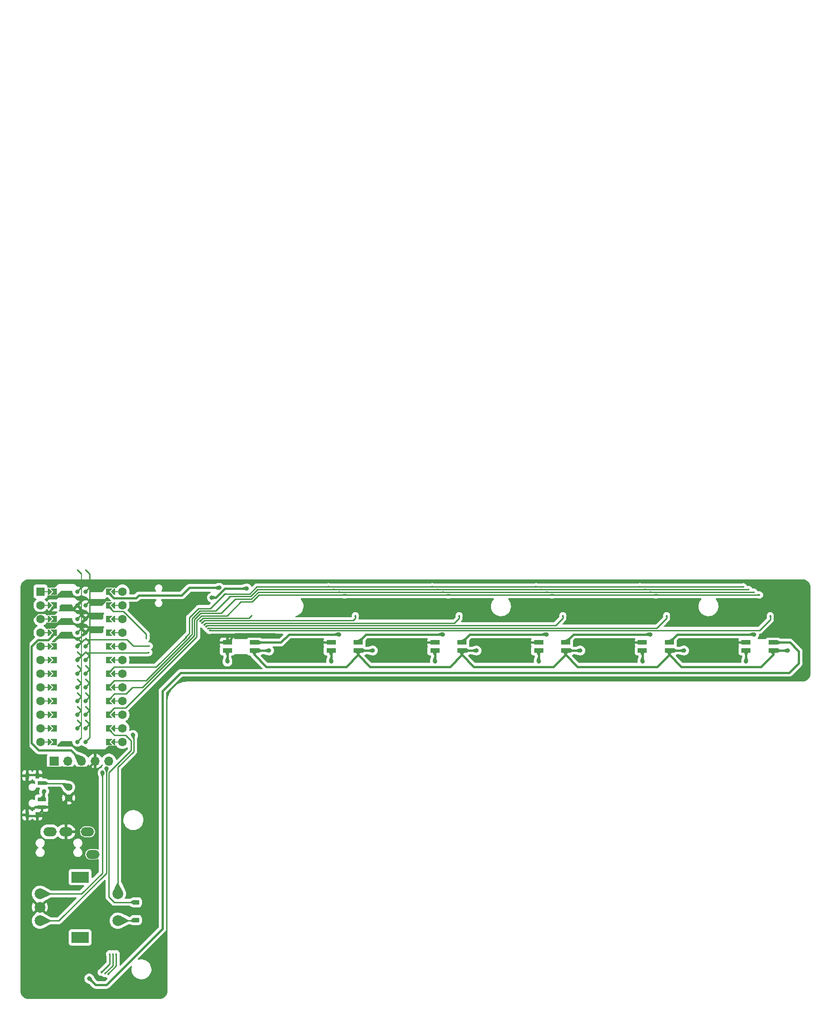
<source format=gtl>
G04 #@! TF.GenerationSoftware,KiCad,Pcbnew,7.0.8*
G04 #@! TF.CreationDate,2023-10-16T23:51:03-07:00*
G04 #@! TF.ProjectId,Seismos_CoreR,53656973-6d6f-4735-9f43-6f7265522e6b,rev?*
G04 #@! TF.SameCoordinates,Original*
G04 #@! TF.FileFunction,Copper,L1,Top*
G04 #@! TF.FilePolarity,Positive*
%FSLAX46Y46*%
G04 Gerber Fmt 4.6, Leading zero omitted, Abs format (unit mm)*
G04 Created by KiCad (PCBNEW 7.0.8) date 2023-10-16 23:51:03*
%MOMM*%
%LPD*%
G01*
G04 APERTURE LIST*
G04 Aperture macros list*
%AMRoundRect*
0 Rectangle with rounded corners*
0 $1 Rounding radius*
0 $2 $3 $4 $5 $6 $7 $8 $9 X,Y pos of 4 corners*
0 Add a 4 corners polygon primitive as box body*
4,1,4,$2,$3,$4,$5,$6,$7,$8,$9,$2,$3,0*
0 Add four circle primitives for the rounded corners*
1,1,$1+$1,$2,$3*
1,1,$1+$1,$4,$5*
1,1,$1+$1,$6,$7*
1,1,$1+$1,$8,$9*
0 Add four rect primitives between the rounded corners*
20,1,$1+$1,$2,$3,$4,$5,0*
20,1,$1+$1,$4,$5,$6,$7,0*
20,1,$1+$1,$6,$7,$8,$9,0*
20,1,$1+$1,$8,$9,$2,$3,0*%
%AMFreePoly0*
4,1,5,0.125000,-0.500000,-0.125000,-0.500000,-0.125000,0.500000,0.125000,0.500000,0.125000,-0.500000,0.125000,-0.500000,$1*%
%AMFreePoly1*
4,1,6,0.600000,0.200000,0.000000,-0.400000,-0.600000,0.200000,-0.600000,0.400000,0.600000,0.400000,0.600000,0.200000,0.600000,0.200000,$1*%
%AMFreePoly2*
4,1,6,0.600000,-0.250000,-0.600000,-0.250000,-0.600000,1.000000,0.000000,0.400000,0.600000,1.000000,0.600000,-0.250000,0.600000,-0.250000,$1*%
%AMFreePoly3*
4,1,49,0.088388,4.152388,0.854389,3.386388,0.867767,3.368517,0.871157,3.365580,0.871925,3.362962,0.875711,3.357906,0.882287,3.327671,0.891000,3.298000,0.891000,0.766000,0.887823,0.743906,0.888144,0.739429,0.886835,0.737032,0.885937,0.730783,0.869213,0.704760,0.854389,0.677612,0.088388,-0.088388,0.064431,-0.106321,0.062500,-0.108253,0.061490,-0.108523,0.059906,-0.109710,
0.044798,-0.112996,0.000000,-0.125000,-0.004652,-0.123753,-0.008917,-0.124682,-0.028634,-0.117327,-0.062500,-0.108253,-0.068172,-0.102580,-0.074910,-0.100068,-0.087486,-0.083266,-0.108253,-0.062500,-0.111163,-0.051638,-0.117119,-0.043683,-0.118510,-0.024217,-0.125000,0.000000,-0.121245,0.014013,-0.122144,0.026571,-0.113772,0.041902,-0.108253,0.062500,-0.095631,0.075121,-0.088388,0.088388,
0.641000,0.817776,0.641000,3.246223,-0.088388,3.975612,-0.109710,4.004094,-0.124682,4.072917,-0.100068,4.138910,-0.043683,4.181119,0.026571,4.186144,0.088388,4.152388,0.088388,4.152388,$1*%
%AMFreePoly4*
4,1,49,0.088388,4.152388,0.850389,3.390388,0.863767,3.372517,0.867157,3.369580,0.867925,3.366962,0.871711,3.361906,0.878287,3.331671,0.887000,3.302000,0.887000,0.762000,0.883823,0.739906,0.884144,0.735429,0.882835,0.733032,0.881937,0.726783,0.865213,0.700760,0.850389,0.673612,0.088388,-0.088388,0.064431,-0.106321,0.062500,-0.108253,0.061490,-0.108523,0.059906,-0.109710,
0.044798,-0.112996,0.000000,-0.125000,-0.004652,-0.123753,-0.008917,-0.124682,-0.028634,-0.117327,-0.062500,-0.108253,-0.068172,-0.102580,-0.074910,-0.100068,-0.087486,-0.083266,-0.108253,-0.062500,-0.111163,-0.051638,-0.117119,-0.043683,-0.118510,-0.024217,-0.125000,0.000000,-0.121245,0.014013,-0.122144,0.026571,-0.113772,0.041902,-0.108253,0.062500,-0.095631,0.075121,-0.088388,0.088388,
0.637000,0.813776,0.637000,3.250223,-0.088388,3.975612,-0.109710,4.004094,-0.124682,4.072917,-0.100068,4.138910,-0.043683,4.181119,0.026571,4.186144,0.088388,4.152388,0.088388,4.152388,$1*%
G04 Aperture macros list end*
G04 #@! TA.AperFunction,ComponentPad*
%ADD10C,2.000000*%
G04 #@! TD*
G04 #@! TA.AperFunction,ComponentPad*
%ADD11R,3.200000X2.000000*%
G04 #@! TD*
G04 #@! TA.AperFunction,ComponentPad*
%ADD12O,2.500000X1.700000*%
G04 #@! TD*
G04 #@! TA.AperFunction,ComponentPad*
%ADD13R,1.700000X1.700000*%
G04 #@! TD*
G04 #@! TA.AperFunction,ComponentPad*
%ADD14O,1.700000X1.700000*%
G04 #@! TD*
G04 #@! TA.AperFunction,SMDPad,CuDef*
%ADD15R,1.500000X0.700000*%
G04 #@! TD*
G04 #@! TA.AperFunction,SMDPad,CuDef*
%ADD16R,0.800000X1.000000*%
G04 #@! TD*
G04 #@! TA.AperFunction,ComponentPad*
%ADD17C,1.400000*%
G04 #@! TD*
G04 #@! TA.AperFunction,ComponentPad*
%ADD18C,1.600000*%
G04 #@! TD*
G04 #@! TA.AperFunction,SMDPad,CuDef*
%ADD19FreePoly0,270.000000*%
G04 #@! TD*
G04 #@! TA.AperFunction,SMDPad,CuDef*
%ADD20FreePoly1,270.000000*%
G04 #@! TD*
G04 #@! TA.AperFunction,SMDPad,CuDef*
%ADD21FreePoly1,90.000000*%
G04 #@! TD*
G04 #@! TA.AperFunction,SMDPad,CuDef*
%ADD22FreePoly0,90.000000*%
G04 #@! TD*
G04 #@! TA.AperFunction,ComponentPad*
%ADD23R,1.600000X1.600000*%
G04 #@! TD*
G04 #@! TA.AperFunction,SMDPad,CuDef*
%ADD24FreePoly2,270.000000*%
G04 #@! TD*
G04 #@! TA.AperFunction,SMDPad,CuDef*
%ADD25FreePoly3,270.000000*%
G04 #@! TD*
G04 #@! TA.AperFunction,ComponentPad*
%ADD26C,0.800000*%
G04 #@! TD*
G04 #@! TA.AperFunction,SMDPad,CuDef*
%ADD27FreePoly4,90.000000*%
G04 #@! TD*
G04 #@! TA.AperFunction,SMDPad,CuDef*
%ADD28FreePoly2,90.000000*%
G04 #@! TD*
G04 #@! TA.AperFunction,SMDPad,CuDef*
%ADD29RoundRect,0.225000X-0.375000X0.225000X-0.375000X-0.225000X0.375000X-0.225000X0.375000X0.225000X0*%
G04 #@! TD*
G04 #@! TA.AperFunction,SMDPad,CuDef*
%ADD30R,1.803400X0.812800*%
G04 #@! TD*
G04 #@! TA.AperFunction,ViaPad*
%ADD31C,0.800000*%
G04 #@! TD*
G04 #@! TA.AperFunction,ViaPad*
%ADD32C,0.300000*%
G04 #@! TD*
G04 #@! TA.AperFunction,Conductor*
%ADD33C,0.381000*%
G04 #@! TD*
G04 #@! TA.AperFunction,Conductor*
%ADD34C,0.254000*%
G04 #@! TD*
G04 APERTURE END LIST*
D10*
X33610000Y-78460000D03*
X33610000Y-83460000D03*
X33610000Y-80960000D03*
D11*
X41110000Y-75360000D03*
X41110000Y-86560000D03*
D10*
X48110000Y-83460000D03*
X48110000Y-78460000D03*
D12*
X42470000Y-66925000D03*
X38470000Y-66925000D03*
X35470000Y-66925000D03*
X43470000Y-71125000D03*
D13*
X36284000Y-53766000D03*
D14*
X38824000Y-53766000D03*
X41364000Y-53766000D03*
X43904000Y-53766000D03*
X46444000Y-53766000D03*
D15*
X33950000Y-60882000D03*
D16*
X33165000Y-56482000D03*
X31235000Y-56482000D03*
X33165000Y-63782000D03*
X31235000Y-63782000D03*
D15*
X33950000Y-62382000D03*
X33950000Y-57882000D03*
D17*
X38949500Y-60632000D03*
X38949500Y-58632000D03*
D18*
X48970000Y-22286000D03*
D19*
X47700000Y-22286000D03*
D20*
X47192000Y-22286000D03*
D21*
X35508000Y-22286000D03*
D22*
X35000000Y-22286000D03*
D18*
X33730000Y-22286000D03*
D23*
X33730000Y-22286000D03*
D18*
X48970000Y-24826000D03*
D19*
X47700000Y-24826000D03*
D20*
X47192000Y-24826000D03*
D21*
X35508000Y-24826000D03*
D22*
X35000000Y-24826000D03*
D18*
X33730000Y-24826000D03*
X48970000Y-27366000D03*
D19*
X47700000Y-27366000D03*
D20*
X47192000Y-27366000D03*
D21*
X35508000Y-27366000D03*
D22*
X35000000Y-27366000D03*
D18*
X33730000Y-27366000D03*
X48970000Y-29906000D03*
D19*
X47700000Y-29906000D03*
D20*
X47192000Y-29906000D03*
D21*
X35508000Y-29906000D03*
D22*
X35000000Y-29906000D03*
D18*
X33730000Y-29906000D03*
X48970000Y-32446000D03*
D19*
X47700000Y-32446000D03*
D20*
X47192000Y-32446000D03*
D21*
X35508000Y-32446000D03*
D22*
X35000000Y-32446000D03*
D18*
X33730000Y-32446000D03*
X48970000Y-34986000D03*
D19*
X47700000Y-34986000D03*
D20*
X47192000Y-34986000D03*
D21*
X35508000Y-34986000D03*
D22*
X35000000Y-34986000D03*
D18*
X33730000Y-34986000D03*
X48970000Y-37526000D03*
D19*
X47700000Y-37526000D03*
D20*
X47192000Y-37526000D03*
D21*
X35508000Y-37526000D03*
D22*
X35000000Y-37526000D03*
D18*
X33730000Y-37526000D03*
X48970000Y-40066000D03*
D19*
X47700000Y-40066000D03*
D20*
X47192000Y-40066000D03*
D21*
X35508000Y-40066000D03*
D22*
X35000000Y-40066000D03*
D18*
X33730000Y-40066000D03*
X48970000Y-42606000D03*
D19*
X47700000Y-42606000D03*
D20*
X47192000Y-42606000D03*
D21*
X35508000Y-42606000D03*
D22*
X35000000Y-42606000D03*
D18*
X33730000Y-42606000D03*
X48970000Y-45146000D03*
D19*
X47700000Y-45146000D03*
D20*
X47192000Y-45146000D03*
D21*
X35508000Y-45146000D03*
D22*
X35000000Y-45146000D03*
D18*
X33730000Y-45146000D03*
X48970000Y-47686000D03*
D19*
X47700000Y-47686000D03*
D20*
X47192000Y-47686000D03*
D21*
X35508000Y-47686000D03*
D22*
X35000000Y-47686000D03*
D18*
X33730000Y-47686000D03*
X48970000Y-50226000D03*
D19*
X47700000Y-50226000D03*
D20*
X47192000Y-50226000D03*
D21*
X35508000Y-50226000D03*
D22*
X35000000Y-50226000D03*
D18*
X33730000Y-50226000D03*
D24*
X46176000Y-22286000D03*
D25*
X42112000Y-22286000D03*
D26*
X42112000Y-22286000D03*
D24*
X46176000Y-24826000D03*
D25*
X42112000Y-24826000D03*
D26*
X42112000Y-24826000D03*
D24*
X46176000Y-27366000D03*
D25*
X42112000Y-27366000D03*
D26*
X42112000Y-27366000D03*
D24*
X46176000Y-29906000D03*
D25*
X42112000Y-29906000D03*
D26*
X42112000Y-29906000D03*
D24*
X46176000Y-32446000D03*
D25*
X42112000Y-32446000D03*
D26*
X42112000Y-32446000D03*
D24*
X46176000Y-34986000D03*
D25*
X42112000Y-34986000D03*
D26*
X42112000Y-34986000D03*
D24*
X46176000Y-37526000D03*
D25*
X42112000Y-37526000D03*
D26*
X42112000Y-37526000D03*
D24*
X46176000Y-40066000D03*
D25*
X42112000Y-40066000D03*
D26*
X42112000Y-40066000D03*
D24*
X46176000Y-42606000D03*
D25*
X42112000Y-42606000D03*
D26*
X42112000Y-42606000D03*
D24*
X46176000Y-45146000D03*
D25*
X42112000Y-45146000D03*
D26*
X42112000Y-45146000D03*
D24*
X46176000Y-47686000D03*
D25*
X42112000Y-47686000D03*
D26*
X42112000Y-47686000D03*
D24*
X46176000Y-50226000D03*
D25*
X42112000Y-50226000D03*
D26*
X42112000Y-50226000D03*
D27*
X40588000Y-50226000D03*
D26*
X40588000Y-50226000D03*
D28*
X36524000Y-50226000D03*
D27*
X40588000Y-47686000D03*
D26*
X40588000Y-47686000D03*
D28*
X36524000Y-47686000D03*
D27*
X40588000Y-45146000D03*
D26*
X40588000Y-45146000D03*
D28*
X36524000Y-45146000D03*
D27*
X40588000Y-42606000D03*
D26*
X40588000Y-42606000D03*
D28*
X36524000Y-42606000D03*
D27*
X40588000Y-40066000D03*
D26*
X40588000Y-40066000D03*
D28*
X36524000Y-40066000D03*
D27*
X40588000Y-37526000D03*
D26*
X40588000Y-37526000D03*
D28*
X36524000Y-37526000D03*
D27*
X40588000Y-34986000D03*
D26*
X40588000Y-34986000D03*
D28*
X36524000Y-34986000D03*
D27*
X40588000Y-32446000D03*
D26*
X40588000Y-32446000D03*
D28*
X36524000Y-32446000D03*
D27*
X40588000Y-29906000D03*
D26*
X40588000Y-29906000D03*
D28*
X36524000Y-29906000D03*
D27*
X40588000Y-27366000D03*
D26*
X40588000Y-27366000D03*
D28*
X36524000Y-27366000D03*
D27*
X40588000Y-24826000D03*
D26*
X40588000Y-24826000D03*
D28*
X36524000Y-24826000D03*
D27*
X40588000Y-22286000D03*
D26*
X40588000Y-22286000D03*
D28*
X36524000Y-22286000D03*
D29*
X51500000Y-80050000D03*
X51500000Y-83350000D03*
D30*
X73501900Y-33249300D03*
X73501900Y-31750700D03*
X68498100Y-31750700D03*
X68498100Y-33249300D03*
X170001900Y-33249300D03*
X170001900Y-31750700D03*
X164998100Y-31750700D03*
X164998100Y-33249300D03*
X131401900Y-33249300D03*
X131401900Y-31750700D03*
X126398100Y-31750700D03*
X126398100Y-33249300D03*
X112101900Y-33249300D03*
X112101900Y-31750700D03*
X107098100Y-31750700D03*
X107098100Y-33249300D03*
X150701900Y-33249300D03*
X150701900Y-31750700D03*
X145698100Y-31750700D03*
X145698100Y-33249300D03*
X92801900Y-33249300D03*
X92801900Y-31750700D03*
X87798100Y-31750700D03*
X87798100Y-33249300D03*
D31*
X142905200Y-31750000D03*
X62050000Y-23450000D03*
X123605200Y-31750000D03*
X162205200Y-31750000D03*
X55700000Y-29975000D03*
X77600000Y-30600000D03*
X104305200Y-31750000D03*
X85005200Y-31750000D03*
D32*
X68000000Y-22723000D03*
X145200000Y-21400000D03*
X125900000Y-21400000D03*
X106600000Y-21400000D03*
X164500000Y-21400000D03*
X87300000Y-21400000D03*
X60887912Y-30623500D03*
X61529864Y-30623041D03*
X88300000Y-21900000D03*
X45000000Y-93054500D03*
X165500000Y-21900000D03*
X126900000Y-21900000D03*
X146200000Y-21900000D03*
X107600000Y-21900000D03*
X69000000Y-23200000D03*
X46600000Y-89600000D03*
X147200000Y-22400000D03*
X47200000Y-89600000D03*
X89300000Y-22400000D03*
X70000000Y-23700000D03*
X166500000Y-22400000D03*
X108600000Y-22400000D03*
X45693063Y-93293063D03*
X62203279Y-30623500D03*
X127900000Y-22400000D03*
X128900000Y-22900000D03*
X46260000Y-93400000D03*
X167500000Y-22900000D03*
X109600000Y-22900000D03*
X47800000Y-89600000D03*
X148200000Y-22900000D03*
X62806875Y-30601805D03*
X90300000Y-22900000D03*
X71000000Y-24200000D03*
D31*
X172748100Y-33250700D03*
X114848100Y-33250700D03*
X76248100Y-33250700D03*
X134148100Y-33250700D03*
X153448100Y-33250700D03*
X72100000Y-21700000D03*
X95548100Y-33250700D03*
X65600000Y-23400000D03*
X67000000Y-21590000D03*
D32*
X73000000Y-26750000D03*
X63369265Y-27785972D03*
X92300000Y-26750000D03*
X63730779Y-28130661D03*
X111600000Y-26750000D03*
X64083680Y-28484163D03*
X130900000Y-26750000D03*
X64437615Y-28836629D03*
X150200000Y-26750000D03*
X64789746Y-29190898D03*
X65163300Y-29522500D03*
X169500000Y-26750000D03*
D31*
X50927500Y-48926500D03*
X34400000Y-59400000D03*
X45278634Y-55921350D03*
D32*
X54000000Y-32400000D03*
D31*
X46004645Y-55194858D03*
D32*
X53876500Y-33600000D03*
D31*
X68500000Y-35298800D03*
X89300000Y-30250000D03*
X87800000Y-35298800D03*
X108600000Y-30250000D03*
X107100000Y-35298800D03*
X127900000Y-30250000D03*
X126400000Y-35298800D03*
X147200000Y-30250000D03*
X145700000Y-35298800D03*
X166500000Y-30250000D03*
X165000000Y-35298800D03*
X42800000Y-94210000D03*
D32*
X53400000Y-31000000D03*
D33*
X35649500Y-63932000D02*
X33325000Y-63932000D01*
X31075000Y-56382000D02*
X31075000Y-63882000D01*
X69956092Y-30226500D02*
X68500000Y-31682592D01*
X31800000Y-75600000D02*
X31800000Y-79150000D01*
X33800000Y-73600000D02*
X31800000Y-75600000D01*
X38949500Y-60632000D02*
X35649500Y-63932000D01*
X68500000Y-31682592D02*
X68500000Y-31750000D01*
X142905200Y-31750000D02*
X145700000Y-31750000D01*
X104305200Y-31750000D02*
X107100000Y-31750000D01*
X43904000Y-53766000D02*
X43904000Y-55677500D01*
X42663500Y-55006500D02*
X34606500Y-55006500D01*
X33325000Y-56332000D02*
X43249500Y-56332000D01*
X43904000Y-53766000D02*
X42663500Y-55006500D01*
X123605200Y-31750000D02*
X126400000Y-31750000D01*
X43249500Y-56332000D02*
X43904000Y-55677500D01*
X31800000Y-79150000D02*
X33610000Y-80960000D01*
X33950000Y-62997000D02*
X33165000Y-63782000D01*
X31125000Y-63932000D02*
X31075000Y-63882000D01*
X38470000Y-71125000D02*
X35995000Y-73600000D01*
X77226500Y-30226500D02*
X69956092Y-30226500D01*
X43904000Y-55677500D02*
X38949500Y-60632000D01*
X33950000Y-62382000D02*
X33950000Y-62997000D01*
X38470000Y-61111500D02*
X38949500Y-60632000D01*
X162205200Y-31750000D02*
X165000000Y-31750000D01*
X31400000Y-28012378D02*
X33236878Y-26175500D01*
X38470000Y-71125000D02*
X38470000Y-61111500D01*
X34606500Y-55006500D02*
X31400000Y-51800000D01*
X33325000Y-63932000D02*
X31125000Y-63932000D01*
X33236878Y-26175500D02*
X35174500Y-26175500D01*
X35995000Y-73600000D02*
X33800000Y-73600000D01*
X85005200Y-31750000D02*
X87800000Y-31750000D01*
X31400000Y-51800000D02*
X31400000Y-28012378D01*
X33275000Y-56382000D02*
X33325000Y-56332000D01*
X31075000Y-56382000D02*
X33275000Y-56382000D01*
X35174500Y-26175500D02*
X36524000Y-24826000D01*
X77600000Y-30600000D02*
X77226500Y-30226500D01*
D34*
X61438000Y-30040325D02*
X61438000Y-27116500D01*
X61438000Y-27116500D02*
X63140501Y-25414000D01*
X87300000Y-21400000D02*
X106600000Y-21400000D01*
X65309000Y-25414000D02*
X68000000Y-22723000D01*
X145200000Y-21400000D02*
X164500000Y-21400000D01*
X63140501Y-25414000D02*
X65309000Y-25414000D01*
X68000000Y-22723000D02*
X72650844Y-22723000D01*
X72650844Y-22723000D02*
X73973844Y-21400000D01*
X73973844Y-21400000D02*
X87300000Y-21400000D01*
X60887912Y-30654763D02*
X55242675Y-36300000D01*
X47402000Y-36300000D02*
X46176000Y-37526000D01*
X60887912Y-30623500D02*
X60887912Y-30654763D01*
X60887912Y-30623500D02*
X60887912Y-30590413D01*
X55242675Y-36300000D02*
X47402000Y-36300000D01*
X106600000Y-21400000D02*
X125900000Y-21400000D01*
X125900000Y-21400000D02*
X145200000Y-21400000D01*
X60887912Y-30590413D02*
X61438000Y-30040325D01*
X74115896Y-21900000D02*
X88300000Y-21900000D01*
X126900000Y-21900000D02*
X107600000Y-21900000D01*
X61529864Y-30623041D02*
X61892000Y-30260905D01*
X61892000Y-30260905D02*
X61892000Y-27304553D01*
X72815896Y-23200000D02*
X74115896Y-21900000D01*
X45000000Y-93054500D02*
X46600000Y-91454500D01*
X61529864Y-30654863D02*
X53384727Y-38800000D01*
X107600000Y-21900000D02*
X88300000Y-21900000D01*
X66332000Y-25868000D02*
X69000000Y-23200000D01*
X146200000Y-21900000D02*
X126900000Y-21900000D01*
X69000000Y-23200000D02*
X72815896Y-23200000D01*
X61529864Y-30623041D02*
X61529864Y-30654863D01*
X63328553Y-25868000D02*
X66332000Y-25868000D01*
X53384727Y-38800000D02*
X47442000Y-38800000D01*
X46600000Y-91454500D02*
X46600000Y-89600000D01*
X165500000Y-21900000D02*
X146200000Y-21900000D01*
X61892000Y-27304553D02*
X63328553Y-25868000D01*
X47442000Y-38800000D02*
X46176000Y-40066000D01*
X70000000Y-23700000D02*
X72957948Y-23700000D01*
X62346000Y-27492605D02*
X63516605Y-26322000D01*
X62203279Y-30623500D02*
X62346000Y-30480779D01*
X72957948Y-23700000D02*
X74257948Y-22400000D01*
X49615819Y-41300000D02*
X47482000Y-41300000D01*
X147200000Y-22400000D02*
X166500000Y-22400000D01*
X108600000Y-22400000D02*
X127900000Y-22400000D01*
X89300000Y-22400000D02*
X108600000Y-22400000D01*
X47200000Y-91786126D02*
X47200000Y-89600000D01*
X45693063Y-93293063D02*
X47200000Y-91786126D01*
X50800000Y-40115819D02*
X49615819Y-41300000D01*
X74257948Y-22400000D02*
X89300000Y-22400000D01*
X67378000Y-26322000D02*
X70000000Y-23700000D01*
X47482000Y-41300000D02*
X46176000Y-42606000D01*
X52710960Y-40115819D02*
X50800000Y-40115819D01*
X127900000Y-22400000D02*
X147200000Y-22400000D01*
X62203279Y-30623500D02*
X52710960Y-40115819D01*
X63516605Y-26322000D02*
X67378000Y-26322000D01*
X62346000Y-30480779D02*
X62346000Y-27492605D01*
X47800000Y-91860000D02*
X47800000Y-89600000D01*
X167500000Y-22900000D02*
X148200000Y-22900000D01*
X90300000Y-22900000D02*
X74400000Y-22900000D01*
X47422000Y-43900000D02*
X46176000Y-45146000D01*
X74400000Y-22900000D02*
X73100000Y-24200000D01*
X63704657Y-26776000D02*
X68424000Y-26776000D01*
X62806875Y-30601805D02*
X62806875Y-30693125D01*
X62806875Y-30693125D02*
X49600000Y-43900000D01*
X62800000Y-30594930D02*
X62800000Y-27680657D01*
X49600000Y-43900000D02*
X47422000Y-43900000D01*
X109600000Y-22900000D02*
X90300000Y-22900000D01*
X68424000Y-26776000D02*
X71000000Y-24200000D01*
X73100000Y-24200000D02*
X71000000Y-24200000D01*
X128900000Y-22900000D02*
X109600000Y-22900000D01*
X148200000Y-22900000D02*
X128900000Y-22900000D01*
X46260000Y-93400000D02*
X47800000Y-91860000D01*
X62800000Y-27680657D02*
X63704657Y-26776000D01*
X62806875Y-30601805D02*
X62800000Y-30594930D01*
D33*
X112100000Y-33998800D02*
X112100000Y-33250000D01*
X75748100Y-36250700D02*
X73498100Y-34000700D01*
X112100700Y-33250700D02*
X112100000Y-33250000D01*
X148486700Y-36250700D02*
X133648100Y-36250700D01*
X172748100Y-33250700D02*
X170000700Y-33250700D01*
X32000000Y-32492378D02*
X33236878Y-31255500D01*
X150700700Y-33250700D02*
X150700000Y-33250000D01*
X150700000Y-33998800D02*
X150700000Y-33250000D01*
X33400000Y-51800000D02*
X32000000Y-50400000D01*
X109886700Y-36250700D02*
X95048100Y-36250700D01*
X73500700Y-33250700D02*
X73500000Y-33250000D01*
X72100000Y-21700000D02*
X68007936Y-21700000D01*
X73500000Y-33998800D02*
X73500000Y-33250000D01*
X33236878Y-31255500D02*
X35174500Y-31255500D01*
X150698100Y-34000700D02*
X150700000Y-33998800D01*
X66307936Y-23400000D02*
X65600000Y-23400000D01*
X92798100Y-34000700D02*
X92800000Y-33998800D01*
X170000000Y-34037400D02*
X170000000Y-33250000D01*
X167786700Y-36250700D02*
X170000000Y-34037400D01*
X131400700Y-33250700D02*
X131400000Y-33250000D01*
X90586700Y-36250700D02*
X92800000Y-34037400D01*
X152948100Y-36250700D02*
X150698100Y-34000700D01*
X167786700Y-36250700D02*
X152948100Y-36250700D01*
X35174500Y-31255500D02*
X36524000Y-29906000D01*
X114348100Y-36250700D02*
X112098100Y-34000700D01*
X129186700Y-36250700D02*
X114348100Y-36250700D01*
X148486700Y-36250700D02*
X150700000Y-34037400D01*
X131398100Y-34000700D02*
X131400000Y-33998800D01*
X90586700Y-36250700D02*
X75748100Y-36250700D01*
X133648100Y-36250700D02*
X131398100Y-34000700D01*
X131400000Y-33998800D02*
X131400000Y-33250000D01*
X68007936Y-21700000D02*
X66307936Y-23400000D01*
X134148100Y-33250700D02*
X131400700Y-33250700D01*
X150700000Y-34037400D02*
X150700000Y-33250000D01*
X112100000Y-34037400D02*
X112100000Y-33250000D01*
X114848100Y-33250700D02*
X112100700Y-33250700D01*
X92800000Y-33998800D02*
X92800000Y-33250000D01*
X73498100Y-34000700D02*
X73500000Y-33998800D01*
X95548100Y-33250700D02*
X92800700Y-33250700D01*
X112098100Y-34000700D02*
X112100000Y-33998800D01*
X41364000Y-53766000D02*
X39398000Y-51800000D01*
X153448100Y-33250700D02*
X150700700Y-33250700D01*
X39398000Y-51800000D02*
X33400000Y-51800000D01*
X95048100Y-36250700D02*
X92798100Y-34000700D01*
X92800700Y-33250700D02*
X92800000Y-33250000D01*
X109886700Y-36250700D02*
X112100000Y-34037400D01*
X131400000Y-34037400D02*
X131400000Y-33250000D01*
X76248100Y-33250700D02*
X73500700Y-33250700D01*
X32000000Y-50400000D02*
X32000000Y-32492378D01*
X129186700Y-36250700D02*
X131400000Y-34037400D01*
X92800000Y-34037400D02*
X92800000Y-33250000D01*
X170000700Y-33250700D02*
X170000000Y-33250000D01*
X67000000Y-21590000D02*
X61410000Y-21590000D01*
X52000000Y-23000000D02*
X51523500Y-23476500D01*
X47366500Y-23476500D02*
X46176000Y-22286000D01*
X61410000Y-21590000D02*
X60000000Y-23000000D01*
X51523500Y-23476500D02*
X47366500Y-23476500D01*
X60000000Y-23000000D02*
X52000000Y-23000000D01*
D34*
X63925237Y-27230000D02*
X63369265Y-27785972D01*
X72520000Y-27230000D02*
X73000000Y-26750000D01*
X63925237Y-27230000D02*
X72520000Y-27230000D01*
X92300000Y-27250000D02*
X92300000Y-26750000D01*
X64177440Y-27684000D02*
X91866000Y-27684000D01*
X63730779Y-28130661D02*
X64177440Y-27684000D01*
X91866000Y-27684000D02*
X92300000Y-27250000D01*
X111600000Y-27250000D02*
X110712000Y-28138000D01*
X64429843Y-28138000D02*
X64083680Y-28484163D01*
X110712000Y-28138000D02*
X65325000Y-28138000D01*
X65325000Y-28138000D02*
X64429843Y-28138000D01*
X111600000Y-26750000D02*
X111600000Y-27250000D01*
X129558000Y-28592000D02*
X130900000Y-27250000D01*
X130900000Y-27250000D02*
X130900000Y-26750000D01*
X64682244Y-28592000D02*
X129558000Y-28592000D01*
X64437615Y-28836629D02*
X64682244Y-28592000D01*
X150200000Y-27250000D02*
X148404000Y-29046000D01*
X150200000Y-26750000D02*
X150200000Y-27250000D01*
X64934644Y-29046000D02*
X64789746Y-29190898D01*
X148404000Y-29046000D02*
X65050000Y-29046000D01*
X65050000Y-29046000D02*
X64934644Y-29046000D01*
X51054000Y-49053000D02*
X51054000Y-51988053D01*
X48110000Y-54932052D02*
X48110000Y-78460000D01*
X65200000Y-29500000D02*
X65185800Y-29500000D01*
X169500000Y-26750000D02*
X169500000Y-27500000D01*
X169500000Y-27500000D02*
X167500000Y-29500000D01*
X51054000Y-51988053D02*
X48110000Y-54932052D01*
X50927500Y-48926500D02*
X51054000Y-49053000D01*
X167500000Y-29500000D02*
X65200000Y-29500000D01*
X65185800Y-29500000D02*
X65163300Y-29522500D01*
D33*
X34300000Y-59500000D02*
X34400000Y-59400000D01*
X34300000Y-60955000D02*
X34300000Y-59500000D01*
D34*
X45200000Y-55999984D02*
X45200000Y-74600000D01*
X54000000Y-32400000D02*
X51000000Y-32400000D01*
X41340000Y-78460000D02*
X33610000Y-78460000D01*
X45200000Y-74600000D02*
X41340000Y-78460000D01*
X41834000Y-31200000D02*
X40588000Y-32446000D01*
X45278634Y-55921350D02*
X45200000Y-55999984D01*
X51000000Y-32400000D02*
X49800000Y-31200000D01*
X49800000Y-31200000D02*
X41834000Y-31200000D01*
X53876500Y-33600000D02*
X53800000Y-33600000D01*
X46004645Y-74595355D02*
X37140000Y-83460000D01*
X53800000Y-33600000D02*
X53736000Y-33664000D01*
X53736000Y-33664000D02*
X41910000Y-33664000D01*
X41910000Y-33664000D02*
X40588000Y-34986000D01*
X46004645Y-55194858D02*
X46004645Y-74595355D01*
X37140000Y-83460000D02*
X33610000Y-83460000D01*
D33*
X68500000Y-33250000D02*
X68498100Y-33248100D01*
X68500000Y-35298800D02*
X68500000Y-33250000D01*
X89300000Y-30250000D02*
X79950000Y-30250000D01*
X78449300Y-31750700D02*
X73501900Y-31750700D01*
X79950000Y-30250000D02*
X78449300Y-31750700D01*
X87800000Y-35298800D02*
X87800000Y-33250000D01*
X87800000Y-33250000D02*
X87798100Y-33248100D01*
X94302600Y-30250000D02*
X92801900Y-31750700D01*
X108600000Y-30250000D02*
X94302600Y-30250000D01*
X107100000Y-33250000D02*
X107098100Y-33248100D01*
X107100000Y-35298800D02*
X107100000Y-33250000D01*
X113602600Y-30250000D02*
X112101900Y-31750700D01*
X127900000Y-30250000D02*
X113602600Y-30250000D01*
X126400000Y-33250000D02*
X126398100Y-33248100D01*
X126400000Y-35298800D02*
X126400000Y-33250000D01*
X132902600Y-30250000D02*
X131401900Y-31750700D01*
X147200000Y-30250000D02*
X132902600Y-30250000D01*
X145700000Y-33250000D02*
X145698100Y-33248100D01*
X145700000Y-35298800D02*
X145700000Y-33250000D01*
X166500000Y-30250000D02*
X152202600Y-30250000D01*
X152202600Y-30250000D02*
X150701900Y-31750700D01*
X165000000Y-35298800D02*
X165000000Y-33250000D01*
X165000000Y-33250000D02*
X164998100Y-33248100D01*
X59800000Y-37400000D02*
X173000000Y-37400000D01*
X173150700Y-31750700D02*
X170001900Y-31750700D01*
X43990000Y-95400000D02*
X46000000Y-95400000D01*
X46000000Y-95400000D02*
X56400000Y-85000000D01*
X173000000Y-37400000D02*
X174800000Y-35600000D01*
X42800000Y-94210000D02*
X43990000Y-95400000D01*
X174800000Y-35600000D02*
X174800000Y-33400000D01*
X56400000Y-40800000D02*
X59800000Y-37400000D01*
X56400000Y-85000000D02*
X56400000Y-40800000D01*
X174800000Y-33400000D02*
X173150700Y-31750700D01*
D34*
X34300000Y-57955000D02*
X38272500Y-57955000D01*
X38272500Y-57955000D02*
X38949500Y-58632000D01*
X47490000Y-49000000D02*
X46176000Y-47686000D01*
X50600000Y-51800000D02*
X50600000Y-50000000D01*
X47450000Y-80050000D02*
X46458645Y-79058645D01*
X46458645Y-79058645D02*
X46458645Y-55941355D01*
X46458645Y-55941355D02*
X50600000Y-51800000D01*
X51500000Y-80050000D02*
X47450000Y-80050000D01*
X50600000Y-50000000D02*
X49600000Y-49000000D01*
X49600000Y-49000000D02*
X47490000Y-49000000D01*
X48110000Y-83460000D02*
X51390000Y-83460000D01*
X51390000Y-83460000D02*
X51500000Y-83350000D01*
X53400000Y-31000000D02*
X53400000Y-30202181D01*
X49150819Y-25953000D02*
X47303000Y-25953000D01*
X47303000Y-25953000D02*
X46176000Y-24826000D01*
X53400000Y-30202181D02*
X49150819Y-25953000D01*
G04 #@! TA.AperFunction,Conductor*
G36*
X112109671Y-33256652D02*
G01*
X112520793Y-33647483D01*
X112524428Y-33655667D01*
X112521212Y-33664024D01*
X112521057Y-33664184D01*
X112277563Y-33910757D01*
X112019103Y-34169216D01*
X112010830Y-34172643D01*
X112002557Y-34169216D01*
X112000616Y-34166648D01*
X111719711Y-33663205D01*
X111718673Y-33654311D01*
X111721432Y-33649462D01*
X112093133Y-33257100D01*
X112101310Y-33253451D01*
X112109671Y-33256652D01*
G37*
G04 #@! TD.AperFunction*
G04 #@! TA.AperFunction,Conductor*
G36*
X153293967Y-32884997D02*
G01*
X153298999Y-32890675D01*
X153447223Y-33246198D01*
X153447244Y-33255152D01*
X153447223Y-33255202D01*
X153298999Y-33610724D01*
X153292652Y-33617042D01*
X153285079Y-33617498D01*
X152656679Y-33443574D01*
X152649620Y-33438065D01*
X152648100Y-33432298D01*
X152648100Y-33069101D01*
X152651527Y-33060828D01*
X152656677Y-33057826D01*
X153285079Y-32883901D01*
X153293967Y-32884997D01*
G37*
G04 #@! TD.AperFunction*
G04 #@! TA.AperFunction,Conductor*
G36*
X68506371Y-33256573D02*
G01*
X68506392Y-33256593D01*
X68899345Y-33649592D01*
X68902771Y-33657866D01*
X68901413Y-33663335D01*
X68693795Y-34055870D01*
X68686898Y-34061581D01*
X68683453Y-34062100D01*
X68316518Y-34062100D01*
X68308245Y-34058673D01*
X68306196Y-34055908D01*
X68096721Y-33663330D01*
X68095849Y-33654418D01*
X68098747Y-33649573D01*
X68489828Y-33256611D01*
X68498090Y-33253166D01*
X68506371Y-33256573D01*
G37*
G04 #@! TD.AperFunction*
G04 #@! TA.AperFunction,Conductor*
G36*
X71945867Y-21334297D02*
G01*
X71950899Y-21339975D01*
X72099123Y-21695498D01*
X72099144Y-21704452D01*
X72099123Y-21704502D01*
X71950899Y-22060024D01*
X71944552Y-22066342D01*
X71936979Y-22066798D01*
X71308579Y-21892874D01*
X71301520Y-21887365D01*
X71300000Y-21881598D01*
X71300000Y-21518401D01*
X71303427Y-21510128D01*
X71308577Y-21507126D01*
X71936979Y-21333201D01*
X71945867Y-21334297D01*
G37*
G04 #@! TD.AperFunction*
G04 #@! TA.AperFunction,Conductor*
G36*
X172593967Y-32884997D02*
G01*
X172598999Y-32890675D01*
X172747223Y-33246198D01*
X172747244Y-33255152D01*
X172747223Y-33255202D01*
X172598999Y-33610724D01*
X172592652Y-33617042D01*
X172585079Y-33617498D01*
X171956679Y-33443574D01*
X171949620Y-33438065D01*
X171948100Y-33432298D01*
X171948100Y-33069101D01*
X171951527Y-33060828D01*
X171956677Y-33057826D01*
X172585079Y-32883901D01*
X172593967Y-32884997D01*
G37*
G04 #@! TD.AperFunction*
G04 #@! TA.AperFunction,Conductor*
G36*
X147212507Y-22250958D02*
G01*
X147489195Y-22272171D01*
X147497181Y-22276220D01*
X147500000Y-22283837D01*
X147500000Y-22516162D01*
X147496573Y-22524435D01*
X147489194Y-22527828D01*
X147212510Y-22549040D01*
X147203999Y-22546255D01*
X147199950Y-22538268D01*
X147199916Y-22537452D01*
X147199846Y-22527000D01*
X147199000Y-22400000D01*
X147199916Y-22262546D01*
X147203398Y-22254297D01*
X147211694Y-22250925D01*
X147212507Y-22250958D01*
G37*
G04 #@! TD.AperFunction*
G04 #@! TA.AperFunction,Conductor*
G36*
X72902264Y-26652194D02*
G01*
X72902865Y-26652747D01*
X73000707Y-26749293D01*
X73097252Y-26847134D01*
X73100624Y-26855430D01*
X73097142Y-26863680D01*
X73096541Y-26864233D01*
X72885897Y-27044878D01*
X72877386Y-27047663D01*
X72870007Y-27044270D01*
X72705729Y-26879992D01*
X72702302Y-26871719D01*
X72705121Y-26864102D01*
X72712558Y-26855430D01*
X72885766Y-26653457D01*
X72893753Y-26649409D01*
X72902264Y-26652194D01*
G37*
G04 #@! TD.AperFunction*
G04 #@! TA.AperFunction,Conductor*
G36*
X43168961Y-94060875D02*
G01*
X43174639Y-94065907D01*
X43496001Y-94633235D01*
X43497097Y-94642123D01*
X43494094Y-94647275D01*
X43237275Y-94904094D01*
X43229002Y-94907521D01*
X43223235Y-94906001D01*
X42766484Y-94647275D01*
X42655906Y-94584638D01*
X42650398Y-94577580D01*
X42650853Y-94570009D01*
X42797437Y-94213802D01*
X42803753Y-94207457D01*
X43160009Y-94060854D01*
X43168961Y-94060875D01*
G37*
G04 #@! TD.AperFunction*
G04 #@! TA.AperFunction,Conductor*
G36*
X148196000Y-22753744D02*
G01*
X148200049Y-22761731D01*
X148200083Y-22762547D01*
X148201000Y-22900000D01*
X148200083Y-23037452D01*
X148196601Y-23045702D01*
X148188305Y-23049074D01*
X148187489Y-23049040D01*
X147910806Y-23027828D01*
X147902819Y-23023779D01*
X147900000Y-23016162D01*
X147900000Y-22783837D01*
X147903427Y-22775564D01*
X147910804Y-22772171D01*
X148187489Y-22750959D01*
X148196000Y-22753744D01*
G37*
G04 #@! TD.AperFunction*
G04 #@! TA.AperFunction,Conductor*
G36*
X70902264Y-24102194D02*
G01*
X70902865Y-24102747D01*
X71000707Y-24199293D01*
X71097252Y-24297134D01*
X71100624Y-24305430D01*
X71097142Y-24313680D01*
X71096541Y-24314233D01*
X70885897Y-24494878D01*
X70877386Y-24497663D01*
X70870007Y-24494270D01*
X70705729Y-24329992D01*
X70702302Y-24321719D01*
X70705121Y-24314102D01*
X70712558Y-24305430D01*
X70885766Y-24103457D01*
X70893753Y-24099409D01*
X70902264Y-24102194D01*
G37*
G04 #@! TD.AperFunction*
G04 #@! TA.AperFunction,Conductor*
G36*
X131409671Y-33256652D02*
G01*
X131820793Y-33647483D01*
X131824428Y-33655667D01*
X131821212Y-33664024D01*
X131821057Y-33664184D01*
X131577563Y-33910757D01*
X131319103Y-34169216D01*
X131310830Y-34172643D01*
X131302557Y-34169216D01*
X131300616Y-34166648D01*
X131019711Y-33663205D01*
X131018673Y-33654311D01*
X131021432Y-33649462D01*
X131393133Y-33257100D01*
X131401310Y-33253451D01*
X131409671Y-33256652D01*
G37*
G04 #@! TD.AperFunction*
G04 #@! TA.AperFunction,Conductor*
G36*
X147045867Y-29884297D02*
G01*
X147050899Y-29889975D01*
X147199123Y-30245498D01*
X147199144Y-30254452D01*
X147199123Y-30254502D01*
X147050899Y-30610024D01*
X147044552Y-30616342D01*
X147036979Y-30616798D01*
X146408579Y-30442874D01*
X146401520Y-30437365D01*
X146400000Y-30431598D01*
X146400000Y-30068401D01*
X146403427Y-30060128D01*
X146408577Y-30057126D01*
X147036979Y-29883201D01*
X147045867Y-29884297D01*
G37*
G04 #@! TD.AperFunction*
G04 #@! TA.AperFunction,Conductor*
G36*
X46389991Y-93105728D02*
G01*
X46554270Y-93270007D01*
X46557697Y-93278280D01*
X46554878Y-93285897D01*
X46374233Y-93496541D01*
X46366246Y-93500590D01*
X46357735Y-93497805D01*
X46357134Y-93497252D01*
X46259293Y-93400707D01*
X46162797Y-93302916D01*
X46159425Y-93294620D01*
X46162850Y-93286428D01*
X46163715Y-93285563D01*
X46163976Y-93285321D01*
X46374105Y-93105118D01*
X46382612Y-93102335D01*
X46389991Y-93105728D01*
G37*
G04 #@! TD.AperFunction*
G04 #@! TA.AperFunction,Conductor*
G36*
X89145867Y-29884297D02*
G01*
X89150899Y-29889975D01*
X89299123Y-30245498D01*
X89299144Y-30254452D01*
X89299123Y-30254502D01*
X89150899Y-30610024D01*
X89144552Y-30616342D01*
X89136979Y-30616798D01*
X88508579Y-30442874D01*
X88501520Y-30437365D01*
X88500000Y-30431598D01*
X88500000Y-30068401D01*
X88503427Y-30060128D01*
X88508577Y-30057126D01*
X89136979Y-29883201D01*
X89145867Y-29884297D01*
G37*
G04 #@! TD.AperFunction*
G04 #@! TA.AperFunction,Conductor*
G36*
X164496000Y-21253744D02*
G01*
X164500049Y-21261731D01*
X164500083Y-21262547D01*
X164501000Y-21400000D01*
X164500083Y-21537452D01*
X164496601Y-21545702D01*
X164488305Y-21549074D01*
X164487489Y-21549040D01*
X164210806Y-21527828D01*
X164202819Y-21523779D01*
X164200000Y-21516162D01*
X164200000Y-21283837D01*
X164203427Y-21275564D01*
X164210804Y-21272171D01*
X164487489Y-21250959D01*
X164496000Y-21253744D01*
G37*
G04 #@! TD.AperFunction*
G04 #@! TA.AperFunction,Conductor*
G36*
X46363783Y-55343589D02*
G01*
X46370101Y-55349936D01*
X46370236Y-55358496D01*
X46246295Y-55689064D01*
X46243614Y-55693228D01*
X46237361Y-55699482D01*
X46236985Y-55699827D01*
X46203896Y-55727592D01*
X46203891Y-55727598D01*
X46182298Y-55765000D01*
X46182024Y-55765430D01*
X46157253Y-55800807D01*
X46157250Y-55800813D01*
X46153862Y-55813455D01*
X46152695Y-55816273D01*
X46148269Y-55823940D01*
X46146148Y-55827616D01*
X46146148Y-55827617D01*
X46138647Y-55870153D01*
X46138536Y-55870652D01*
X46127358Y-55912371D01*
X46127357Y-55912373D01*
X46129555Y-55937488D01*
X46131123Y-55955408D01*
X46131145Y-55955901D01*
X46131145Y-55983158D01*
X46127718Y-55991431D01*
X46119445Y-55994858D01*
X45887979Y-55994858D01*
X45879706Y-55991431D01*
X45876279Y-55983158D01*
X45876378Y-55981644D01*
X45884316Y-55921350D01*
X45863678Y-55764588D01*
X45832395Y-55689064D01*
X45803174Y-55618517D01*
X45803171Y-55618513D01*
X45803170Y-55618509D01*
X45706916Y-55493068D01*
X45685133Y-55476353D01*
X45681302Y-55471180D01*
X45639053Y-55358493D01*
X45639357Y-55349546D01*
X45645504Y-55343590D01*
X46000145Y-55195733D01*
X46009094Y-55195713D01*
X46363783Y-55343589D01*
G37*
G04 #@! TD.AperFunction*
G04 #@! TA.AperFunction,Conductor*
G36*
X65455398Y-29376927D02*
G01*
X65458825Y-29385200D01*
X65458825Y-29616963D01*
X65455398Y-29625236D01*
X65448905Y-29628527D01*
X65176689Y-29670438D01*
X65167991Y-29668310D01*
X65163345Y-29660654D01*
X65163209Y-29658961D01*
X65162300Y-29522500D01*
X65163216Y-29385122D01*
X65166698Y-29376872D01*
X65174916Y-29373500D01*
X65447125Y-29373500D01*
X65455398Y-29376927D01*
G37*
G04 #@! TD.AperFunction*
G04 #@! TA.AperFunction,Conductor*
G36*
X108612507Y-22250958D02*
G01*
X108889195Y-22272171D01*
X108897181Y-22276220D01*
X108900000Y-22283837D01*
X108900000Y-22516162D01*
X108896573Y-22524435D01*
X108889194Y-22527828D01*
X108612510Y-22549040D01*
X108603999Y-22546255D01*
X108599950Y-22538268D01*
X108599916Y-22537452D01*
X108599846Y-22527000D01*
X108599000Y-22400000D01*
X108599916Y-22262546D01*
X108603398Y-22254297D01*
X108611694Y-22250925D01*
X108612507Y-22250958D01*
G37*
G04 #@! TD.AperFunction*
G04 #@! TA.AperFunction,Conductor*
G36*
X145196000Y-21253744D02*
G01*
X145200049Y-21261731D01*
X145200083Y-21262547D01*
X145201000Y-21400000D01*
X145200083Y-21537452D01*
X145196601Y-21545702D01*
X145188305Y-21549074D01*
X145187489Y-21549040D01*
X144910806Y-21527828D01*
X144902819Y-21523779D01*
X144900000Y-21516162D01*
X144900000Y-21283837D01*
X144903427Y-21275564D01*
X144910804Y-21272171D01*
X145187489Y-21250959D01*
X145196000Y-21253744D01*
G37*
G04 #@! TD.AperFunction*
G04 #@! TA.AperFunction,Conductor*
G36*
X88296000Y-21753744D02*
G01*
X88300049Y-21761731D01*
X88300083Y-21762547D01*
X88301000Y-21900000D01*
X88300083Y-22037452D01*
X88296601Y-22045702D01*
X88288305Y-22049074D01*
X88287489Y-22049040D01*
X88010806Y-22027828D01*
X88002819Y-22023779D01*
X88000000Y-22016162D01*
X88000000Y-21783837D01*
X88003427Y-21775564D01*
X88010804Y-21772171D01*
X88287489Y-21750959D01*
X88296000Y-21753744D01*
G37*
G04 #@! TD.AperFunction*
G04 #@! TA.AperFunction,Conductor*
G36*
X146196000Y-21753744D02*
G01*
X146200049Y-21761731D01*
X146200083Y-21762547D01*
X146201000Y-21900000D01*
X146200083Y-22037452D01*
X146196601Y-22045702D01*
X146188305Y-22049074D01*
X146187489Y-22049040D01*
X145910806Y-22027828D01*
X145902819Y-22023779D01*
X145900000Y-22016162D01*
X145900000Y-21783837D01*
X145903427Y-21775564D01*
X145910804Y-21772171D01*
X146187489Y-21750959D01*
X146196000Y-21753744D01*
G37*
G04 #@! TD.AperFunction*
G04 #@! TA.AperFunction,Conductor*
G36*
X53996000Y-32253744D02*
G01*
X54000049Y-32261731D01*
X54000083Y-32262547D01*
X54001000Y-32400000D01*
X54000083Y-32537452D01*
X53996601Y-32545702D01*
X53988305Y-32549074D01*
X53987489Y-32549040D01*
X53710806Y-32527828D01*
X53702819Y-32523779D01*
X53700000Y-32516162D01*
X53700000Y-32283837D01*
X53703427Y-32275564D01*
X53710804Y-32272171D01*
X53987489Y-32250959D01*
X53996000Y-32253744D01*
G37*
G04 #@! TD.AperFunction*
G04 #@! TA.AperFunction,Conductor*
G36*
X92810767Y-33256974D02*
G01*
X92810783Y-33256990D01*
X93193061Y-33649603D01*
X93196377Y-33657921D01*
X93195025Y-33663226D01*
X92924641Y-34175540D01*
X92917749Y-34181257D01*
X92908833Y-34180426D01*
X92906021Y-34178352D01*
X92647831Y-33920162D01*
X92394234Y-33664069D01*
X92390848Y-33655779D01*
X92394314Y-33647523D01*
X92794226Y-33256781D01*
X92802536Y-33253453D01*
X92810767Y-33256974D01*
G37*
G04 #@! TD.AperFunction*
G04 #@! TA.AperFunction,Conductor*
G36*
X150337452Y-26749916D02*
G01*
X150345702Y-26753398D01*
X150349074Y-26761694D01*
X150349040Y-26762510D01*
X150327828Y-27039194D01*
X150323779Y-27047181D01*
X150316162Y-27050000D01*
X150083838Y-27050000D01*
X150075565Y-27046573D01*
X150072172Y-27039194D01*
X150050959Y-26762510D01*
X150053744Y-26753999D01*
X150061731Y-26749950D01*
X150062536Y-26749916D01*
X150200000Y-26749000D01*
X150337452Y-26749916D01*
G37*
G04 #@! TD.AperFunction*
G04 #@! TA.AperFunction,Conductor*
G36*
X114693967Y-32884997D02*
G01*
X114698999Y-32890675D01*
X114847223Y-33246198D01*
X114847244Y-33255152D01*
X114847223Y-33255202D01*
X114698999Y-33610724D01*
X114692652Y-33617042D01*
X114685079Y-33617498D01*
X114056679Y-33443574D01*
X114049620Y-33438065D01*
X114048100Y-33432298D01*
X114048100Y-33069101D01*
X114051527Y-33060828D01*
X114056677Y-33057826D01*
X114685079Y-32883901D01*
X114693967Y-32884997D01*
G37*
G04 #@! TD.AperFunction*
G04 #@! TA.AperFunction,Conductor*
G36*
X40303765Y-52432043D02*
G01*
X41671522Y-52973669D01*
X41678243Y-52976331D01*
X41684673Y-52982563D01*
X41684813Y-52991517D01*
X41684749Y-52991675D01*
X41366562Y-53762214D01*
X41360237Y-53768553D01*
X41360214Y-53768562D01*
X40589675Y-54086749D01*
X40580720Y-54086740D01*
X40574395Y-54080401D01*
X40574331Y-54080243D01*
X40571669Y-54073522D01*
X40030044Y-52705767D01*
X40030184Y-52696815D01*
X40032646Y-52693191D01*
X40291189Y-52434648D01*
X40299461Y-52431222D01*
X40303765Y-52432043D01*
G37*
G04 #@! TD.AperFunction*
G04 #@! TA.AperFunction,Conductor*
G36*
X92809671Y-33256652D02*
G01*
X93220793Y-33647483D01*
X93224428Y-33655667D01*
X93221212Y-33664024D01*
X93221057Y-33664184D01*
X92977563Y-33910757D01*
X92719103Y-34169216D01*
X92710830Y-34172643D01*
X92702557Y-34169216D01*
X92700616Y-34166648D01*
X92419711Y-33663205D01*
X92418673Y-33654311D01*
X92421432Y-33649462D01*
X92793133Y-33257100D01*
X92801310Y-33253451D01*
X92809671Y-33256652D01*
G37*
G04 #@! TD.AperFunction*
G04 #@! TA.AperFunction,Conductor*
G36*
X68902264Y-23102194D02*
G01*
X68902865Y-23102747D01*
X69000707Y-23199293D01*
X69097252Y-23297134D01*
X69100624Y-23305430D01*
X69097142Y-23313680D01*
X69096541Y-23314233D01*
X68885897Y-23494878D01*
X68877386Y-23497663D01*
X68870007Y-23494270D01*
X68705729Y-23329992D01*
X68702302Y-23321719D01*
X68705121Y-23314102D01*
X68712558Y-23305430D01*
X68885766Y-23103457D01*
X68893753Y-23099409D01*
X68902264Y-23102194D01*
G37*
G04 #@! TD.AperFunction*
G04 #@! TA.AperFunction,Conductor*
G36*
X34402171Y-59399905D02*
G01*
X34758493Y-59548462D01*
X34764811Y-59554809D01*
X34764790Y-59563763D01*
X34764680Y-59564018D01*
X34493590Y-60173166D01*
X34487096Y-60179331D01*
X34482901Y-60180109D01*
X34119672Y-60180109D01*
X34111399Y-60176682D01*
X34108086Y-60170035D01*
X34023022Y-59564018D01*
X34001865Y-59413290D01*
X34004108Y-59404623D01*
X34011825Y-59400080D01*
X34013415Y-59399966D01*
X34397648Y-59399005D01*
X34402171Y-59399905D01*
G37*
G04 #@! TD.AperFunction*
G04 #@! TA.AperFunction,Conductor*
G36*
X65028704Y-28932280D02*
G01*
X65029728Y-28937066D01*
X65029728Y-29167887D01*
X65026301Y-29176160D01*
X65025976Y-29176473D01*
X64972809Y-29225688D01*
X64970173Y-29227527D01*
X64954712Y-29235405D01*
X64902710Y-29287406D01*
X64894437Y-29290833D01*
X64886203Y-29287445D01*
X64790447Y-29192583D01*
X64787844Y-29188682D01*
X64779380Y-29167887D01*
X64736602Y-29062780D01*
X64736657Y-29053825D01*
X64742651Y-29047694D01*
X65013243Y-28926389D01*
X65022193Y-28926132D01*
X65028704Y-28932280D01*
G37*
G04 #@! TD.AperFunction*
G04 #@! TA.AperFunction,Conductor*
G36*
X53524435Y-30703427D02*
G01*
X53527828Y-30710806D01*
X53549040Y-30987489D01*
X53546255Y-30996000D01*
X53538268Y-31000049D01*
X53537452Y-31000083D01*
X53400000Y-31001000D01*
X53262547Y-31000083D01*
X53254297Y-30996601D01*
X53250925Y-30988305D01*
X53250959Y-30987489D01*
X53272172Y-30710806D01*
X53276221Y-30702819D01*
X53283838Y-30700000D01*
X53516162Y-30700000D01*
X53524435Y-30703427D01*
G37*
G04 #@! TD.AperFunction*
G04 #@! TA.AperFunction,Conductor*
G36*
X48237995Y-76463427D02*
G01*
X48240217Y-76466529D01*
X49028366Y-78066126D01*
X49028949Y-78075062D01*
X49023042Y-78081792D01*
X49022358Y-78082102D01*
X48114487Y-78459136D01*
X48105533Y-78459145D01*
X48105513Y-78459136D01*
X47562536Y-78233641D01*
X47197640Y-78082101D01*
X47191314Y-78075764D01*
X47191323Y-78066810D01*
X47191621Y-78066151D01*
X47979783Y-76466528D01*
X47986513Y-76460622D01*
X47990278Y-76460000D01*
X48229722Y-76460000D01*
X48237995Y-76463427D01*
G37*
G04 #@! TD.AperFunction*
G04 #@! TA.AperFunction,Conductor*
G36*
X37842696Y-57829186D02*
G01*
X38938897Y-57931015D01*
X38946818Y-57935193D01*
X38949515Y-57942648D01*
X38950488Y-58624165D01*
X38947073Y-58632443D01*
X38943259Y-58634994D01*
X38312254Y-58895961D01*
X38303300Y-58895956D01*
X38297654Y-58891005D01*
X37831493Y-58084717D01*
X37829922Y-58078861D01*
X37829922Y-57840837D01*
X37833349Y-57832564D01*
X37841622Y-57829137D01*
X37842696Y-57829186D01*
G37*
G04 #@! TD.AperFunction*
G04 #@! TA.AperFunction,Conductor*
G36*
X73509671Y-33256652D02*
G01*
X73920793Y-33647483D01*
X73924428Y-33655667D01*
X73921212Y-33664024D01*
X73921057Y-33664184D01*
X73677563Y-33910757D01*
X73419103Y-34169216D01*
X73410830Y-34172643D01*
X73402557Y-34169216D01*
X73400616Y-34166648D01*
X73119711Y-33663205D01*
X73118673Y-33654311D01*
X73121432Y-33649462D01*
X73493133Y-33257100D01*
X73501310Y-33253451D01*
X73509671Y-33256652D01*
G37*
G04 #@! TD.AperFunction*
G04 #@! TA.AperFunction,Conductor*
G36*
X109612507Y-22750958D02*
G01*
X109889195Y-22772171D01*
X109897181Y-22776220D01*
X109900000Y-22783837D01*
X109900000Y-23016162D01*
X109896573Y-23024435D01*
X109889194Y-23027828D01*
X109612510Y-23049040D01*
X109603999Y-23046255D01*
X109599950Y-23038268D01*
X109599916Y-23037452D01*
X109599846Y-23027000D01*
X109599000Y-22900000D01*
X109599916Y-22762546D01*
X109603398Y-22754297D01*
X109611694Y-22750925D01*
X109612507Y-22750958D01*
G37*
G04 #@! TD.AperFunction*
G04 #@! TA.AperFunction,Conductor*
G36*
X68689871Y-34502227D02*
G01*
X68692874Y-34507379D01*
X68866798Y-35135779D01*
X68865702Y-35144667D01*
X68860024Y-35149699D01*
X68504502Y-35297923D01*
X68495548Y-35297944D01*
X68495498Y-35297923D01*
X68139975Y-35149699D01*
X68133657Y-35143352D01*
X68133201Y-35135779D01*
X68307126Y-34507379D01*
X68312635Y-34500320D01*
X68318402Y-34498800D01*
X68681598Y-34498800D01*
X68689871Y-34502227D01*
G37*
G04 #@! TD.AperFunction*
G04 #@! TA.AperFunction,Conductor*
G36*
X131410767Y-33256974D02*
G01*
X131410783Y-33256990D01*
X131793061Y-33649603D01*
X131796377Y-33657921D01*
X131795025Y-33663226D01*
X131524641Y-34175540D01*
X131517749Y-34181257D01*
X131508833Y-34180426D01*
X131506021Y-34178352D01*
X131247831Y-33920162D01*
X130994234Y-33664069D01*
X130990848Y-33655779D01*
X130994314Y-33647523D01*
X131394226Y-33256781D01*
X131402536Y-33253453D01*
X131410767Y-33256974D01*
G37*
G04 #@! TD.AperFunction*
G04 #@! TA.AperFunction,Conductor*
G36*
X68012507Y-22573958D02*
G01*
X68289195Y-22595171D01*
X68297181Y-22599220D01*
X68300000Y-22606837D01*
X68300000Y-22839162D01*
X68296573Y-22847435D01*
X68289194Y-22850828D01*
X68012510Y-22872040D01*
X68003999Y-22869255D01*
X67999950Y-22861268D01*
X67999916Y-22860452D01*
X67999846Y-22850000D01*
X67999000Y-22723000D01*
X67999916Y-22585546D01*
X68003398Y-22577297D01*
X68011694Y-22573925D01*
X68012507Y-22573958D01*
G37*
G04 #@! TD.AperFunction*
G04 #@! TA.AperFunction,Conductor*
G36*
X70012507Y-23550958D02*
G01*
X70289195Y-23572171D01*
X70297181Y-23576220D01*
X70300000Y-23583837D01*
X70300000Y-23816162D01*
X70296573Y-23824435D01*
X70289194Y-23827828D01*
X70012510Y-23849040D01*
X70003999Y-23846255D01*
X69999950Y-23838268D01*
X69999916Y-23837452D01*
X69999846Y-23827000D01*
X69999000Y-23700000D01*
X69999916Y-23562546D01*
X70003398Y-23554297D01*
X70011694Y-23550925D01*
X70012507Y-23550958D01*
G37*
G04 #@! TD.AperFunction*
G04 #@! TA.AperFunction,Conductor*
G36*
X74408660Y-31346988D02*
G01*
X74803789Y-31556900D01*
X74809488Y-31563807D01*
X74810000Y-31567232D01*
X74810000Y-31934167D01*
X74806573Y-31942440D01*
X74803789Y-31944499D01*
X74408664Y-32154409D01*
X74399750Y-32155265D01*
X74398372Y-32154746D01*
X73524598Y-31761369D01*
X73518461Y-31754848D01*
X73518732Y-31745897D01*
X73524598Y-31740031D01*
X74398373Y-31346652D01*
X74407323Y-31346382D01*
X74408660Y-31346988D01*
G37*
G04 #@! TD.AperFunction*
G04 #@! TA.AperFunction,Conductor*
G36*
X127745867Y-29884297D02*
G01*
X127750899Y-29889975D01*
X127899123Y-30245498D01*
X127899144Y-30254452D01*
X127899123Y-30254502D01*
X127750899Y-30610024D01*
X127744552Y-30616342D01*
X127736979Y-30616798D01*
X127108579Y-30442874D01*
X127101520Y-30437365D01*
X127100000Y-30431598D01*
X127100000Y-30068401D01*
X127103427Y-30060128D01*
X127108577Y-30057126D01*
X127736979Y-29883201D01*
X127745867Y-29884297D01*
G37*
G04 #@! TD.AperFunction*
G04 #@! TA.AperFunction,Conductor*
G36*
X45823055Y-92998792D02*
G01*
X45986017Y-93161754D01*
X45989444Y-93170027D01*
X45986017Y-93178300D01*
X45972904Y-93191412D01*
X45972903Y-93191414D01*
X45967156Y-93202692D01*
X45965613Y-93204995D01*
X45807297Y-93389604D01*
X45799310Y-93393654D01*
X45790800Y-93390869D01*
X45790198Y-93390316D01*
X45692356Y-93293770D01*
X45595810Y-93195928D01*
X45592438Y-93187632D01*
X45595920Y-93179382D01*
X45596521Y-93178829D01*
X45605961Y-93170734D01*
X45807165Y-92998183D01*
X45815676Y-92995399D01*
X45823055Y-92998792D01*
G37*
G04 #@! TD.AperFunction*
G04 #@! TA.AperFunction,Conductor*
G36*
X145889871Y-34502227D02*
G01*
X145892874Y-34507379D01*
X146066798Y-35135779D01*
X146065702Y-35144667D01*
X146060024Y-35149699D01*
X145704502Y-35297923D01*
X145695548Y-35297944D01*
X145695498Y-35297923D01*
X145339975Y-35149699D01*
X145333657Y-35143352D01*
X145333201Y-35135779D01*
X145507126Y-34507379D01*
X145512635Y-34500320D01*
X145518402Y-34498800D01*
X145881598Y-34498800D01*
X145889871Y-34502227D01*
G37*
G04 #@! TD.AperFunction*
G04 #@! TA.AperFunction,Conductor*
G36*
X89312507Y-22250958D02*
G01*
X89589195Y-22272171D01*
X89597181Y-22276220D01*
X89600000Y-22283837D01*
X89600000Y-22516162D01*
X89596573Y-22524435D01*
X89589194Y-22527828D01*
X89312510Y-22549040D01*
X89303999Y-22546255D01*
X89299950Y-22538268D01*
X89299916Y-22537452D01*
X89299846Y-22527000D01*
X89299000Y-22400000D01*
X89299916Y-22262546D01*
X89303398Y-22254297D01*
X89311694Y-22250925D01*
X89312507Y-22250958D01*
G37*
G04 #@! TD.AperFunction*
G04 #@! TA.AperFunction,Conductor*
G36*
X87296000Y-21253744D02*
G01*
X87300049Y-21261731D01*
X87300083Y-21262547D01*
X87301000Y-21400000D01*
X87300083Y-21537452D01*
X87296601Y-21545702D01*
X87288305Y-21549074D01*
X87287489Y-21549040D01*
X87010806Y-21527828D01*
X87002819Y-21523779D01*
X87000000Y-21516162D01*
X87000000Y-21283837D01*
X87003427Y-21275564D01*
X87010804Y-21272171D01*
X87287489Y-21250959D01*
X87296000Y-21253744D01*
G37*
G04 #@! TD.AperFunction*
G04 #@! TA.AperFunction,Conductor*
G36*
X133993967Y-32884997D02*
G01*
X133998999Y-32890675D01*
X134147223Y-33246198D01*
X134147244Y-33255152D01*
X134147223Y-33255202D01*
X133998999Y-33610724D01*
X133992652Y-33617042D01*
X133985079Y-33617498D01*
X133356679Y-33443574D01*
X133349620Y-33438065D01*
X133348100Y-33432298D01*
X133348100Y-33069101D01*
X133351527Y-33060828D01*
X133356677Y-33057826D01*
X133985079Y-32883901D01*
X133993967Y-32884997D01*
G37*
G04 #@! TD.AperFunction*
G04 #@! TA.AperFunction,Conductor*
G36*
X112110767Y-33256974D02*
G01*
X112110783Y-33256990D01*
X112493061Y-33649603D01*
X112496377Y-33657921D01*
X112495025Y-33663226D01*
X112224641Y-34175540D01*
X112217749Y-34181257D01*
X112208833Y-34180426D01*
X112206021Y-34178352D01*
X111947831Y-33920162D01*
X111694234Y-33664069D01*
X111690848Y-33655779D01*
X111694314Y-33647523D01*
X112094226Y-33256781D01*
X112102536Y-33253453D01*
X112110767Y-33256974D01*
G37*
G04 #@! TD.AperFunction*
G04 #@! TA.AperFunction,Conductor*
G36*
X88312507Y-21750958D02*
G01*
X88589195Y-21772171D01*
X88597181Y-21776220D01*
X88600000Y-21783837D01*
X88600000Y-22016162D01*
X88596573Y-22024435D01*
X88589194Y-22027828D01*
X88312510Y-22049040D01*
X88303999Y-22046255D01*
X88299950Y-22038268D01*
X88299916Y-22037452D01*
X88299846Y-22027000D01*
X88299000Y-21900000D01*
X88299916Y-21762546D01*
X88303398Y-21754297D01*
X88311694Y-21750925D01*
X88312507Y-21750958D01*
G37*
G04 #@! TD.AperFunction*
G04 #@! TA.AperFunction,Conductor*
G36*
X107106371Y-33256573D02*
G01*
X107106392Y-33256593D01*
X107499345Y-33649592D01*
X107502771Y-33657866D01*
X107501413Y-33663335D01*
X107293795Y-34055870D01*
X107286898Y-34061581D01*
X107283453Y-34062100D01*
X106916518Y-34062100D01*
X106908245Y-34058673D01*
X106906196Y-34055908D01*
X106696721Y-33663330D01*
X106695849Y-33654418D01*
X106698747Y-33649573D01*
X107089828Y-33256611D01*
X107098090Y-33253166D01*
X107106371Y-33256573D01*
G37*
G04 #@! TD.AperFunction*
G04 #@! TA.AperFunction,Conductor*
G36*
X165496000Y-21753744D02*
G01*
X165500049Y-21761731D01*
X165500083Y-21762547D01*
X165501000Y-21900000D01*
X165500083Y-22037452D01*
X165496601Y-22045702D01*
X165488305Y-22049074D01*
X165487489Y-22049040D01*
X165210806Y-22027828D01*
X165202819Y-22023779D01*
X165200000Y-22016162D01*
X165200000Y-21783837D01*
X165203427Y-21775564D01*
X165210804Y-21772171D01*
X165487489Y-21750959D01*
X165496000Y-21753744D01*
G37*
G04 #@! TD.AperFunction*
G04 #@! TA.AperFunction,Conductor*
G36*
X69902264Y-23602194D02*
G01*
X69902865Y-23602747D01*
X70000707Y-23699293D01*
X70097252Y-23797134D01*
X70100624Y-23805430D01*
X70097142Y-23813680D01*
X70096541Y-23814233D01*
X69885897Y-23994878D01*
X69877386Y-23997663D01*
X69870007Y-23994270D01*
X69705729Y-23829992D01*
X69702302Y-23821719D01*
X69705121Y-23814102D01*
X69712558Y-23805430D01*
X69885766Y-23603457D01*
X69893753Y-23599409D01*
X69902264Y-23602194D01*
G37*
G04 #@! TD.AperFunction*
G04 #@! TA.AperFunction,Conductor*
G36*
X106596000Y-21253744D02*
G01*
X106600049Y-21261731D01*
X106600083Y-21262547D01*
X106601000Y-21400000D01*
X106600083Y-21537452D01*
X106596601Y-21545702D01*
X106588305Y-21549074D01*
X106587489Y-21549040D01*
X106310806Y-21527828D01*
X106302819Y-21523779D01*
X106300000Y-21516162D01*
X106300000Y-21283837D01*
X106303427Y-21275564D01*
X106310804Y-21272171D01*
X106587489Y-21250959D01*
X106596000Y-21253744D01*
G37*
G04 #@! TD.AperFunction*
G04 #@! TA.AperFunction,Conductor*
G36*
X51313417Y-48926464D02*
G01*
X51321681Y-48929912D01*
X51325087Y-48938193D01*
X51324883Y-48940338D01*
X51182801Y-49691812D01*
X51177897Y-49699304D01*
X51171305Y-49701338D01*
X50933661Y-49701338D01*
X50925388Y-49697911D01*
X50923600Y-49695610D01*
X50564825Y-49091159D01*
X50563549Y-49082295D01*
X50568914Y-49075126D01*
X50570384Y-49074388D01*
X50925329Y-48926404D01*
X50929850Y-48925505D01*
X51313417Y-48926464D01*
G37*
G04 #@! TD.AperFunction*
G04 #@! TA.AperFunction,Conductor*
G36*
X170908660Y-31346988D02*
G01*
X171303789Y-31556900D01*
X171309488Y-31563807D01*
X171310000Y-31567232D01*
X171310000Y-31934167D01*
X171306573Y-31942440D01*
X171303789Y-31944499D01*
X170908664Y-32154409D01*
X170899750Y-32155265D01*
X170898372Y-32154746D01*
X170024598Y-31761369D01*
X170018461Y-31754848D01*
X170018732Y-31745897D01*
X170024598Y-31740031D01*
X170898373Y-31346652D01*
X170907323Y-31346382D01*
X170908660Y-31346988D01*
G37*
G04 #@! TD.AperFunction*
G04 #@! TA.AperFunction,Conductor*
G36*
X60998680Y-30316586D02*
G01*
X61162936Y-30480842D01*
X61166363Y-30489115D01*
X61164120Y-30496004D01*
X61001978Y-30718581D01*
X60994337Y-30723250D01*
X60985632Y-30721149D01*
X60984309Y-30720025D01*
X60887205Y-30624207D01*
X60789998Y-30525695D01*
X60786626Y-30517399D01*
X60790041Y-30509216D01*
X60982134Y-30316607D01*
X60990402Y-30313170D01*
X60998680Y-30316586D01*
G37*
G04 #@! TD.AperFunction*
G04 #@! TA.AperFunction,Conductor*
G36*
X64213672Y-28189892D02*
G01*
X64377950Y-28354170D01*
X64381377Y-28362443D01*
X64378558Y-28370060D01*
X64198398Y-28580138D01*
X64198093Y-28580467D01*
X64197252Y-28581308D01*
X64188979Y-28584735D01*
X64180761Y-28581363D01*
X64082973Y-28484870D01*
X63989286Y-28389925D01*
X63985915Y-28381632D01*
X63989343Y-28373436D01*
X63993240Y-28369540D01*
X63998891Y-28363445D01*
X63999750Y-28362443D01*
X64009970Y-28350525D01*
X64011219Y-28349277D01*
X64128886Y-28248368D01*
X64197783Y-28189284D01*
X64206293Y-28186499D01*
X64213672Y-28189892D01*
G37*
G04 #@! TD.AperFunction*
G04 #@! TA.AperFunction,Conductor*
G36*
X50972691Y-82970775D02*
G01*
X51489428Y-83341693D01*
X51494150Y-83349301D01*
X51492110Y-83358021D01*
X51490604Y-83359737D01*
X51043978Y-83778111D01*
X51035597Y-83781266D01*
X51032286Y-83780674D01*
X50458007Y-83589663D01*
X50451239Y-83583800D01*
X50450000Y-83578561D01*
X50450000Y-83339034D01*
X50453427Y-83330761D01*
X50454917Y-83329501D01*
X50959090Y-82970747D01*
X50967814Y-82968744D01*
X50972691Y-82970775D01*
G37*
G04 #@! TD.AperFunction*
G04 #@! TA.AperFunction,Conductor*
G36*
X107289871Y-34502227D02*
G01*
X107292874Y-34507379D01*
X107466798Y-35135779D01*
X107465702Y-35144667D01*
X107460024Y-35149699D01*
X107104502Y-35297923D01*
X107095548Y-35297944D01*
X107095498Y-35297923D01*
X106739975Y-35149699D01*
X106733657Y-35143352D01*
X106733201Y-35135779D01*
X106907126Y-34507379D01*
X106912635Y-34500320D01*
X106918402Y-34498800D01*
X107281598Y-34498800D01*
X107289871Y-34502227D01*
G37*
G04 #@! TD.AperFunction*
G04 #@! TA.AperFunction,Conductor*
G36*
X45129992Y-92760229D02*
G01*
X45294270Y-92924507D01*
X45297697Y-92932780D01*
X45294878Y-92940397D01*
X45114233Y-93151041D01*
X45106246Y-93155090D01*
X45097735Y-93152305D01*
X45097134Y-93151752D01*
X44999293Y-93055207D01*
X44902747Y-92957365D01*
X44899375Y-92949069D01*
X44902857Y-92940819D01*
X44903458Y-92940266D01*
X44912188Y-92932780D01*
X45114102Y-92759620D01*
X45122613Y-92756836D01*
X45129992Y-92760229D01*
G37*
G04 #@! TD.AperFunction*
G04 #@! TA.AperFunction,Conductor*
G36*
X61659855Y-30328769D02*
G01*
X61824134Y-30493048D01*
X61827561Y-30501321D01*
X61824742Y-30508938D01*
X61644588Y-30719009D01*
X61644283Y-30719338D01*
X61643436Y-30720185D01*
X61635163Y-30723612D01*
X61626945Y-30720240D01*
X61529157Y-30623748D01*
X61432610Y-30525904D01*
X61429238Y-30517608D01*
X61432720Y-30509358D01*
X61433283Y-30508840D01*
X61643968Y-30328160D01*
X61652476Y-30325376D01*
X61659855Y-30328769D01*
G37*
G04 #@! TD.AperFunction*
G04 #@! TA.AperFunction,Conductor*
G36*
X165006371Y-33256573D02*
G01*
X165006392Y-33256593D01*
X165399345Y-33649592D01*
X165402771Y-33657866D01*
X165401413Y-33663335D01*
X165193795Y-34055870D01*
X165186898Y-34061581D01*
X165183453Y-34062100D01*
X164816518Y-34062100D01*
X164808245Y-34058673D01*
X164806196Y-34055908D01*
X164596721Y-33663330D01*
X164595849Y-33654418D01*
X164598747Y-33649573D01*
X164989828Y-33256611D01*
X164998090Y-33253166D01*
X165006371Y-33256573D01*
G37*
G04 #@! TD.AperFunction*
G04 #@! TA.AperFunction,Conductor*
G36*
X127896000Y-22253744D02*
G01*
X127900049Y-22261731D01*
X127900083Y-22262547D01*
X127901000Y-22400000D01*
X127900083Y-22537452D01*
X127896601Y-22545702D01*
X127888305Y-22549074D01*
X127887489Y-22549040D01*
X127610806Y-22527828D01*
X127602819Y-22523779D01*
X127600000Y-22516162D01*
X127600000Y-22283837D01*
X127603427Y-22275564D01*
X127610804Y-22272171D01*
X127887489Y-22250959D01*
X127896000Y-22253744D01*
G37*
G04 #@! TD.AperFunction*
G04 #@! TA.AperFunction,Conductor*
G36*
X47337452Y-89599916D02*
G01*
X47345702Y-89603398D01*
X47349074Y-89611694D01*
X47349040Y-89612510D01*
X47327828Y-89889194D01*
X47323779Y-89897181D01*
X47316162Y-89900000D01*
X47083838Y-89900000D01*
X47075565Y-89896573D01*
X47072172Y-89889194D01*
X47050959Y-89612510D01*
X47053744Y-89603999D01*
X47061731Y-89599950D01*
X47062536Y-89599916D01*
X47200000Y-89599000D01*
X47337452Y-89599916D01*
G37*
G04 #@! TD.AperFunction*
G04 #@! TA.AperFunction,Conductor*
G36*
X34487908Y-60185427D02*
G01*
X34491303Y-60192835D01*
X34515925Y-60524926D01*
X34513119Y-60533430D01*
X34510420Y-60535736D01*
X33959977Y-60876817D01*
X33951139Y-60878262D01*
X33943869Y-60873035D01*
X33943849Y-60873003D01*
X33739068Y-60540157D01*
X33737651Y-60531315D01*
X33741053Y-60525470D01*
X33987249Y-60295963D01*
X34106130Y-60185142D01*
X34114108Y-60182000D01*
X34479635Y-60182000D01*
X34487908Y-60185427D01*
G37*
G04 #@! TD.AperFunction*
G04 #@! TA.AperFunction,Conductor*
G36*
X128896000Y-22753744D02*
G01*
X128900049Y-22761731D01*
X128900083Y-22762547D01*
X128901000Y-22900000D01*
X128900083Y-23037452D01*
X128896601Y-23045702D01*
X128888305Y-23049074D01*
X128887489Y-23049040D01*
X128610806Y-23027828D01*
X128602819Y-23023779D01*
X128600000Y-23016162D01*
X128600000Y-22783837D01*
X128603427Y-22775564D01*
X128610804Y-22772171D01*
X128887489Y-22750959D01*
X128896000Y-22753744D01*
G37*
G04 #@! TD.AperFunction*
G04 #@! TA.AperFunction,Conductor*
G36*
X111737452Y-26749916D02*
G01*
X111745702Y-26753398D01*
X111749074Y-26761694D01*
X111749040Y-26762510D01*
X111727828Y-27039194D01*
X111723779Y-27047181D01*
X111716162Y-27050000D01*
X111483838Y-27050000D01*
X111475565Y-27046573D01*
X111472172Y-27039194D01*
X111450959Y-26762510D01*
X111453744Y-26753999D01*
X111461731Y-26749950D01*
X111462536Y-26749916D01*
X111600000Y-26749000D01*
X111737452Y-26749916D01*
G37*
G04 #@! TD.AperFunction*
G04 #@! TA.AperFunction,Conductor*
G36*
X62106195Y-30526298D02*
G01*
X62203986Y-30622793D01*
X62300154Y-30720252D01*
X62303526Y-30728548D01*
X62300099Y-30736743D01*
X62294991Y-30741851D01*
X62294662Y-30742156D01*
X62089176Y-30918378D01*
X62080665Y-30921163D01*
X62073286Y-30917770D01*
X61909008Y-30753492D01*
X61905581Y-30745219D01*
X61908400Y-30737603D01*
X61950164Y-30688902D01*
X62088588Y-30527490D01*
X62088846Y-30527212D01*
X62089707Y-30526351D01*
X62097977Y-30522926D01*
X62106195Y-30526298D01*
G37*
G04 #@! TD.AperFunction*
G04 #@! TA.AperFunction,Conductor*
G36*
X126589871Y-34502227D02*
G01*
X126592874Y-34507379D01*
X126766798Y-35135779D01*
X126765702Y-35144667D01*
X126760024Y-35149699D01*
X126404502Y-35297923D01*
X126395548Y-35297944D01*
X126395498Y-35297923D01*
X126039975Y-35149699D01*
X126033657Y-35143352D01*
X126033201Y-35135779D01*
X126207126Y-34507379D01*
X126212635Y-34500320D01*
X126218402Y-34498800D01*
X126581598Y-34498800D01*
X126589871Y-34502227D01*
G37*
G04 #@! TD.AperFunction*
G04 #@! TA.AperFunction,Conductor*
G36*
X126406371Y-33256573D02*
G01*
X126406392Y-33256593D01*
X126799345Y-33649592D01*
X126802771Y-33657866D01*
X126801413Y-33663335D01*
X126593795Y-34055870D01*
X126586898Y-34061581D01*
X126583453Y-34062100D01*
X126216518Y-34062100D01*
X126208245Y-34058673D01*
X126206196Y-34055908D01*
X125996721Y-33663330D01*
X125995849Y-33654418D01*
X125998747Y-33649573D01*
X126389828Y-33256611D01*
X126398090Y-33253166D01*
X126406371Y-33256573D01*
G37*
G04 #@! TD.AperFunction*
G04 #@! TA.AperFunction,Conductor*
G36*
X109596000Y-22753744D02*
G01*
X109600049Y-22761731D01*
X109600083Y-22762547D01*
X109601000Y-22900000D01*
X109600083Y-23037452D01*
X109596601Y-23045702D01*
X109588305Y-23049074D01*
X109587489Y-23049040D01*
X109310806Y-23027828D01*
X109302819Y-23023779D01*
X109300000Y-23016162D01*
X109300000Y-22783837D01*
X109303427Y-22775564D01*
X109310804Y-22772171D01*
X109587489Y-22750959D01*
X109596000Y-22753744D01*
G37*
G04 #@! TD.AperFunction*
G04 #@! TA.AperFunction,Conductor*
G36*
X108445867Y-29884297D02*
G01*
X108450899Y-29889975D01*
X108599123Y-30245498D01*
X108599144Y-30254452D01*
X108599123Y-30254502D01*
X108450899Y-30610024D01*
X108444552Y-30616342D01*
X108436979Y-30616798D01*
X107808579Y-30442874D01*
X107801520Y-30437365D01*
X107800000Y-30431598D01*
X107800000Y-30068401D01*
X107803427Y-30060128D01*
X107808577Y-30057126D01*
X108436979Y-29883201D01*
X108445867Y-29884297D01*
G37*
G04 #@! TD.AperFunction*
G04 #@! TA.AperFunction,Conductor*
G36*
X95393967Y-32884997D02*
G01*
X95398999Y-32890675D01*
X95547223Y-33246198D01*
X95547244Y-33255152D01*
X95547223Y-33255202D01*
X95398999Y-33610724D01*
X95392652Y-33617042D01*
X95385079Y-33617498D01*
X94756679Y-33443574D01*
X94749620Y-33438065D01*
X94748100Y-33432298D01*
X94748100Y-33069101D01*
X94751527Y-33060828D01*
X94756677Y-33057826D01*
X95385079Y-32883901D01*
X95393967Y-32884997D01*
G37*
G04 #@! TD.AperFunction*
G04 #@! TA.AperFunction,Conductor*
G36*
X148212507Y-22750958D02*
G01*
X148489195Y-22772171D01*
X148497181Y-22776220D01*
X148500000Y-22783837D01*
X148500000Y-23016162D01*
X148496573Y-23024435D01*
X148489194Y-23027828D01*
X148212510Y-23049040D01*
X148203999Y-23046255D01*
X148199950Y-23038268D01*
X148199916Y-23037452D01*
X148199846Y-23027000D01*
X148199000Y-22900000D01*
X148199916Y-22762546D01*
X148203398Y-22754297D01*
X148211694Y-22750925D01*
X148212507Y-22750958D01*
G37*
G04 #@! TD.AperFunction*
G04 #@! TA.AperFunction,Conductor*
G36*
X87312507Y-21250958D02*
G01*
X87589195Y-21272171D01*
X87597181Y-21276220D01*
X87600000Y-21283837D01*
X87600000Y-21516162D01*
X87596573Y-21524435D01*
X87589194Y-21527828D01*
X87312510Y-21549040D01*
X87303999Y-21546255D01*
X87299950Y-21538268D01*
X87299916Y-21537452D01*
X87299846Y-21527000D01*
X87299000Y-21400000D01*
X87299916Y-21262546D01*
X87303398Y-21254297D01*
X87311694Y-21250925D01*
X87312507Y-21250958D01*
G37*
G04 #@! TD.AperFunction*
G04 #@! TA.AperFunction,Conductor*
G36*
X65764159Y-23034326D02*
G01*
X66235811Y-23199316D01*
X66240221Y-23202087D01*
X66495161Y-23457027D01*
X66498588Y-23465300D01*
X66495161Y-23473573D01*
X66491209Y-23476173D01*
X65763765Y-23765302D01*
X65754812Y-23765173D01*
X65748645Y-23758931D01*
X65693601Y-23626908D01*
X65601165Y-23405199D01*
X65601145Y-23396247D01*
X65748835Y-23040650D01*
X65755172Y-23034326D01*
X65763501Y-23034096D01*
X65764159Y-23034326D01*
G37*
G04 #@! TD.AperFunction*
G04 #@! TA.AperFunction,Conductor*
G36*
X67902264Y-22625194D02*
G01*
X67902865Y-22625747D01*
X68000707Y-22722293D01*
X68097252Y-22820134D01*
X68100624Y-22828430D01*
X68097142Y-22836680D01*
X68096541Y-22837233D01*
X67885897Y-23017878D01*
X67877386Y-23020663D01*
X67870007Y-23017270D01*
X67705729Y-22852992D01*
X67702302Y-22844719D01*
X67705121Y-22837102D01*
X67712558Y-22828430D01*
X67885766Y-22626457D01*
X67893753Y-22622409D01*
X67902264Y-22625194D01*
G37*
G04 #@! TD.AperFunction*
G04 #@! TA.AperFunction,Conductor*
G36*
X127912507Y-22250958D02*
G01*
X128189195Y-22272171D01*
X128197181Y-22276220D01*
X128200000Y-22283837D01*
X128200000Y-22516162D01*
X128196573Y-22524435D01*
X128189194Y-22527828D01*
X127912510Y-22549040D01*
X127903999Y-22546255D01*
X127899950Y-22538268D01*
X127899916Y-22537452D01*
X127899846Y-22527000D01*
X127899000Y-22400000D01*
X127899916Y-22262546D01*
X127903398Y-22254297D01*
X127911694Y-22250925D01*
X127912507Y-22250958D01*
G37*
G04 #@! TD.AperFunction*
G04 #@! TA.AperFunction,Conductor*
G36*
X34003189Y-82541323D02*
G01*
X34003860Y-82541627D01*
X35603471Y-83329783D01*
X35609378Y-83336513D01*
X35610000Y-83340278D01*
X35610000Y-83579721D01*
X35606573Y-83587994D01*
X35603471Y-83590216D01*
X34003873Y-84378366D01*
X33994937Y-84378949D01*
X33988207Y-84373042D01*
X33987908Y-84372383D01*
X33610862Y-83464485D01*
X33610854Y-83455535D01*
X33987899Y-82547638D01*
X33994235Y-82541314D01*
X34003189Y-82541323D01*
G37*
G04 #@! TD.AperFunction*
G04 #@! TA.AperFunction,Conductor*
G36*
X125912507Y-21250958D02*
G01*
X126189195Y-21272171D01*
X126197181Y-21276220D01*
X126200000Y-21283837D01*
X126200000Y-21516162D01*
X126196573Y-21524435D01*
X126189194Y-21527828D01*
X125912510Y-21549040D01*
X125903999Y-21546255D01*
X125899950Y-21538268D01*
X125899916Y-21537452D01*
X125899846Y-21527000D01*
X125899000Y-21400000D01*
X125899916Y-21262546D01*
X125903398Y-21254297D01*
X125911694Y-21250925D01*
X125912507Y-21250958D01*
G37*
G04 #@! TD.AperFunction*
G04 #@! TA.AperFunction,Conductor*
G36*
X107612507Y-21750958D02*
G01*
X107889195Y-21772171D01*
X107897181Y-21776220D01*
X107900000Y-21783837D01*
X107900000Y-22016162D01*
X107896573Y-22024435D01*
X107889194Y-22027828D01*
X107612510Y-22049040D01*
X107603999Y-22046255D01*
X107599950Y-22038268D01*
X107599916Y-22037452D01*
X107599846Y-22027000D01*
X107599000Y-21900000D01*
X107599916Y-21762546D01*
X107603398Y-21754297D01*
X107611694Y-21750925D01*
X107612507Y-21750958D01*
G37*
G04 #@! TD.AperFunction*
G04 #@! TA.AperFunction,Conductor*
G36*
X61432140Y-30525382D02*
G01*
X61433440Y-30526490D01*
X61530571Y-30622334D01*
X61627063Y-30720122D01*
X61630435Y-30728418D01*
X61627008Y-30736613D01*
X61434529Y-30929093D01*
X61426256Y-30932520D01*
X61417983Y-30929093D01*
X61254103Y-30765213D01*
X61250676Y-30756940D01*
X61252940Y-30750022D01*
X61274861Y-30720122D01*
X61415790Y-30527897D01*
X61423441Y-30523254D01*
X61432140Y-30525382D01*
G37*
G04 #@! TD.AperFunction*
G04 #@! TA.AperFunction,Conductor*
G36*
X46737452Y-89599916D02*
G01*
X46745702Y-89603398D01*
X46749074Y-89611694D01*
X46749040Y-89612510D01*
X46727828Y-89889194D01*
X46723779Y-89897181D01*
X46716162Y-89900000D01*
X46483838Y-89900000D01*
X46475565Y-89896573D01*
X46472172Y-89889194D01*
X46450959Y-89612510D01*
X46453744Y-89603999D01*
X46461731Y-89599950D01*
X46462536Y-89599916D01*
X46600000Y-89599000D01*
X46737452Y-89599916D01*
G37*
G04 #@! TD.AperFunction*
G04 #@! TA.AperFunction,Conductor*
G36*
X150710767Y-33256974D02*
G01*
X150710783Y-33256990D01*
X151093061Y-33649603D01*
X151096377Y-33657921D01*
X151095025Y-33663226D01*
X150824641Y-34175540D01*
X150817749Y-34181257D01*
X150808833Y-34180426D01*
X150806021Y-34178352D01*
X150547831Y-33920162D01*
X150294234Y-33664069D01*
X150290848Y-33655779D01*
X150294314Y-33647523D01*
X150694226Y-33256781D01*
X150702536Y-33253453D01*
X150710767Y-33256974D01*
G37*
G04 #@! TD.AperFunction*
G04 #@! TA.AperFunction,Conductor*
G36*
X126896000Y-21753744D02*
G01*
X126900049Y-21761731D01*
X126900083Y-21762547D01*
X126901000Y-21900000D01*
X126900083Y-22037452D01*
X126896601Y-22045702D01*
X126888305Y-22049074D01*
X126887489Y-22049040D01*
X126610806Y-22027828D01*
X126602819Y-22023779D01*
X126600000Y-22016162D01*
X126600000Y-21783837D01*
X126603427Y-21775564D01*
X126610804Y-21772171D01*
X126887489Y-21750959D01*
X126896000Y-21753744D01*
G37*
G04 #@! TD.AperFunction*
G04 #@! TA.AperFunction,Conductor*
G36*
X145706371Y-33256573D02*
G01*
X145706392Y-33256593D01*
X146099345Y-33649592D01*
X146102771Y-33657866D01*
X146101413Y-33663335D01*
X145893795Y-34055870D01*
X145886898Y-34061581D01*
X145883453Y-34062100D01*
X145516518Y-34062100D01*
X145508245Y-34058673D01*
X145506196Y-34055908D01*
X145296721Y-33663330D01*
X145295849Y-33654418D01*
X145298747Y-33649573D01*
X145689828Y-33256611D01*
X145698090Y-33253166D01*
X145706371Y-33256573D01*
G37*
G04 #@! TD.AperFunction*
G04 #@! TA.AperFunction,Conductor*
G36*
X63499256Y-27491700D02*
G01*
X63663535Y-27655979D01*
X63666962Y-27664252D01*
X63664143Y-27671869D01*
X63485175Y-27880557D01*
X63484870Y-27880886D01*
X63482738Y-27883018D01*
X63474465Y-27886445D01*
X63466247Y-27883073D01*
X63368558Y-27786679D01*
X63272009Y-27688834D01*
X63268638Y-27680540D01*
X63272120Y-27672290D01*
X63272685Y-27671770D01*
X63483369Y-27491091D01*
X63491877Y-27488307D01*
X63499256Y-27491700D01*
G37*
G04 #@! TD.AperFunction*
G04 #@! TA.AperFunction,Conductor*
G36*
X47937452Y-89599916D02*
G01*
X47945702Y-89603398D01*
X47949074Y-89611694D01*
X47949040Y-89612510D01*
X47927828Y-89889194D01*
X47923779Y-89897181D01*
X47916162Y-89900000D01*
X47683838Y-89900000D01*
X47675565Y-89896573D01*
X47672172Y-89889194D01*
X47650959Y-89612510D01*
X47653744Y-89603999D01*
X47661731Y-89599950D01*
X47662536Y-89599916D01*
X47800000Y-89599000D01*
X47937452Y-89599916D01*
G37*
G04 #@! TD.AperFunction*
G04 #@! TA.AperFunction,Conductor*
G36*
X60790189Y-30525838D02*
G01*
X60791472Y-30526933D01*
X60888619Y-30622793D01*
X60984834Y-30720299D01*
X60988206Y-30728595D01*
X60984779Y-30736790D01*
X60792242Y-30929328D01*
X60783969Y-30932755D01*
X60775696Y-30929328D01*
X60611825Y-30765457D01*
X60608398Y-30757184D01*
X60610671Y-30750254D01*
X60773833Y-30528332D01*
X60781493Y-30523698D01*
X60790189Y-30525838D01*
G37*
G04 #@! TD.AperFunction*
G04 #@! TA.AperFunction,Conductor*
G36*
X167496000Y-22753744D02*
G01*
X167500049Y-22761731D01*
X167500083Y-22762547D01*
X167501000Y-22900000D01*
X167500083Y-23037452D01*
X167496601Y-23045702D01*
X167488305Y-23049074D01*
X167487489Y-23049040D01*
X167210806Y-23027828D01*
X167202819Y-23023779D01*
X167200000Y-23016162D01*
X167200000Y-22783837D01*
X167203427Y-22775564D01*
X167210804Y-22772171D01*
X167487489Y-22750959D01*
X167496000Y-22753744D01*
G37*
G04 #@! TD.AperFunction*
G04 #@! TA.AperFunction,Conductor*
G36*
X131037452Y-26749916D02*
G01*
X131045702Y-26753398D01*
X131049074Y-26761694D01*
X131049040Y-26762510D01*
X131027828Y-27039194D01*
X131023779Y-27047181D01*
X131016162Y-27050000D01*
X130783838Y-27050000D01*
X130775565Y-27046573D01*
X130772172Y-27039194D01*
X130750959Y-26762510D01*
X130753744Y-26753999D01*
X130761731Y-26749950D01*
X130762536Y-26749916D01*
X130900000Y-26749000D01*
X131037452Y-26749916D01*
G37*
G04 #@! TD.AperFunction*
G04 #@! TA.AperFunction,Conductor*
G36*
X112667326Y-30928590D02*
G01*
X112928959Y-31190223D01*
X112931235Y-31193436D01*
X112998419Y-31333500D01*
X112998907Y-31342441D01*
X112992930Y-31349109D01*
X112992681Y-31349225D01*
X112112217Y-31746433D01*
X112103267Y-31746711D01*
X112096741Y-31740579D01*
X112096605Y-31740265D01*
X111937453Y-31353747D01*
X111937472Y-31344792D01*
X111942399Y-31339172D01*
X112653183Y-30926742D01*
X112662057Y-30925555D01*
X112667326Y-30928590D01*
G37*
G04 #@! TD.AperFunction*
G04 #@! TA.AperFunction,Conductor*
G36*
X87806371Y-33256573D02*
G01*
X87806392Y-33256593D01*
X88199345Y-33649592D01*
X88202771Y-33657866D01*
X88201413Y-33663335D01*
X87993795Y-34055870D01*
X87986898Y-34061581D01*
X87983453Y-34062100D01*
X87616518Y-34062100D01*
X87608245Y-34058673D01*
X87606196Y-34055908D01*
X87396721Y-33663330D01*
X87395849Y-33654418D01*
X87398747Y-33649573D01*
X87789828Y-33256611D01*
X87798090Y-33253166D01*
X87806371Y-33256573D01*
G37*
G04 #@! TD.AperFunction*
G04 #@! TA.AperFunction,Conductor*
G36*
X76093967Y-32884997D02*
G01*
X76098999Y-32890675D01*
X76247223Y-33246198D01*
X76247244Y-33255152D01*
X76247223Y-33255202D01*
X76098999Y-33610724D01*
X76092652Y-33617042D01*
X76085079Y-33617498D01*
X75456679Y-33443574D01*
X75449620Y-33438065D01*
X75448100Y-33432298D01*
X75448100Y-33069101D01*
X75451527Y-33060828D01*
X75456677Y-33057826D01*
X76085079Y-32883901D01*
X76093967Y-32884997D01*
G37*
G04 #@! TD.AperFunction*
G04 #@! TA.AperFunction,Conductor*
G36*
X145212507Y-21250958D02*
G01*
X145489195Y-21272171D01*
X145497181Y-21276220D01*
X145500000Y-21283837D01*
X145500000Y-21516162D01*
X145496573Y-21524435D01*
X145489194Y-21527828D01*
X145212510Y-21549040D01*
X145203999Y-21546255D01*
X145199950Y-21538268D01*
X145199916Y-21537452D01*
X145199846Y-21527000D01*
X145199000Y-21400000D01*
X145199916Y-21262546D01*
X145203398Y-21254297D01*
X145211694Y-21250925D01*
X145212507Y-21250958D01*
G37*
G04 #@! TD.AperFunction*
G04 #@! TA.AperFunction,Conductor*
G36*
X106612507Y-21250958D02*
G01*
X106889195Y-21272171D01*
X106897181Y-21276220D01*
X106900000Y-21283837D01*
X106900000Y-21516162D01*
X106896573Y-21524435D01*
X106889194Y-21527828D01*
X106612510Y-21549040D01*
X106603999Y-21546255D01*
X106599950Y-21538268D01*
X106599916Y-21537452D01*
X106599846Y-21527000D01*
X106599000Y-21400000D01*
X106599916Y-21262546D01*
X106603398Y-21254297D01*
X106611694Y-21250925D01*
X106612507Y-21250958D01*
G37*
G04 #@! TD.AperFunction*
G04 #@! TA.AperFunction,Conductor*
G36*
X146212507Y-21750958D02*
G01*
X146489195Y-21772171D01*
X146497181Y-21776220D01*
X146500000Y-21783837D01*
X146500000Y-22016162D01*
X146496573Y-22024435D01*
X146489194Y-22027828D01*
X146212510Y-22049040D01*
X146203999Y-22046255D01*
X146199950Y-22038268D01*
X146199916Y-22037452D01*
X146199846Y-22027000D01*
X146199000Y-21900000D01*
X146199916Y-21762546D01*
X146203398Y-21754297D01*
X146211694Y-21750925D01*
X146212507Y-21750958D01*
G37*
G04 #@! TD.AperFunction*
G04 #@! TA.AperFunction,Conductor*
G36*
X66845867Y-21224297D02*
G01*
X66850899Y-21229975D01*
X66999123Y-21585498D01*
X66999144Y-21594452D01*
X66999123Y-21594502D01*
X66850899Y-21950024D01*
X66844552Y-21956342D01*
X66836979Y-21956798D01*
X66208579Y-21782874D01*
X66201520Y-21777365D01*
X66200000Y-21771598D01*
X66200000Y-21408401D01*
X66203427Y-21400128D01*
X66208577Y-21397126D01*
X66836979Y-21223201D01*
X66845867Y-21224297D01*
G37*
G04 #@! TD.AperFunction*
G04 #@! TA.AperFunction,Conductor*
G36*
X62924685Y-30306600D02*
G01*
X62928053Y-30313707D01*
X62932038Y-30353537D01*
X62955596Y-30589025D01*
X62953010Y-30597599D01*
X62945119Y-30601832D01*
X62944032Y-30601890D01*
X62806875Y-30602805D01*
X62671060Y-30601899D01*
X62662810Y-30598417D01*
X62659438Y-30590121D01*
X62659615Y-30588174D01*
X62666001Y-30551955D01*
X62666102Y-30551501D01*
X62677287Y-30509763D01*
X62673521Y-30466725D01*
X62673500Y-30466231D01*
X62673500Y-30314873D01*
X62676927Y-30306600D01*
X62685200Y-30303173D01*
X62916412Y-30303173D01*
X62924685Y-30306600D01*
G37*
G04 #@! TD.AperFunction*
G04 #@! TA.AperFunction,Conductor*
G36*
X170010767Y-33256974D02*
G01*
X170010783Y-33256990D01*
X170393061Y-33649603D01*
X170396377Y-33657921D01*
X170395025Y-33663226D01*
X170124641Y-34175540D01*
X170117749Y-34181257D01*
X170108833Y-34180426D01*
X170106021Y-34178352D01*
X169847831Y-33920162D01*
X169594234Y-33664069D01*
X169590848Y-33655779D01*
X169594314Y-33647523D01*
X169994226Y-33256781D01*
X170002536Y-33253453D01*
X170010767Y-33256974D01*
G37*
G04 #@! TD.AperFunction*
G04 #@! TA.AperFunction,Conductor*
G36*
X74408659Y-32846557D02*
G01*
X74803798Y-33056898D01*
X74809490Y-33063811D01*
X74810000Y-33067226D01*
X74810000Y-33434145D01*
X74806573Y-33442418D01*
X74803761Y-33444492D01*
X74408654Y-33653032D01*
X74399738Y-33653863D01*
X74398390Y-33653354D01*
X73524626Y-33259981D01*
X73518489Y-33253460D01*
X73518760Y-33244509D01*
X73524633Y-33238640D01*
X74398370Y-32846212D01*
X74407320Y-32845950D01*
X74408659Y-32846557D01*
G37*
G04 #@! TD.AperFunction*
G04 #@! TA.AperFunction,Conductor*
G36*
X151267326Y-30928590D02*
G01*
X151528959Y-31190223D01*
X151531235Y-31193436D01*
X151598419Y-31333500D01*
X151598907Y-31342441D01*
X151592930Y-31349109D01*
X151592681Y-31349225D01*
X150712217Y-31746433D01*
X150703267Y-31746711D01*
X150696741Y-31740579D01*
X150696605Y-31740265D01*
X150537453Y-31353747D01*
X150537472Y-31344792D01*
X150542399Y-31339172D01*
X151253183Y-30926742D01*
X151262057Y-30925555D01*
X151267326Y-30928590D01*
G37*
G04 #@! TD.AperFunction*
G04 #@! TA.AperFunction,Conductor*
G36*
X125896000Y-21253744D02*
G01*
X125900049Y-21261731D01*
X125900083Y-21262547D01*
X125901000Y-21400000D01*
X125900083Y-21537452D01*
X125896601Y-21545702D01*
X125888305Y-21549074D01*
X125887489Y-21549040D01*
X125610806Y-21527828D01*
X125602819Y-21523779D01*
X125600000Y-21516162D01*
X125600000Y-21283837D01*
X125603427Y-21275564D01*
X125610804Y-21272171D01*
X125887489Y-21250959D01*
X125896000Y-21253744D01*
G37*
G04 #@! TD.AperFunction*
G04 #@! TA.AperFunction,Conductor*
G36*
X108596000Y-22253744D02*
G01*
X108600049Y-22261731D01*
X108600083Y-22262547D01*
X108601000Y-22400000D01*
X108600083Y-22537452D01*
X108596601Y-22545702D01*
X108588305Y-22549074D01*
X108587489Y-22549040D01*
X108310806Y-22527828D01*
X108302819Y-22523779D01*
X108300000Y-22516162D01*
X108300000Y-22283837D01*
X108303427Y-22275564D01*
X108310804Y-22272171D01*
X108587489Y-22250959D01*
X108596000Y-22253744D01*
G37*
G04 #@! TD.AperFunction*
G04 #@! TA.AperFunction,Conductor*
G36*
X48503189Y-82541323D02*
G01*
X48503860Y-82541627D01*
X50103471Y-83329783D01*
X50109378Y-83336513D01*
X50110000Y-83340278D01*
X50110000Y-83579721D01*
X50106573Y-83587994D01*
X50103471Y-83590216D01*
X48503873Y-84378366D01*
X48494937Y-84378949D01*
X48488207Y-84373042D01*
X48487908Y-84372383D01*
X48110862Y-83464485D01*
X48110854Y-83455535D01*
X48487899Y-82547638D01*
X48494235Y-82541314D01*
X48503189Y-82541323D01*
G37*
G04 #@! TD.AperFunction*
G04 #@! TA.AperFunction,Conductor*
G36*
X126912507Y-21750958D02*
G01*
X127189195Y-21772171D01*
X127197181Y-21776220D01*
X127200000Y-21783837D01*
X127200000Y-22016162D01*
X127196573Y-22024435D01*
X127189194Y-22027828D01*
X126912510Y-22049040D01*
X126903999Y-22046255D01*
X126899950Y-22038268D01*
X126899916Y-22037452D01*
X126899846Y-22027000D01*
X126899000Y-21900000D01*
X126899916Y-21762546D01*
X126903398Y-21754297D01*
X126911694Y-21750925D01*
X126912507Y-21750958D01*
G37*
G04 #@! TD.AperFunction*
G04 #@! TA.AperFunction,Conductor*
G36*
X147196000Y-22253744D02*
G01*
X147200049Y-22261731D01*
X147200083Y-22262547D01*
X147201000Y-22400000D01*
X147200083Y-22537452D01*
X147196601Y-22545702D01*
X147188305Y-22549074D01*
X147187489Y-22549040D01*
X146910806Y-22527828D01*
X146902819Y-22523779D01*
X146900000Y-22516162D01*
X146900000Y-22283837D01*
X146903427Y-22275564D01*
X146910804Y-22272171D01*
X147187489Y-22250959D01*
X147196000Y-22253744D01*
G37*
G04 #@! TD.AperFunction*
G04 #@! TA.AperFunction,Conductor*
G36*
X128912507Y-22750958D02*
G01*
X129189195Y-22772171D01*
X129197181Y-22776220D01*
X129200000Y-22783837D01*
X129200000Y-23016162D01*
X129196573Y-23024435D01*
X129189194Y-23027828D01*
X128912510Y-23049040D01*
X128903999Y-23046255D01*
X128899950Y-23038268D01*
X128899916Y-23037452D01*
X128899846Y-23027000D01*
X128899000Y-22900000D01*
X128899916Y-22762546D01*
X128903398Y-22754297D01*
X128911694Y-22750925D01*
X128912507Y-22750958D01*
G37*
G04 #@! TD.AperFunction*
G04 #@! TA.AperFunction,Conductor*
G36*
X63860770Y-27836389D02*
G01*
X64025049Y-28000668D01*
X64028476Y-28008941D01*
X64025657Y-28016558D01*
X63845485Y-28226650D01*
X63845180Y-28226979D01*
X63844352Y-28227807D01*
X63836079Y-28231234D01*
X63827861Y-28227862D01*
X63730072Y-28131368D01*
X63636260Y-28036297D01*
X63632888Y-28028001D01*
X63636009Y-28020125D01*
X63638580Y-28017352D01*
X63653086Y-28000436D01*
X63654316Y-27999207D01*
X63844883Y-27835780D01*
X63853391Y-27832996D01*
X63860770Y-27836389D01*
G37*
G04 #@! TD.AperFunction*
G04 #@! TA.AperFunction,Conductor*
G36*
X113008659Y-32846557D02*
G01*
X113403798Y-33056898D01*
X113409490Y-33063811D01*
X113410000Y-33067226D01*
X113410000Y-33434145D01*
X113406573Y-33442418D01*
X113403761Y-33444492D01*
X113008654Y-33653032D01*
X112999738Y-33653863D01*
X112998390Y-33653354D01*
X112124626Y-33259981D01*
X112118489Y-33253460D01*
X112118760Y-33244509D01*
X112124633Y-33238640D01*
X112998370Y-32846212D01*
X113007320Y-32845950D01*
X113008659Y-32846557D01*
G37*
G04 #@! TD.AperFunction*
G04 #@! TA.AperFunction,Conductor*
G36*
X87989871Y-34502227D02*
G01*
X87992874Y-34507379D01*
X88166798Y-35135779D01*
X88165702Y-35144667D01*
X88160024Y-35149699D01*
X87804502Y-35297923D01*
X87795548Y-35297944D01*
X87795498Y-35297923D01*
X87439975Y-35149699D01*
X87433657Y-35143352D01*
X87433201Y-35135779D01*
X87607126Y-34507379D01*
X87612635Y-34500320D01*
X87618402Y-34498800D01*
X87981598Y-34498800D01*
X87989871Y-34502227D01*
G37*
G04 #@! TD.AperFunction*
G04 #@! TA.AperFunction,Conductor*
G36*
X41069616Y-31796245D02*
G01*
X41237754Y-31964383D01*
X41241181Y-31972656D01*
X41240132Y-31977498D01*
X40962221Y-32588801D01*
X40955677Y-32594914D01*
X40947118Y-32594779D01*
X40591804Y-32448563D01*
X40585457Y-32442245D01*
X40585436Y-32442195D01*
X40439220Y-32086881D01*
X40439241Y-32077927D01*
X40445196Y-32071779D01*
X41056503Y-31793866D01*
X41065450Y-31793563D01*
X41069616Y-31796245D01*
G37*
G04 #@! TD.AperFunction*
G04 #@! TA.AperFunction,Conductor*
G36*
X71012507Y-24050958D02*
G01*
X71289195Y-24072171D01*
X71297181Y-24076220D01*
X71300000Y-24083837D01*
X71300000Y-24316162D01*
X71296573Y-24324435D01*
X71289194Y-24327828D01*
X71012510Y-24349040D01*
X71003999Y-24346255D01*
X70999950Y-24338268D01*
X70999916Y-24337452D01*
X70999846Y-24327000D01*
X70999000Y-24200000D01*
X70999916Y-24062546D01*
X71003398Y-24054297D01*
X71011694Y-24050925D01*
X71012507Y-24050958D01*
G37*
G04 #@! TD.AperFunction*
G04 #@! TA.AperFunction,Conductor*
G36*
X93367326Y-30928590D02*
G01*
X93628959Y-31190223D01*
X93631235Y-31193436D01*
X93698419Y-31333500D01*
X93698907Y-31342441D01*
X93692930Y-31349109D01*
X93692681Y-31349225D01*
X92812217Y-31746433D01*
X92803267Y-31746711D01*
X92796741Y-31740579D01*
X92796605Y-31740265D01*
X92637453Y-31353747D01*
X92637472Y-31344792D01*
X92642399Y-31339172D01*
X93353183Y-30926742D01*
X93362057Y-30925555D01*
X93367326Y-30928590D01*
G37*
G04 #@! TD.AperFunction*
G04 #@! TA.AperFunction,Conductor*
G36*
X53817761Y-33465471D02*
G01*
X53823297Y-33471385D01*
X53876565Y-33597783D01*
X53877483Y-33602405D01*
X53876567Y-33739930D01*
X53873085Y-33748180D01*
X53866532Y-33751433D01*
X53604727Y-33789078D01*
X53596051Y-33786863D01*
X53591481Y-33779162D01*
X53591362Y-33777497D01*
X53591362Y-33545443D01*
X53594789Y-33537170D01*
X53599373Y-33534341D01*
X53808831Y-33464825D01*
X53817761Y-33465471D01*
G37*
G04 #@! TD.AperFunction*
G04 #@! TA.AperFunction,Conductor*
G36*
X62463348Y-30386043D02*
G01*
X62466775Y-30394316D01*
X62465786Y-30399025D01*
X62346441Y-30670484D01*
X62339974Y-30676678D01*
X62331319Y-30676612D01*
X62205494Y-30625401D01*
X62201593Y-30622798D01*
X62106110Y-30526415D01*
X62102722Y-30518126D01*
X62106146Y-30509912D01*
X62113300Y-30502758D01*
X62113646Y-30502441D01*
X62146750Y-30474665D01*
X62165440Y-30442291D01*
X62166878Y-30440314D01*
X62215516Y-30386473D01*
X62223605Y-30382631D01*
X62224198Y-30382616D01*
X62455075Y-30382616D01*
X62463348Y-30386043D01*
G37*
G04 #@! TD.AperFunction*
G04 #@! TA.AperFunction,Conductor*
G36*
X90312507Y-22750958D02*
G01*
X90589195Y-22772171D01*
X90597181Y-22776220D01*
X90600000Y-22783837D01*
X90600000Y-23016162D01*
X90596573Y-23024435D01*
X90589194Y-23027828D01*
X90312510Y-23049040D01*
X90303999Y-23046255D01*
X90299950Y-23038268D01*
X90299916Y-23037452D01*
X90299846Y-23027000D01*
X90299000Y-22900000D01*
X90299916Y-22762546D01*
X90303398Y-22754297D01*
X90311694Y-22750925D01*
X90312507Y-22750958D01*
G37*
G04 #@! TD.AperFunction*
G04 #@! TA.AperFunction,Conductor*
G36*
X150709671Y-33256652D02*
G01*
X151120793Y-33647483D01*
X151124428Y-33655667D01*
X151121212Y-33664024D01*
X151121057Y-33664184D01*
X150877563Y-33910757D01*
X150619103Y-34169216D01*
X150610830Y-34172643D01*
X150602557Y-34169216D01*
X150600616Y-34166648D01*
X150319711Y-33663205D01*
X150318673Y-33654311D01*
X150321432Y-33649462D01*
X150693133Y-33257100D01*
X150701310Y-33253451D01*
X150709671Y-33256652D01*
G37*
G04 #@! TD.AperFunction*
G04 #@! TA.AperFunction,Conductor*
G36*
X93708659Y-32846557D02*
G01*
X94103798Y-33056898D01*
X94109490Y-33063811D01*
X94110000Y-33067226D01*
X94110000Y-33434145D01*
X94106573Y-33442418D01*
X94103761Y-33444492D01*
X93708654Y-33653032D01*
X93699738Y-33653863D01*
X93698390Y-33653354D01*
X92824626Y-33259981D01*
X92818489Y-33253460D01*
X92818760Y-33244509D01*
X92824633Y-33238640D01*
X93698370Y-32846212D01*
X93707320Y-32845950D01*
X93708659Y-32846557D01*
G37*
G04 #@! TD.AperFunction*
G04 #@! TA.AperFunction,Conductor*
G36*
X166496000Y-22253744D02*
G01*
X166500049Y-22261731D01*
X166500083Y-22262547D01*
X166501000Y-22400000D01*
X166500083Y-22537452D01*
X166496601Y-22545702D01*
X166488305Y-22549074D01*
X166487489Y-22549040D01*
X166210806Y-22527828D01*
X166202819Y-22523779D01*
X166200000Y-22516162D01*
X166200000Y-22283837D01*
X166203427Y-22275564D01*
X166210804Y-22272171D01*
X166487489Y-22250959D01*
X166496000Y-22253744D01*
G37*
G04 #@! TD.AperFunction*
G04 #@! TA.AperFunction,Conductor*
G36*
X64567606Y-28542357D02*
G01*
X64731885Y-28706636D01*
X64735312Y-28714909D01*
X64732493Y-28722526D01*
X64552339Y-28932597D01*
X64552034Y-28932926D01*
X64551187Y-28933773D01*
X64542914Y-28937200D01*
X64534696Y-28933828D01*
X64436908Y-28837336D01*
X64343221Y-28742391D01*
X64339850Y-28734098D01*
X64343277Y-28725903D01*
X64346153Y-28723028D01*
X64351804Y-28716933D01*
X64363365Y-28703451D01*
X64364593Y-28702224D01*
X64551719Y-28541748D01*
X64560227Y-28538964D01*
X64567606Y-28542357D01*
G37*
G04 #@! TD.AperFunction*
G04 #@! TA.AperFunction,Conductor*
G36*
X131967326Y-30928590D02*
G01*
X132228959Y-31190223D01*
X132231235Y-31193436D01*
X132298419Y-31333500D01*
X132298907Y-31342441D01*
X132292930Y-31349109D01*
X132292681Y-31349225D01*
X131412217Y-31746433D01*
X131403267Y-31746711D01*
X131396741Y-31740579D01*
X131396605Y-31740265D01*
X131237453Y-31353747D01*
X131237472Y-31344792D01*
X131242399Y-31339172D01*
X131953183Y-30926742D01*
X131962057Y-30925555D01*
X131967326Y-30928590D01*
G37*
G04 #@! TD.AperFunction*
G04 #@! TA.AperFunction,Conductor*
G36*
X166345867Y-29884297D02*
G01*
X166350899Y-29889975D01*
X166499123Y-30245498D01*
X166499144Y-30254452D01*
X166499123Y-30254502D01*
X166350899Y-30610024D01*
X166344552Y-30616342D01*
X166336979Y-30616798D01*
X165708579Y-30442874D01*
X165701520Y-30437365D01*
X165700000Y-30431598D01*
X165700000Y-30068401D01*
X165703427Y-30060128D01*
X165708577Y-30057126D01*
X166336979Y-29883201D01*
X166345867Y-29884297D01*
G37*
G04 #@! TD.AperFunction*
G04 #@! TA.AperFunction,Conductor*
G36*
X169637452Y-26749916D02*
G01*
X169645702Y-26753398D01*
X169649074Y-26761694D01*
X169649040Y-26762510D01*
X169627828Y-27039194D01*
X169623779Y-27047181D01*
X169616162Y-27050000D01*
X169383838Y-27050000D01*
X169375565Y-27046573D01*
X169372172Y-27039194D01*
X169350959Y-26762510D01*
X169353744Y-26753999D01*
X169361731Y-26749950D01*
X169362536Y-26749916D01*
X169500000Y-26749000D01*
X169637452Y-26749916D01*
G37*
G04 #@! TD.AperFunction*
G04 #@! TA.AperFunction,Conductor*
G36*
X165189871Y-34502227D02*
G01*
X165192874Y-34507379D01*
X165366798Y-35135779D01*
X165365702Y-35144667D01*
X165360024Y-35149699D01*
X165004502Y-35297923D01*
X164995548Y-35297944D01*
X164995498Y-35297923D01*
X164639975Y-35149699D01*
X164633657Y-35143352D01*
X164633201Y-35135779D01*
X164807126Y-34507379D01*
X164812635Y-34500320D01*
X164818402Y-34498800D01*
X165181598Y-34498800D01*
X165189871Y-34502227D01*
G37*
G04 #@! TD.AperFunction*
G04 #@! TA.AperFunction,Conductor*
G36*
X107596000Y-21753744D02*
G01*
X107600049Y-21761731D01*
X107600083Y-21762547D01*
X107601000Y-21900000D01*
X107600083Y-22037452D01*
X107596601Y-22045702D01*
X107588305Y-22049074D01*
X107587489Y-22049040D01*
X107310806Y-22027828D01*
X107302819Y-22023779D01*
X107300000Y-22016162D01*
X107300000Y-21783837D01*
X107303427Y-21775564D01*
X107310804Y-21772171D01*
X107587489Y-21750959D01*
X107596000Y-21753744D01*
G37*
G04 #@! TD.AperFunction*
G04 #@! TA.AperFunction,Conductor*
G36*
X89296000Y-22253744D02*
G01*
X89300049Y-22261731D01*
X89300083Y-22262547D01*
X89301000Y-22400000D01*
X89300083Y-22537452D01*
X89296601Y-22545702D01*
X89288305Y-22549074D01*
X89287489Y-22549040D01*
X89010806Y-22527828D01*
X89002819Y-22523779D01*
X89000000Y-22516162D01*
X89000000Y-22283837D01*
X89003427Y-22275564D01*
X89010804Y-22272171D01*
X89287489Y-22250959D01*
X89296000Y-22253744D01*
G37*
G04 #@! TD.AperFunction*
G04 #@! TA.AperFunction,Conductor*
G36*
X45636537Y-56069566D02*
G01*
X45642855Y-56075913D01*
X45642834Y-56084867D01*
X45642463Y-56085671D01*
X45330253Y-56699315D01*
X45323447Y-56705134D01*
X45319825Y-56705709D01*
X45082049Y-56705709D01*
X45073776Y-56702282D01*
X45070725Y-56696949D01*
X44911634Y-56084251D01*
X44912871Y-56075385D01*
X44918454Y-56070515D01*
X45274134Y-55922225D01*
X45283083Y-55922205D01*
X45636537Y-56069566D01*
G37*
G04 #@! TD.AperFunction*
G04 #@! TA.AperFunction,Conductor*
G36*
X170908659Y-32846557D02*
G01*
X171303798Y-33056898D01*
X171309490Y-33063811D01*
X171310000Y-33067226D01*
X171310000Y-33434145D01*
X171306573Y-33442418D01*
X171303761Y-33444492D01*
X170908654Y-33653032D01*
X170899738Y-33653863D01*
X170898390Y-33653354D01*
X170024626Y-33259981D01*
X170018489Y-33253460D01*
X170018760Y-33244509D01*
X170024633Y-33238640D01*
X170898370Y-32846212D01*
X170907320Y-32845950D01*
X170908659Y-32846557D01*
G37*
G04 #@! TD.AperFunction*
G04 #@! TA.AperFunction,Conductor*
G36*
X90296000Y-22753744D02*
G01*
X90300049Y-22761731D01*
X90300083Y-22762547D01*
X90301000Y-22900000D01*
X90300083Y-23037452D01*
X90296601Y-23045702D01*
X90288305Y-23049074D01*
X90287489Y-23049040D01*
X90010806Y-23027828D01*
X90002819Y-23023779D01*
X90000000Y-23016162D01*
X90000000Y-22783837D01*
X90003427Y-22775564D01*
X90010804Y-22772171D01*
X90287489Y-22750959D01*
X90296000Y-22753744D01*
G37*
G04 #@! TD.AperFunction*
G04 #@! TA.AperFunction,Conductor*
G36*
X41069616Y-34336245D02*
G01*
X41237754Y-34504383D01*
X41241181Y-34512656D01*
X41240132Y-34517498D01*
X40962221Y-35128801D01*
X40955677Y-35134914D01*
X40947118Y-35134779D01*
X40591804Y-34988563D01*
X40585457Y-34982245D01*
X40585436Y-34982195D01*
X40439220Y-34626881D01*
X40439241Y-34617927D01*
X40445196Y-34611779D01*
X41056503Y-34333866D01*
X41065450Y-34333563D01*
X41069616Y-34336245D01*
G37*
G04 #@! TD.AperFunction*
G04 #@! TA.AperFunction,Conductor*
G36*
X69012507Y-23050958D02*
G01*
X69289195Y-23072171D01*
X69297181Y-23076220D01*
X69300000Y-23083837D01*
X69300000Y-23316162D01*
X69296573Y-23324435D01*
X69289194Y-23327828D01*
X69012510Y-23349040D01*
X69003999Y-23346255D01*
X68999950Y-23338268D01*
X68999916Y-23337452D01*
X68999846Y-23327000D01*
X68999000Y-23200000D01*
X68999916Y-23062546D01*
X69003398Y-23054297D01*
X69011694Y-23050925D01*
X69012507Y-23050958D01*
G37*
G04 #@! TD.AperFunction*
G04 #@! TA.AperFunction,Conductor*
G36*
X92437452Y-26749916D02*
G01*
X92445702Y-26753398D01*
X92449074Y-26761694D01*
X92449040Y-26762510D01*
X92427828Y-27039194D01*
X92423779Y-27047181D01*
X92416162Y-27050000D01*
X92183838Y-27050000D01*
X92175565Y-27046573D01*
X92172172Y-27039194D01*
X92150959Y-26762510D01*
X92153744Y-26753999D01*
X92161731Y-26749950D01*
X92162536Y-26749916D01*
X92300000Y-26749000D01*
X92437452Y-26749916D01*
G37*
G04 #@! TD.AperFunction*
G04 #@! TA.AperFunction,Conductor*
G36*
X151608659Y-32846557D02*
G01*
X152003798Y-33056898D01*
X152009490Y-33063811D01*
X152010000Y-33067226D01*
X152010000Y-33434145D01*
X152006573Y-33442418D01*
X152003761Y-33444492D01*
X151608654Y-33653032D01*
X151599738Y-33653863D01*
X151598390Y-33653354D01*
X150724626Y-33259981D01*
X150718489Y-33253460D01*
X150718760Y-33244509D01*
X150724633Y-33238640D01*
X151598370Y-32846212D01*
X151607320Y-32845950D01*
X151608659Y-32846557D01*
G37*
G04 #@! TD.AperFunction*
G04 #@! TA.AperFunction,Conductor*
G36*
X62680807Y-30549495D02*
G01*
X62805354Y-30600191D01*
X62809271Y-30602810D01*
X62905886Y-30700722D01*
X62909258Y-30709018D01*
X62906943Y-30715927D01*
X62749752Y-30927077D01*
X62742063Y-30931666D01*
X62733380Y-30929475D01*
X62732094Y-30928363D01*
X62568008Y-30764277D01*
X62564581Y-30756004D01*
X62565801Y-30750803D01*
X62587650Y-30706803D01*
X62590599Y-30703056D01*
X62600750Y-30694539D01*
X62622355Y-30657116D01*
X62622614Y-30656710D01*
X62647394Y-30621322D01*
X62650783Y-30608671D01*
X62651946Y-30605862D01*
X62658497Y-30594518D01*
X62664882Y-30558304D01*
X62669693Y-30550751D01*
X62678435Y-30548813D01*
X62680807Y-30549495D01*
G37*
G04 #@! TD.AperFunction*
G04 #@! TA.AperFunction,Conductor*
G36*
X132308659Y-32846557D02*
G01*
X132703798Y-33056898D01*
X132709490Y-33063811D01*
X132710000Y-33067226D01*
X132710000Y-33434145D01*
X132706573Y-33442418D01*
X132703761Y-33444492D01*
X132308654Y-33653032D01*
X132299738Y-33653863D01*
X132298390Y-33653354D01*
X131424626Y-33259981D01*
X131418489Y-33253460D01*
X131418760Y-33244509D01*
X131424633Y-33238640D01*
X132298370Y-32846212D01*
X132307320Y-32845950D01*
X132308659Y-32846557D01*
G37*
G04 #@! TD.AperFunction*
G04 #@! TA.AperFunction,Conductor*
G36*
X34003189Y-77541323D02*
G01*
X34003860Y-77541627D01*
X35603471Y-78329783D01*
X35609378Y-78336513D01*
X35610000Y-78340278D01*
X35610000Y-78579721D01*
X35606573Y-78587994D01*
X35603471Y-78590216D01*
X34003873Y-79378366D01*
X33994937Y-79378949D01*
X33988207Y-79373042D01*
X33987908Y-79372383D01*
X33610862Y-78464485D01*
X33610854Y-78455535D01*
X33987899Y-77547638D01*
X33994235Y-77541314D01*
X34003189Y-77541323D01*
G37*
G04 #@! TD.AperFunction*
G04 #@! TA.AperFunction,Conductor*
G36*
X51044936Y-79622785D02*
G01*
X51347154Y-79905886D01*
X51491884Y-80041461D01*
X51495579Y-80049618D01*
X51492424Y-80057999D01*
X51491884Y-80058539D01*
X51044939Y-80477212D01*
X51036558Y-80480367D01*
X51031547Y-80479056D01*
X50456307Y-80180275D01*
X50450545Y-80173420D01*
X50450000Y-80169892D01*
X50450000Y-79930107D01*
X50453427Y-79921834D01*
X50456307Y-79919724D01*
X51031549Y-79620942D01*
X51040468Y-79620171D01*
X51044936Y-79622785D01*
G37*
G04 #@! TD.AperFunction*
G04 #@! TA.AperFunction,Conductor*
G36*
X34703050Y-57583493D02*
G01*
X34705194Y-57584690D01*
X35045046Y-57824504D01*
X35049830Y-57832074D01*
X35050000Y-57834064D01*
X35050000Y-58074285D01*
X35046573Y-58082558D01*
X35042909Y-58085039D01*
X34704808Y-58229939D01*
X34695854Y-58230048D01*
X34695270Y-58229795D01*
X34332774Y-58060856D01*
X33973490Y-57893413D01*
X33967438Y-57886812D01*
X33967827Y-57877866D01*
X33974078Y-57871949D01*
X34694098Y-57583390D01*
X34703050Y-57583493D01*
G37*
G04 #@! TD.AperFunction*
G04 #@! TA.AperFunction,Conductor*
G36*
X40373444Y-79115185D02*
G01*
X40419199Y-79167989D01*
X40429143Y-79237147D01*
X40400118Y-79300703D01*
X40394086Y-79307181D01*
X36913086Y-82788181D01*
X36851763Y-82821666D01*
X36825405Y-82824500D01*
X35768677Y-82824500D01*
X35713871Y-82811731D01*
X34538256Y-82232484D01*
X34505381Y-82208934D01*
X33742533Y-81446086D01*
X33752315Y-81444680D01*
X33883100Y-81384952D01*
X33991761Y-81290798D01*
X34069493Y-81169844D01*
X34093076Y-81089524D01*
X34833434Y-81829882D01*
X34933731Y-81676369D01*
X35033587Y-81448717D01*
X35094612Y-81207738D01*
X35094614Y-81207729D01*
X35115141Y-80960005D01*
X35115141Y-80959994D01*
X35094614Y-80712270D01*
X35094612Y-80712261D01*
X35033587Y-80471282D01*
X34933731Y-80243630D01*
X34833434Y-80090116D01*
X34093076Y-80830475D01*
X34069493Y-80750156D01*
X33991761Y-80629202D01*
X33883100Y-80535048D01*
X33752315Y-80475320D01*
X33742533Y-80473913D01*
X34505387Y-79711058D01*
X34538254Y-79687514D01*
X35713868Y-79108268D01*
X35768673Y-79095500D01*
X40306405Y-79095500D01*
X40373444Y-79115185D01*
G37*
G04 #@! TD.AperFunction*
G04 #@! TA.AperFunction,Conductor*
G36*
X39577107Y-50122414D02*
G01*
X39597749Y-50139048D01*
X39642247Y-50183546D01*
X39675732Y-50244869D01*
X39677887Y-50258265D01*
X39694458Y-50415928D01*
X39694459Y-50415931D01*
X39753470Y-50597549D01*
X39753473Y-50597556D01*
X39848960Y-50762944D01*
X39900775Y-50820490D01*
X39972239Y-50899860D01*
X39976747Y-50904866D01*
X40131248Y-51017118D01*
X40305712Y-51094794D01*
X40492513Y-51134500D01*
X40683487Y-51134500D01*
X40870288Y-51094794D01*
X41044752Y-51017118D01*
X41199253Y-50904866D01*
X41257850Y-50839786D01*
X41317336Y-50803138D01*
X41387193Y-50804468D01*
X41442150Y-50839787D01*
X41496239Y-50899860D01*
X41500747Y-50904866D01*
X41655248Y-51017118D01*
X41829712Y-51094794D01*
X42016513Y-51134500D01*
X42065839Y-51134500D01*
X42132878Y-51154185D01*
X42153519Y-51170818D01*
X42291984Y-51309284D01*
X42372619Y-51389919D01*
X42389249Y-51410554D01*
X42391295Y-51413737D01*
X42428152Y-51445673D01*
X42431384Y-51448682D01*
X42435851Y-51453149D01*
X42435851Y-51453150D01*
X42439060Y-51456359D01*
X42447761Y-51462872D01*
X42451195Y-51465639D01*
X42488822Y-51498243D01*
X42501805Y-51509493D01*
X42563545Y-51549171D01*
X42563549Y-51549173D01*
X42563555Y-51549177D01*
X42574164Y-51554022D01*
X42578098Y-51555991D01*
X42599930Y-51567910D01*
X42604143Y-51570210D01*
X42631904Y-51580562D01*
X42635962Y-51582243D01*
X42662888Y-51594540D01*
X42696560Y-51609918D01*
X42696561Y-51609918D01*
X42696563Y-51609919D01*
X42704911Y-51611119D01*
X42706245Y-51611311D01*
X42731930Y-51617866D01*
X42735817Y-51619315D01*
X42741109Y-51621289D01*
X42769434Y-51623314D01*
X42807607Y-51626044D01*
X42811994Y-51626515D01*
X42836078Y-51629978D01*
X42841296Y-51630729D01*
X42870890Y-51630729D01*
X42875313Y-51630886D01*
X42886960Y-51631720D01*
X42898607Y-51630886D01*
X42903030Y-51630729D01*
X45334005Y-51630729D01*
X45360363Y-51633563D01*
X45364050Y-51634365D01*
X45412686Y-51630886D01*
X45417107Y-51630729D01*
X45428002Y-51630729D01*
X45428005Y-51630729D01*
X45438791Y-51629176D01*
X45443169Y-51628706D01*
X45509900Y-51623935D01*
X45532633Y-51618990D01*
X45532632Y-51618989D01*
X45573649Y-51610068D01*
X45574339Y-51609918D01*
X45581617Y-51608335D01*
X45581710Y-51608315D01*
X45592768Y-51604188D01*
X45596982Y-51602785D01*
X45620478Y-51595890D01*
X45620479Y-51595891D01*
X45625083Y-51594540D01*
X45625178Y-51594512D01*
X45652113Y-51582209D01*
X45656148Y-51580537D01*
X45718706Y-51557195D01*
X45726507Y-51551352D01*
X45749325Y-51537811D01*
X45758185Y-51533766D01*
X45808628Y-51490054D01*
X45812055Y-51487292D01*
X45835750Y-51469550D01*
X45839144Y-51466155D01*
X45839143Y-51466154D01*
X45856586Y-51448707D01*
X45859823Y-51445692D01*
X45868691Y-51438009D01*
X45876359Y-51429158D01*
X45879330Y-51425966D01*
X46340510Y-50964788D01*
X46401833Y-50931303D01*
X46428191Y-50928469D01*
X47176002Y-50928469D01*
X47215208Y-50920670D01*
X47215208Y-50920669D01*
X47215213Y-50920669D01*
X47215217Y-50920666D01*
X47226493Y-50915996D01*
X47226924Y-50917038D01*
X47281788Y-50899860D01*
X47341415Y-50916218D01*
X47341507Y-50915996D01*
X47343274Y-50916728D01*
X47349168Y-50918345D01*
X47352774Y-50920663D01*
X47352784Y-50920667D01*
X47352787Y-50920669D01*
X47352790Y-50920669D01*
X47352791Y-50920670D01*
X47391997Y-50928469D01*
X47392000Y-50928469D01*
X47592002Y-50928469D01*
X47631208Y-50920670D01*
X47631208Y-50920669D01*
X47631213Y-50920669D01*
X47664457Y-50898457D01*
X47664457Y-50898456D01*
X47674614Y-50891671D01*
X47675797Y-50893441D01*
X47723190Y-50867563D01*
X47749548Y-50864729D01*
X47755309Y-50864729D01*
X47822348Y-50884414D01*
X47856882Y-50917603D01*
X47963802Y-51070300D01*
X48125700Y-51232198D01*
X48313251Y-51363523D01*
X48414112Y-51410555D01*
X48520750Y-51460281D01*
X48520752Y-51460281D01*
X48520757Y-51460284D01*
X48741913Y-51519543D01*
X48904483Y-51533766D01*
X48969998Y-51539498D01*
X48970000Y-51539498D01*
X48970002Y-51539498D01*
X49035517Y-51533766D01*
X49198087Y-51519543D01*
X49419243Y-51460284D01*
X49626749Y-51363523D01*
X49769379Y-51263651D01*
X49835582Y-51241326D01*
X49903349Y-51258336D01*
X49951163Y-51309284D01*
X49964500Y-51365228D01*
X49964500Y-51485404D01*
X49944815Y-51552443D01*
X49928181Y-51573085D01*
X47977445Y-53523820D01*
X47916122Y-53557305D01*
X47846430Y-53552321D01*
X47790497Y-53510449D01*
X47769558Y-53466579D01*
X47733296Y-53323385D01*
X47642859Y-53117207D01*
X47519723Y-52928734D01*
X47519715Y-52928723D01*
X47367243Y-52763097D01*
X47367238Y-52763092D01*
X47189577Y-52624812D01*
X47189572Y-52624808D01*
X46991580Y-52517661D01*
X46991577Y-52517659D01*
X46991574Y-52517658D01*
X46991571Y-52517657D01*
X46991569Y-52517656D01*
X46778637Y-52444556D01*
X46556569Y-52407500D01*
X46331431Y-52407500D01*
X46109362Y-52444556D01*
X45896430Y-52517656D01*
X45896419Y-52517661D01*
X45698427Y-52624808D01*
X45698422Y-52624812D01*
X45520761Y-52763092D01*
X45520756Y-52763097D01*
X45368284Y-52928723D01*
X45368276Y-52928734D01*
X45274251Y-53072650D01*
X45221105Y-53118007D01*
X45151873Y-53127430D01*
X45088538Y-53097928D01*
X45068868Y-53075951D01*
X44942113Y-52894926D01*
X44942108Y-52894920D01*
X44775082Y-52727894D01*
X44581578Y-52592399D01*
X44367492Y-52492570D01*
X44367486Y-52492567D01*
X44154000Y-52435364D01*
X44154000Y-53330498D01*
X44046315Y-53281320D01*
X43939763Y-53266000D01*
X43868237Y-53266000D01*
X43761685Y-53281320D01*
X43654000Y-53330498D01*
X43654000Y-52435364D01*
X43653999Y-52435364D01*
X43440513Y-52492567D01*
X43440507Y-52492570D01*
X43226422Y-52592399D01*
X43226420Y-52592400D01*
X43032926Y-52727886D01*
X43032920Y-52727891D01*
X42865891Y-52894920D01*
X42865890Y-52894922D01*
X42739131Y-53075952D01*
X42684554Y-53119577D01*
X42615055Y-53126769D01*
X42552701Y-53095247D01*
X42533752Y-53072656D01*
X42439722Y-52928732D01*
X42439715Y-52928725D01*
X42439715Y-52928723D01*
X42287243Y-52763097D01*
X42287238Y-52763092D01*
X42109577Y-52624812D01*
X42109572Y-52624808D01*
X41911579Y-52517660D01*
X41911575Y-52517658D01*
X41911574Y-52517658D01*
X41893951Y-52511607D01*
X41872624Y-52501947D01*
X41867310Y-52498905D01*
X41867304Y-52498902D01*
X41867303Y-52498902D01*
X41400678Y-52314120D01*
X40596702Y-51995748D01*
X40554675Y-51968139D01*
X40541690Y-51955154D01*
X39908505Y-51321969D01*
X39905971Y-51319277D01*
X39864927Y-51272948D01*
X39864926Y-51272947D01*
X39864925Y-51272946D01*
X39814003Y-51237797D01*
X39810988Y-51235578D01*
X39762272Y-51197414D01*
X39753080Y-51193277D01*
X39733532Y-51182252D01*
X39725226Y-51176519D01*
X39725225Y-51176518D01*
X39667364Y-51154574D01*
X39663904Y-51153141D01*
X39607485Y-51127750D01*
X39607483Y-51127749D01*
X39597557Y-51125929D01*
X39575949Y-51119906D01*
X39566510Y-51116327D01*
X39505078Y-51108867D01*
X39501378Y-51108304D01*
X39460902Y-51100887D01*
X39440516Y-51097151D01*
X39440512Y-51097150D01*
X39378748Y-51100887D01*
X39375004Y-51101000D01*
X36943110Y-51101000D01*
X36876071Y-51081315D01*
X36830316Y-51028511D01*
X36820372Y-50959353D01*
X36840006Y-50908112D01*
X36850991Y-50891671D01*
X36868669Y-50865213D01*
X36876469Y-50826000D01*
X36876469Y-50820490D01*
X36896154Y-50753451D01*
X36926159Y-50721222D01*
X36949696Y-50703603D01*
X37514252Y-50139048D01*
X37575575Y-50105563D01*
X37601933Y-50102729D01*
X39510068Y-50102729D01*
X39577107Y-50122414D01*
G37*
G04 #@! TD.AperFunction*
G04 #@! TA.AperFunction,Conductor*
G36*
X65347279Y-22308685D02*
G01*
X65393034Y-22361489D01*
X65402978Y-22430647D01*
X65373953Y-22494203D01*
X65323302Y-22527785D01*
X65323649Y-22528563D01*
X65319024Y-22530621D01*
X65318560Y-22530930D01*
X65317718Y-22531203D01*
X65143246Y-22608883D01*
X64988745Y-22721135D01*
X64860959Y-22863057D01*
X64765473Y-23028443D01*
X64765470Y-23028450D01*
X64706459Y-23210068D01*
X64706458Y-23210072D01*
X64686496Y-23400000D01*
X64706458Y-23589928D01*
X64706459Y-23589931D01*
X64765470Y-23771549D01*
X64765473Y-23771556D01*
X64860960Y-23936944D01*
X64988747Y-24078866D01*
X65143248Y-24191118D01*
X65317404Y-24268656D01*
X65370640Y-24313906D01*
X65390962Y-24380755D01*
X65371917Y-24447979D01*
X65354649Y-24469617D01*
X65082086Y-24742181D01*
X65020763Y-24775666D01*
X64994405Y-24778500D01*
X63224348Y-24778500D01*
X63208568Y-24776758D01*
X63208543Y-24777026D01*
X63200782Y-24776292D01*
X63130516Y-24778500D01*
X63100514Y-24778500D01*
X63093474Y-24779388D01*
X63087661Y-24779845D01*
X63040301Y-24781334D01*
X63040295Y-24781335D01*
X63020594Y-24787058D01*
X63001555Y-24791000D01*
X62981212Y-24793571D01*
X62981204Y-24793572D01*
X62981202Y-24793573D01*
X62981200Y-24793573D01*
X62981194Y-24793575D01*
X62937146Y-24811014D01*
X62931623Y-24812905D01*
X62886110Y-24826130D01*
X62886108Y-24826130D01*
X62886108Y-24826131D01*
X62868449Y-24836573D01*
X62850984Y-24845129D01*
X62831916Y-24852678D01*
X62831915Y-24852679D01*
X62793571Y-24880537D01*
X62788689Y-24883743D01*
X62747899Y-24907868D01*
X62733403Y-24922364D01*
X62718613Y-24934996D01*
X62702017Y-24947054D01*
X62702013Y-24947057D01*
X62671797Y-24983581D01*
X62667865Y-24987902D01*
X61047923Y-26607843D01*
X61035536Y-26617769D01*
X61035707Y-26617975D01*
X61029696Y-26622947D01*
X60981557Y-26674210D01*
X60960371Y-26695396D01*
X60960356Y-26695412D01*
X60956013Y-26701009D01*
X60952229Y-26705439D01*
X60919784Y-26739992D01*
X60919779Y-26740000D01*
X60909894Y-26757977D01*
X60899223Y-26774221D01*
X60886654Y-26790426D01*
X60886649Y-26790435D01*
X60867826Y-26833930D01*
X60865256Y-26839176D01*
X60842433Y-26880690D01*
X60842430Y-26880698D01*
X60837330Y-26900562D01*
X60831030Y-26918963D01*
X60822882Y-26937791D01*
X60815469Y-26984598D01*
X60814284Y-26990320D01*
X60802500Y-27036211D01*
X60802500Y-27056725D01*
X60800972Y-27076124D01*
X60797765Y-27096379D01*
X60799195Y-27111506D01*
X60802225Y-27143559D01*
X60802500Y-27149397D01*
X60802500Y-29725728D01*
X60782815Y-29792767D01*
X60766181Y-29813410D01*
X60649931Y-29929658D01*
X60643308Y-29935406D01*
X60618547Y-29953995D01*
X60426460Y-30146598D01*
X60426459Y-30146599D01*
X60426455Y-30146604D01*
X60421369Y-30152258D01*
X60402401Y-30173345D01*
X60397425Y-30178284D01*
X60391404Y-30183620D01*
X60391394Y-30183631D01*
X60378001Y-30203033D01*
X60373926Y-30208083D01*
X60373642Y-30208474D01*
X60372996Y-30209235D01*
X60366379Y-30217438D01*
X60364385Y-30219563D01*
X60364307Y-30219490D01*
X60361832Y-30222413D01*
X60360120Y-30224154D01*
X60200007Y-30441928D01*
X60187784Y-30456157D01*
X55015761Y-35628181D01*
X54954438Y-35661666D01*
X54928080Y-35664500D01*
X50292021Y-35664500D01*
X50224982Y-35644815D01*
X50179227Y-35592011D01*
X50169283Y-35522853D01*
X50179638Y-35488096D01*
X50181796Y-35483468D01*
X50204284Y-35435243D01*
X50263543Y-35214087D01*
X50282378Y-34998797D01*
X50283498Y-34986001D01*
X50283498Y-34985998D01*
X50263543Y-34757918D01*
X50263543Y-34757913D01*
X50204284Y-34536757D01*
X50175907Y-34475903D01*
X50165416Y-34406827D01*
X50193936Y-34343043D01*
X50252412Y-34304804D01*
X50288290Y-34299500D01*
X53652153Y-34299500D01*
X53667932Y-34301241D01*
X53667958Y-34300974D01*
X53675711Y-34301706D01*
X53675719Y-34301708D01*
X53745985Y-34299500D01*
X53775983Y-34299500D01*
X53783013Y-34298611D01*
X53788836Y-34298153D01*
X53836205Y-34296665D01*
X53855906Y-34290940D01*
X53874951Y-34286997D01*
X53895299Y-34284427D01*
X53939386Y-34266971D01*
X53944856Y-34265098D01*
X53990393Y-34251869D01*
X53990395Y-34251867D01*
X53990817Y-34251745D01*
X54009760Y-34245361D01*
X54111722Y-34220230D01*
X54253318Y-34145915D01*
X54373014Y-34039873D01*
X54463855Y-33908268D01*
X54520561Y-33758747D01*
X54539836Y-33600000D01*
X54520561Y-33441253D01*
X54463855Y-33291732D01*
X54373014Y-33160127D01*
X54357052Y-33145986D01*
X54319927Y-33086797D01*
X54320695Y-33016932D01*
X54359113Y-32958572D01*
X54370938Y-32950603D01*
X54370644Y-32950177D01*
X54376811Y-32945918D01*
X54376818Y-32945915D01*
X54496514Y-32839873D01*
X54587355Y-32708268D01*
X54644061Y-32558747D01*
X54663336Y-32400000D01*
X54644061Y-32241253D01*
X54587355Y-32091732D01*
X54496514Y-31960127D01*
X54496511Y-31960124D01*
X54496509Y-31960122D01*
X54376819Y-31854085D01*
X54235220Y-31779769D01*
X54079957Y-31741500D01*
X54079956Y-31741500D01*
X53988545Y-31741500D01*
X53984438Y-31741364D01*
X53948231Y-31738960D01*
X53889895Y-31743433D01*
X53821547Y-31728931D01*
X53771890Y-31679778D01*
X53756689Y-31611582D01*
X53780771Y-31545994D01*
X53798190Y-31526981D01*
X53827855Y-31500700D01*
X53896514Y-31439873D01*
X53987355Y-31308268D01*
X54044061Y-31158747D01*
X54063336Y-31000000D01*
X54061770Y-30987108D01*
X54061031Y-30981018D01*
X54060399Y-30957853D01*
X54061038Y-30948237D01*
X54039826Y-30671554D01*
X54036163Y-30638678D01*
X54035882Y-30636157D01*
X54035500Y-30629285D01*
X54035500Y-30286031D01*
X54037241Y-30270257D01*
X54036974Y-30270232D01*
X54037708Y-30262464D01*
X54037207Y-30246538D01*
X54035500Y-30192209D01*
X54035500Y-30162198D01*
X54034611Y-30155161D01*
X54034152Y-30149333D01*
X54033689Y-30134612D01*
X54032664Y-30101976D01*
X54026942Y-30082281D01*
X54022999Y-30063248D01*
X54020427Y-30042882D01*
X54002976Y-29998808D01*
X54001087Y-29993288D01*
X53987867Y-29947785D01*
X53977431Y-29930141D01*
X53968870Y-29912666D01*
X53961319Y-29893593D01*
X53933445Y-29855227D01*
X53930254Y-29850368D01*
X53906136Y-29809585D01*
X53906129Y-29809576D01*
X53891633Y-29795080D01*
X53878995Y-29780284D01*
X53876676Y-29777092D01*
X53866942Y-29763694D01*
X53834448Y-29736813D01*
X53830422Y-29733482D01*
X53826100Y-29729548D01*
X49959206Y-25862654D01*
X49925721Y-25801331D01*
X49930705Y-25731639D01*
X49959206Y-25687292D01*
X49959835Y-25686663D01*
X49976198Y-25670300D01*
X50107523Y-25482749D01*
X50204284Y-25275243D01*
X50263543Y-25054087D01*
X50281164Y-24852678D01*
X50283498Y-24826001D01*
X50283498Y-24825998D01*
X50276165Y-24742181D01*
X50263543Y-24597913D01*
X50204284Y-24376757D01*
X50192694Y-24351903D01*
X50182203Y-24282828D01*
X50210722Y-24219044D01*
X50269199Y-24180804D01*
X50305077Y-24175500D01*
X51500504Y-24175500D01*
X51504248Y-24175613D01*
X51566013Y-24179349D01*
X51566013Y-24179348D01*
X51566015Y-24179349D01*
X51587017Y-24175500D01*
X51626883Y-24168194D01*
X51630581Y-24167631D01*
X51692010Y-24160173D01*
X51701449Y-24156592D01*
X51723060Y-24150569D01*
X51732983Y-24148751D01*
X51789425Y-24123347D01*
X51792838Y-24121933D01*
X51850727Y-24099980D01*
X51859033Y-24094245D01*
X51878578Y-24083222D01*
X51887775Y-24079084D01*
X51936499Y-24040910D01*
X51939491Y-24038709D01*
X51990427Y-24003552D01*
X52031487Y-23957203D01*
X52033990Y-23954544D01*
X52253218Y-23735316D01*
X52314540Y-23701834D01*
X52340898Y-23699000D01*
X55168723Y-23699000D01*
X55235762Y-23718685D01*
X55281517Y-23771489D01*
X55291461Y-23840647D01*
X55262436Y-23904203D01*
X55249608Y-23915692D01*
X55250185Y-23916343D01*
X55244574Y-23921313D01*
X55131763Y-24048650D01*
X55052710Y-24199273D01*
X55012000Y-24364444D01*
X55012000Y-24534555D01*
X55052710Y-24699726D01*
X55131763Y-24850349D01*
X55133829Y-24852681D01*
X55244571Y-24977683D01*
X55314570Y-25026000D01*
X55384568Y-25074317D01*
X55384569Y-25074317D01*
X55384570Y-25074318D01*
X55543628Y-25134640D01*
X55619528Y-25143856D01*
X55670126Y-25150000D01*
X55670128Y-25150000D01*
X55754874Y-25150000D01*
X55797038Y-25144880D01*
X55881372Y-25134640D01*
X56040430Y-25074318D01*
X56180429Y-24977683D01*
X56293234Y-24850352D01*
X56295976Y-24845129D01*
X56350007Y-24742181D01*
X56372290Y-24699725D01*
X56413000Y-24534556D01*
X56413000Y-24364444D01*
X56372290Y-24199275D01*
X56361832Y-24179349D01*
X56293236Y-24048650D01*
X56226369Y-23973173D01*
X56180429Y-23921317D01*
X56180427Y-23921316D01*
X56180425Y-23921313D01*
X56174815Y-23916343D01*
X56176886Y-23914004D01*
X56141848Y-23870771D01*
X56134186Y-23801323D01*
X56165287Y-23738757D01*
X56225277Y-23702938D01*
X56256277Y-23699000D01*
X59977004Y-23699000D01*
X59980748Y-23699113D01*
X60042513Y-23702849D01*
X60042513Y-23702848D01*
X60042515Y-23702849D01*
X60063517Y-23699000D01*
X60103383Y-23691694D01*
X60107081Y-23691131D01*
X60168510Y-23683673D01*
X60177949Y-23680092D01*
X60199560Y-23674069D01*
X60209483Y-23672251D01*
X60265925Y-23646847D01*
X60269338Y-23645433D01*
X60327227Y-23623480D01*
X60335533Y-23617745D01*
X60355078Y-23606722D01*
X60364275Y-23602584D01*
X60412999Y-23564410D01*
X60415991Y-23562209D01*
X60466927Y-23527052D01*
X60507987Y-23480703D01*
X60510506Y-23478028D01*
X61663216Y-22325319D01*
X61724539Y-22291834D01*
X61750897Y-22289000D01*
X65280240Y-22289000D01*
X65347279Y-22308685D01*
G37*
G04 #@! TD.AperFunction*
G04 #@! TA.AperFunction,Conductor*
G36*
X86398636Y-30968685D02*
G01*
X86444391Y-31021489D01*
X86454335Y-31090647D01*
X86447779Y-31116333D01*
X86402803Y-31236919D01*
X86402801Y-31236927D01*
X86396400Y-31296455D01*
X86396400Y-31500700D01*
X87924100Y-31500700D01*
X87991139Y-31520385D01*
X88036894Y-31573189D01*
X88048100Y-31624700D01*
X88048100Y-31876700D01*
X88028415Y-31943739D01*
X87975611Y-31989494D01*
X87924100Y-32000700D01*
X86396400Y-32000700D01*
X86396400Y-32204944D01*
X86402801Y-32264472D01*
X86402803Y-32264479D01*
X86453045Y-32399186D01*
X86453048Y-32399192D01*
X86467577Y-32418600D01*
X86491993Y-32484064D01*
X86477141Y-32552337D01*
X86467578Y-32567217D01*
X86445512Y-32596693D01*
X86445510Y-32596699D01*
X86394411Y-32733695D01*
X86394411Y-32733697D01*
X86387900Y-32794245D01*
X86387900Y-33704354D01*
X86394411Y-33764902D01*
X86394411Y-33764904D01*
X86434480Y-33872329D01*
X86445511Y-33901904D01*
X86533139Y-34018961D01*
X86650196Y-34106589D01*
X86787199Y-34157689D01*
X86814450Y-34160618D01*
X86847745Y-34164199D01*
X86847762Y-34164200D01*
X86977000Y-34164200D01*
X87044039Y-34183885D01*
X87089794Y-34236689D01*
X87101000Y-34288200D01*
X87101000Y-34394143D01*
X87096507Y-34427218D01*
X87075167Y-34504322D01*
X86938307Y-34998804D01*
X86932695Y-35020991D01*
X86931854Y-35026037D01*
X86931139Y-35025917D01*
X86927449Y-35044266D01*
X86906460Y-35108865D01*
X86906458Y-35108870D01*
X86895399Y-35214089D01*
X86886496Y-35298800D01*
X86898681Y-35414739D01*
X86886113Y-35483468D01*
X86838381Y-35534492D01*
X86775361Y-35551700D01*
X76088997Y-35551700D01*
X76021958Y-35532015D01*
X76001316Y-35515381D01*
X74731053Y-34245117D01*
X74697568Y-34183794D01*
X74702552Y-34114102D01*
X74744424Y-34058169D01*
X74760838Y-34047782D01*
X74919507Y-33964036D01*
X74977385Y-33949700D01*
X75343446Y-33949700D01*
X75376521Y-33954192D01*
X75943840Y-34111211D01*
X75961183Y-34117433D01*
X75965812Y-34119494D01*
X76152613Y-34159200D01*
X76343587Y-34159200D01*
X76530388Y-34119494D01*
X76704852Y-34041818D01*
X76859353Y-33929566D01*
X76987140Y-33787644D01*
X77082627Y-33622256D01*
X77141642Y-33440628D01*
X77161604Y-33250700D01*
X77141642Y-33060772D01*
X77082627Y-32879144D01*
X76987140Y-32713756D01*
X76935740Y-32656671D01*
X76905511Y-32593681D01*
X76914136Y-32524346D01*
X76958877Y-32470680D01*
X77025530Y-32449722D01*
X77027891Y-32449700D01*
X78426304Y-32449700D01*
X78430048Y-32449813D01*
X78491813Y-32453549D01*
X78491813Y-32453548D01*
X78491815Y-32453549D01*
X78504085Y-32451300D01*
X78552683Y-32442394D01*
X78556381Y-32441831D01*
X78617810Y-32434373D01*
X78627249Y-32430792D01*
X78648860Y-32424769D01*
X78658783Y-32422951D01*
X78715225Y-32397547D01*
X78718638Y-32396133D01*
X78776527Y-32374180D01*
X78784833Y-32368445D01*
X78804378Y-32357422D01*
X78813575Y-32353284D01*
X78862299Y-32315110D01*
X78865291Y-32312909D01*
X78916227Y-32277752D01*
X78957287Y-32231403D01*
X78959806Y-32228728D01*
X80203216Y-30985319D01*
X80264539Y-30951834D01*
X80290897Y-30949000D01*
X86331597Y-30949000D01*
X86398636Y-30968685D01*
G37*
G04 #@! TD.AperFunction*
G04 #@! TA.AperFunction,Conductor*
G36*
X105698636Y-30968685D02*
G01*
X105744391Y-31021489D01*
X105754335Y-31090647D01*
X105747779Y-31116333D01*
X105702803Y-31236919D01*
X105702801Y-31236927D01*
X105696400Y-31296455D01*
X105696400Y-31500700D01*
X107224100Y-31500700D01*
X107291139Y-31520385D01*
X107336894Y-31573189D01*
X107348100Y-31624700D01*
X107348100Y-31876700D01*
X107328415Y-31943739D01*
X107275611Y-31989494D01*
X107224100Y-32000700D01*
X105696400Y-32000700D01*
X105696400Y-32204944D01*
X105702801Y-32264472D01*
X105702803Y-32264479D01*
X105753045Y-32399186D01*
X105753048Y-32399192D01*
X105767577Y-32418600D01*
X105791993Y-32484064D01*
X105777141Y-32552337D01*
X105767578Y-32567217D01*
X105745512Y-32596693D01*
X105745510Y-32596699D01*
X105694411Y-32733695D01*
X105694411Y-32733697D01*
X105687900Y-32794245D01*
X105687900Y-33704354D01*
X105694411Y-33764902D01*
X105694411Y-33764904D01*
X105734480Y-33872329D01*
X105745511Y-33901904D01*
X105833139Y-34018961D01*
X105950196Y-34106589D01*
X106087199Y-34157689D01*
X106114450Y-34160618D01*
X106147745Y-34164199D01*
X106147762Y-34164200D01*
X106277000Y-34164200D01*
X106344039Y-34183885D01*
X106389794Y-34236689D01*
X106401000Y-34288200D01*
X106401000Y-34394143D01*
X106396507Y-34427218D01*
X106375167Y-34504322D01*
X106238307Y-34998804D01*
X106232695Y-35020991D01*
X106231854Y-35026037D01*
X106231139Y-35025917D01*
X106227449Y-35044266D01*
X106206460Y-35108865D01*
X106206458Y-35108870D01*
X106195399Y-35214089D01*
X106186496Y-35298800D01*
X106198681Y-35414739D01*
X106186113Y-35483468D01*
X106138381Y-35534492D01*
X106075361Y-35551700D01*
X95388997Y-35551700D01*
X95321958Y-35532015D01*
X95301316Y-35515381D01*
X94031053Y-34245117D01*
X93997568Y-34183794D01*
X94002552Y-34114102D01*
X94044424Y-34058169D01*
X94060838Y-34047782D01*
X94219507Y-33964036D01*
X94277385Y-33949700D01*
X94643446Y-33949700D01*
X94676521Y-33954192D01*
X95243840Y-34111211D01*
X95261183Y-34117433D01*
X95265812Y-34119494D01*
X95452613Y-34159200D01*
X95643587Y-34159200D01*
X95830388Y-34119494D01*
X96004852Y-34041818D01*
X96159353Y-33929566D01*
X96287140Y-33787644D01*
X96382627Y-33622256D01*
X96441642Y-33440628D01*
X96461604Y-33250700D01*
X96441642Y-33060772D01*
X96382627Y-32879144D01*
X96287140Y-32713756D01*
X96159353Y-32571834D01*
X96004852Y-32459582D01*
X95830388Y-32381906D01*
X95830386Y-32381905D01*
X95643587Y-32342200D01*
X95452613Y-32342200D01*
X95265813Y-32381905D01*
X95265800Y-32381910D01*
X95261181Y-32383966D01*
X95243840Y-32390186D01*
X94727158Y-32533191D01*
X94676517Y-32547207D01*
X94643442Y-32551700D01*
X94278503Y-32551700D01*
X94220203Y-32537140D01*
X94219561Y-32536798D01*
X94169648Y-32487906D01*
X94154092Y-32419790D01*
X94161679Y-32384026D01*
X94205589Y-32266301D01*
X94210242Y-32223020D01*
X94212099Y-32205754D01*
X94212100Y-32205737D01*
X94212100Y-31380397D01*
X94231785Y-31313358D01*
X94248419Y-31292716D01*
X94555816Y-30985319D01*
X94617139Y-30951834D01*
X94643497Y-30949000D01*
X105631597Y-30949000D01*
X105698636Y-30968685D01*
G37*
G04 #@! TD.AperFunction*
G04 #@! TA.AperFunction,Conductor*
G36*
X124998636Y-30968685D02*
G01*
X125044391Y-31021489D01*
X125054335Y-31090647D01*
X125047779Y-31116333D01*
X125002803Y-31236919D01*
X125002801Y-31236927D01*
X124996400Y-31296455D01*
X124996400Y-31500700D01*
X126524100Y-31500700D01*
X126591139Y-31520385D01*
X126636894Y-31573189D01*
X126648100Y-31624700D01*
X126648100Y-31876700D01*
X126628415Y-31943739D01*
X126575611Y-31989494D01*
X126524100Y-32000700D01*
X124996400Y-32000700D01*
X124996400Y-32204944D01*
X125002801Y-32264472D01*
X125002803Y-32264479D01*
X125053045Y-32399186D01*
X125053048Y-32399192D01*
X125067577Y-32418600D01*
X125091993Y-32484064D01*
X125077141Y-32552337D01*
X125067578Y-32567217D01*
X125045512Y-32596693D01*
X125045510Y-32596699D01*
X124994411Y-32733695D01*
X124994411Y-32733697D01*
X124987900Y-32794245D01*
X124987900Y-33704354D01*
X124994411Y-33764902D01*
X124994411Y-33764904D01*
X125034480Y-33872329D01*
X125045511Y-33901904D01*
X125133139Y-34018961D01*
X125250196Y-34106589D01*
X125387199Y-34157689D01*
X125414450Y-34160618D01*
X125447745Y-34164199D01*
X125447762Y-34164200D01*
X125577000Y-34164200D01*
X125644039Y-34183885D01*
X125689794Y-34236689D01*
X125701000Y-34288200D01*
X125701000Y-34394143D01*
X125696507Y-34427218D01*
X125675167Y-34504322D01*
X125538307Y-34998804D01*
X125532695Y-35020991D01*
X125531854Y-35026037D01*
X125531139Y-35025917D01*
X125527449Y-35044266D01*
X125506460Y-35108865D01*
X125506458Y-35108870D01*
X125495399Y-35214089D01*
X125486496Y-35298800D01*
X125498681Y-35414739D01*
X125486113Y-35483468D01*
X125438381Y-35534492D01*
X125375361Y-35551700D01*
X114688997Y-35551700D01*
X114621958Y-35532015D01*
X114601316Y-35515381D01*
X113331053Y-34245117D01*
X113297568Y-34183794D01*
X113302552Y-34114102D01*
X113344424Y-34058169D01*
X113360838Y-34047782D01*
X113519507Y-33964036D01*
X113577385Y-33949700D01*
X113943446Y-33949700D01*
X113976521Y-33954192D01*
X114543840Y-34111211D01*
X114561183Y-34117433D01*
X114565812Y-34119494D01*
X114752613Y-34159200D01*
X114943587Y-34159200D01*
X115130388Y-34119494D01*
X115304852Y-34041818D01*
X115459353Y-33929566D01*
X115587140Y-33787644D01*
X115682627Y-33622256D01*
X115741642Y-33440628D01*
X115761604Y-33250700D01*
X115741642Y-33060772D01*
X115682627Y-32879144D01*
X115587140Y-32713756D01*
X115459353Y-32571834D01*
X115304852Y-32459582D01*
X115130388Y-32381906D01*
X115130386Y-32381905D01*
X114943587Y-32342200D01*
X114752613Y-32342200D01*
X114565813Y-32381905D01*
X114565800Y-32381910D01*
X114561181Y-32383966D01*
X114543840Y-32390186D01*
X114027158Y-32533191D01*
X113976517Y-32547207D01*
X113943442Y-32551700D01*
X113578503Y-32551700D01*
X113520203Y-32537140D01*
X113519561Y-32536798D01*
X113469648Y-32487906D01*
X113454092Y-32419790D01*
X113461679Y-32384026D01*
X113505589Y-32266301D01*
X113510242Y-32223020D01*
X113512099Y-32205754D01*
X113512100Y-32205737D01*
X113512100Y-31380397D01*
X113531785Y-31313358D01*
X113548419Y-31292716D01*
X113855816Y-30985319D01*
X113917139Y-30951834D01*
X113943497Y-30949000D01*
X124931597Y-30949000D01*
X124998636Y-30968685D01*
G37*
G04 #@! TD.AperFunction*
G04 #@! TA.AperFunction,Conductor*
G36*
X144298636Y-30968685D02*
G01*
X144344391Y-31021489D01*
X144354335Y-31090647D01*
X144347779Y-31116333D01*
X144302803Y-31236919D01*
X144302801Y-31236927D01*
X144296400Y-31296455D01*
X144296400Y-31500700D01*
X145824100Y-31500700D01*
X145891139Y-31520385D01*
X145936894Y-31573189D01*
X145948100Y-31624700D01*
X145948100Y-31876700D01*
X145928415Y-31943739D01*
X145875611Y-31989494D01*
X145824100Y-32000700D01*
X144296400Y-32000700D01*
X144296400Y-32204944D01*
X144302801Y-32264472D01*
X144302803Y-32264479D01*
X144353045Y-32399186D01*
X144353048Y-32399192D01*
X144367577Y-32418600D01*
X144391993Y-32484064D01*
X144377141Y-32552337D01*
X144367578Y-32567217D01*
X144345512Y-32596693D01*
X144345510Y-32596699D01*
X144294411Y-32733695D01*
X144294411Y-32733697D01*
X144287900Y-32794245D01*
X144287900Y-33704354D01*
X144294411Y-33764902D01*
X144294411Y-33764904D01*
X144334480Y-33872329D01*
X144345511Y-33901904D01*
X144433139Y-34018961D01*
X144550196Y-34106589D01*
X144687199Y-34157689D01*
X144714450Y-34160618D01*
X144747745Y-34164199D01*
X144747762Y-34164200D01*
X144877000Y-34164200D01*
X144944039Y-34183885D01*
X144989794Y-34236689D01*
X145001000Y-34288200D01*
X145001000Y-34394143D01*
X144996507Y-34427218D01*
X144975167Y-34504322D01*
X144838307Y-34998804D01*
X144832695Y-35020991D01*
X144831854Y-35026037D01*
X144831139Y-35025917D01*
X144827449Y-35044266D01*
X144806460Y-35108865D01*
X144806458Y-35108870D01*
X144795399Y-35214089D01*
X144786496Y-35298800D01*
X144798681Y-35414739D01*
X144786113Y-35483468D01*
X144738381Y-35534492D01*
X144675361Y-35551700D01*
X133988997Y-35551700D01*
X133921958Y-35532015D01*
X133901316Y-35515381D01*
X132631053Y-34245117D01*
X132597568Y-34183794D01*
X132602552Y-34114102D01*
X132644424Y-34058169D01*
X132660838Y-34047782D01*
X132819507Y-33964036D01*
X132877385Y-33949700D01*
X133243446Y-33949700D01*
X133276521Y-33954192D01*
X133843840Y-34111211D01*
X133861183Y-34117433D01*
X133865812Y-34119494D01*
X134052613Y-34159200D01*
X134243587Y-34159200D01*
X134430388Y-34119494D01*
X134604852Y-34041818D01*
X134759353Y-33929566D01*
X134887140Y-33787644D01*
X134982627Y-33622256D01*
X135041642Y-33440628D01*
X135061604Y-33250700D01*
X135041642Y-33060772D01*
X134982627Y-32879144D01*
X134887140Y-32713756D01*
X134759353Y-32571834D01*
X134604852Y-32459582D01*
X134430388Y-32381906D01*
X134430386Y-32381905D01*
X134243587Y-32342200D01*
X134052613Y-32342200D01*
X133865813Y-32381905D01*
X133865800Y-32381910D01*
X133861181Y-32383966D01*
X133843840Y-32390186D01*
X133327158Y-32533191D01*
X133276517Y-32547207D01*
X133243442Y-32551700D01*
X132878503Y-32551700D01*
X132820203Y-32537140D01*
X132819561Y-32536798D01*
X132769648Y-32487906D01*
X132754092Y-32419790D01*
X132761679Y-32384026D01*
X132805589Y-32266301D01*
X132810242Y-32223020D01*
X132812099Y-32205754D01*
X132812100Y-32205737D01*
X132812100Y-31380397D01*
X132831785Y-31313358D01*
X132848419Y-31292716D01*
X133155816Y-30985319D01*
X133217139Y-30951834D01*
X133243497Y-30949000D01*
X144231597Y-30949000D01*
X144298636Y-30968685D01*
G37*
G04 #@! TD.AperFunction*
G04 #@! TA.AperFunction,Conductor*
G36*
X163598636Y-30968685D02*
G01*
X163644391Y-31021489D01*
X163654335Y-31090647D01*
X163647779Y-31116333D01*
X163602803Y-31236919D01*
X163602801Y-31236927D01*
X163596400Y-31296455D01*
X163596400Y-31500700D01*
X165124100Y-31500700D01*
X165191139Y-31520385D01*
X165236894Y-31573189D01*
X165248100Y-31624700D01*
X165248100Y-31876700D01*
X165228415Y-31943739D01*
X165175611Y-31989494D01*
X165124100Y-32000700D01*
X163596400Y-32000700D01*
X163596400Y-32204944D01*
X163602801Y-32264472D01*
X163602803Y-32264479D01*
X163653045Y-32399186D01*
X163653048Y-32399192D01*
X163667577Y-32418600D01*
X163691993Y-32484064D01*
X163677141Y-32552337D01*
X163667578Y-32567217D01*
X163645512Y-32596693D01*
X163645510Y-32596699D01*
X163594411Y-32733695D01*
X163594411Y-32733697D01*
X163587900Y-32794245D01*
X163587900Y-33704354D01*
X163594411Y-33764902D01*
X163594411Y-33764904D01*
X163634480Y-33872329D01*
X163645511Y-33901904D01*
X163733139Y-34018961D01*
X163850196Y-34106589D01*
X163987199Y-34157689D01*
X164014450Y-34160618D01*
X164047745Y-34164199D01*
X164047762Y-34164200D01*
X164177000Y-34164200D01*
X164244039Y-34183885D01*
X164289794Y-34236689D01*
X164301000Y-34288200D01*
X164301000Y-34394143D01*
X164296507Y-34427218D01*
X164275167Y-34504322D01*
X164138307Y-34998804D01*
X164132695Y-35020991D01*
X164131854Y-35026037D01*
X164131139Y-35025917D01*
X164127449Y-35044266D01*
X164106460Y-35108865D01*
X164106458Y-35108870D01*
X164095399Y-35214089D01*
X164086496Y-35298800D01*
X164098681Y-35414739D01*
X164086113Y-35483468D01*
X164038381Y-35534492D01*
X163975361Y-35551700D01*
X153288997Y-35551700D01*
X153221958Y-35532015D01*
X153201316Y-35515381D01*
X151931053Y-34245117D01*
X151897568Y-34183794D01*
X151902552Y-34114102D01*
X151944424Y-34058169D01*
X151960838Y-34047782D01*
X152119507Y-33964036D01*
X152177385Y-33949700D01*
X152543446Y-33949700D01*
X152576521Y-33954192D01*
X153143840Y-34111211D01*
X153161183Y-34117433D01*
X153165812Y-34119494D01*
X153352613Y-34159200D01*
X153543587Y-34159200D01*
X153730388Y-34119494D01*
X153904852Y-34041818D01*
X154059353Y-33929566D01*
X154187140Y-33787644D01*
X154282627Y-33622256D01*
X154341642Y-33440628D01*
X154361604Y-33250700D01*
X154341642Y-33060772D01*
X154282627Y-32879144D01*
X154187140Y-32713756D01*
X154059353Y-32571834D01*
X153904852Y-32459582D01*
X153730388Y-32381906D01*
X153730386Y-32381905D01*
X153543587Y-32342200D01*
X153352613Y-32342200D01*
X153165813Y-32381905D01*
X153165800Y-32381910D01*
X153161181Y-32383966D01*
X153143840Y-32390186D01*
X152627158Y-32533191D01*
X152576517Y-32547207D01*
X152543442Y-32551700D01*
X152178503Y-32551700D01*
X152120203Y-32537140D01*
X152119561Y-32536798D01*
X152069648Y-32487906D01*
X152054092Y-32419790D01*
X152061679Y-32384026D01*
X152105589Y-32266301D01*
X152110242Y-32223020D01*
X152112099Y-32205754D01*
X152112100Y-32205737D01*
X152112100Y-31380397D01*
X152131785Y-31313358D01*
X152148419Y-31292716D01*
X152455816Y-30985319D01*
X152517139Y-30951834D01*
X152543497Y-30949000D01*
X163531597Y-30949000D01*
X163598636Y-30968685D01*
G37*
G04 #@! TD.AperFunction*
G04 #@! TA.AperFunction,Conductor*
G36*
X39577107Y-22182414D02*
G01*
X39597749Y-22199048D01*
X39642247Y-22243546D01*
X39675732Y-22304869D01*
X39677887Y-22318265D01*
X39678692Y-22325926D01*
X39694458Y-22475928D01*
X39694459Y-22475931D01*
X39753470Y-22657549D01*
X39753473Y-22657556D01*
X39848960Y-22822944D01*
X39940608Y-22924729D01*
X39972754Y-22960432D01*
X39976747Y-22964866D01*
X40131248Y-23077118D01*
X40305712Y-23154794D01*
X40492513Y-23194500D01*
X40683487Y-23194500D01*
X40870288Y-23154794D01*
X41044752Y-23077118D01*
X41199253Y-22964866D01*
X41257850Y-22899786D01*
X41317336Y-22863138D01*
X41387193Y-22864468D01*
X41442149Y-22899786D01*
X41464608Y-22924729D01*
X41496754Y-22960432D01*
X41500747Y-22964866D01*
X41655248Y-23077118D01*
X41829712Y-23154794D01*
X42016513Y-23194500D01*
X42065839Y-23194500D01*
X42132878Y-23214185D01*
X42153519Y-23230818D01*
X42322700Y-23400000D01*
X42372619Y-23449919D01*
X42389249Y-23470554D01*
X42391295Y-23473737D01*
X42428152Y-23505673D01*
X42431384Y-23508682D01*
X42435851Y-23513149D01*
X42435851Y-23513150D01*
X42439060Y-23516359D01*
X42447761Y-23522872D01*
X42451195Y-23525639D01*
X42483774Y-23553869D01*
X42501805Y-23569493D01*
X42563545Y-23609171D01*
X42563549Y-23609173D01*
X42563555Y-23609177D01*
X42574164Y-23614022D01*
X42578098Y-23615991D01*
X42599930Y-23627910D01*
X42604143Y-23630210D01*
X42631904Y-23640562D01*
X42635962Y-23642243D01*
X42662888Y-23654540D01*
X42696560Y-23669918D01*
X42696561Y-23669918D01*
X42696563Y-23669919D01*
X42704911Y-23671119D01*
X42706245Y-23671311D01*
X42731930Y-23677866D01*
X42735817Y-23679315D01*
X42741109Y-23681289D01*
X42769434Y-23683314D01*
X42807607Y-23686044D01*
X42811994Y-23686515D01*
X42836078Y-23689978D01*
X42841296Y-23690729D01*
X42870890Y-23690729D01*
X42875313Y-23690886D01*
X42886960Y-23691720D01*
X42898607Y-23690886D01*
X42903030Y-23690729D01*
X45334005Y-23690729D01*
X45360363Y-23693563D01*
X45364050Y-23694365D01*
X45412686Y-23690886D01*
X45417107Y-23690729D01*
X45428002Y-23690729D01*
X45428005Y-23690729D01*
X45438791Y-23689176D01*
X45443169Y-23688706D01*
X45509900Y-23683935D01*
X45532633Y-23678990D01*
X45532632Y-23678989D01*
X45573649Y-23670068D01*
X45574339Y-23669918D01*
X45581617Y-23668335D01*
X45581710Y-23668315D01*
X45592768Y-23664188D01*
X45596982Y-23662785D01*
X45620478Y-23655890D01*
X45620479Y-23655891D01*
X45625083Y-23654540D01*
X45625178Y-23654512D01*
X45652113Y-23642209D01*
X45656148Y-23640537D01*
X45718706Y-23617195D01*
X45726507Y-23611352D01*
X45749325Y-23597811D01*
X45758185Y-23593766D01*
X45808628Y-23550054D01*
X45812055Y-23547292D01*
X45835750Y-23529550D01*
X45839144Y-23526155D01*
X45839143Y-23526154D01*
X45856586Y-23508707D01*
X45859823Y-23505692D01*
X45868691Y-23498009D01*
X45876359Y-23489158D01*
X45879331Y-23485965D01*
X46045699Y-23319596D01*
X46107022Y-23286112D01*
X46176714Y-23291096D01*
X46221061Y-23319597D01*
X46813315Y-23911850D01*
X46846800Y-23973173D01*
X46841816Y-24042864D01*
X46799945Y-24098798D01*
X46734480Y-24123215D01*
X46725634Y-24123531D01*
X45925998Y-24123531D01*
X45886791Y-24131329D01*
X45886785Y-24131332D01*
X45853542Y-24153542D01*
X45831332Y-24186785D01*
X45831329Y-24186791D01*
X45823531Y-24225997D01*
X45823531Y-24231510D01*
X45803846Y-24298549D01*
X45773088Y-24331337D01*
X45771091Y-24332808D01*
X45752399Y-24345512D01*
X45752391Y-24345518D01*
X45747795Y-24350732D01*
X45745133Y-24353566D01*
X45181748Y-24916952D01*
X45120425Y-24950437D01*
X45094067Y-24953271D01*
X43193932Y-24953271D01*
X43126893Y-24933586D01*
X43106251Y-24916952D01*
X43057752Y-24868453D01*
X43024267Y-24807130D01*
X43022113Y-24793744D01*
X43005542Y-24636072D01*
X42946527Y-24454444D01*
X42851040Y-24289056D01*
X42723253Y-24147134D01*
X42568752Y-24034882D01*
X42394288Y-23957206D01*
X42394286Y-23957205D01*
X42207487Y-23917500D01*
X42016513Y-23917500D01*
X41829714Y-23957205D01*
X41774697Y-23981700D01*
X41658530Y-24033421D01*
X41655246Y-24034883D01*
X41500745Y-24147135D01*
X41372958Y-24289057D01*
X41277474Y-24454441D01*
X41269519Y-24478922D01*
X41239271Y-24528281D01*
X40941553Y-24826000D01*
X41239270Y-25123717D01*
X41269519Y-25173078D01*
X41277472Y-25197555D01*
X41277473Y-25197557D01*
X41372958Y-25362942D01*
X41464608Y-25464729D01*
X41500747Y-25504866D01*
X41655248Y-25617118D01*
X41829712Y-25694794D01*
X42016513Y-25734500D01*
X42065839Y-25734500D01*
X42132878Y-25754185D01*
X42153520Y-25770819D01*
X42372619Y-25989919D01*
X42389249Y-26010554D01*
X42391295Y-26013737D01*
X42428152Y-26045673D01*
X42431384Y-26048682D01*
X42435851Y-26053149D01*
X42435851Y-26053150D01*
X42439060Y-26056359D01*
X42447761Y-26062872D01*
X42451195Y-26065639D01*
X42475278Y-26086507D01*
X42501805Y-26109493D01*
X42563545Y-26149171D01*
X42563549Y-26149173D01*
X42563555Y-26149177D01*
X42574164Y-26154022D01*
X42578098Y-26155991D01*
X42599930Y-26167910D01*
X42604143Y-26170210D01*
X42631904Y-26180562D01*
X42635962Y-26182243D01*
X42662888Y-26194540D01*
X42696560Y-26209918D01*
X42696561Y-26209918D01*
X42696563Y-26209919D01*
X42704911Y-26211119D01*
X42706245Y-26211311D01*
X42731930Y-26217866D01*
X42735817Y-26219315D01*
X42741109Y-26221289D01*
X42769434Y-26223314D01*
X42807607Y-26226044D01*
X42811994Y-26226515D01*
X42836078Y-26229978D01*
X42841296Y-26230729D01*
X42870890Y-26230729D01*
X42875313Y-26230886D01*
X42886960Y-26231720D01*
X42898607Y-26230886D01*
X42903030Y-26230729D01*
X45334005Y-26230729D01*
X45360363Y-26233563D01*
X45364050Y-26234365D01*
X45412686Y-26230886D01*
X45417107Y-26230729D01*
X45428001Y-26230729D01*
X45428005Y-26230729D01*
X45429761Y-26230476D01*
X45430352Y-26230561D01*
X45432424Y-26230413D01*
X45432456Y-26230863D01*
X45498920Y-26240408D01*
X45551731Y-26286154D01*
X45571427Y-26353190D01*
X45551754Y-26420233D01*
X45541140Y-26434414D01*
X45494248Y-26488530D01*
X45494245Y-26488533D01*
X45433566Y-26621401D01*
X45433564Y-26621408D01*
X45412776Y-26766001D01*
X45412776Y-27175277D01*
X45393091Y-27242316D01*
X45376457Y-27262958D01*
X45181958Y-27457457D01*
X45120635Y-27490942D01*
X45094277Y-27493776D01*
X43193722Y-27493776D01*
X43126683Y-27474091D01*
X43106041Y-27457457D01*
X43048285Y-27399701D01*
X43014800Y-27338378D01*
X43012645Y-27324981D01*
X42997180Y-27177845D01*
X42938721Y-26997927D01*
X42938718Y-26997920D01*
X42900253Y-26931297D01*
X42112000Y-27719553D01*
X41674961Y-28156589D01*
X41832355Y-28226665D01*
X42017406Y-28266000D01*
X42058053Y-28266000D01*
X42125092Y-28285685D01*
X42145734Y-28302319D01*
X42372997Y-28529582D01*
X42389632Y-28550224D01*
X42391678Y-28553407D01*
X42391681Y-28553411D01*
X42428542Y-28585350D01*
X42431783Y-28588367D01*
X42439411Y-28595995D01*
X42439423Y-28596006D01*
X42448072Y-28602482D01*
X42451517Y-28605258D01*
X42502076Y-28649066D01*
X42510690Y-28654602D01*
X42563823Y-28688749D01*
X42563834Y-28688755D01*
X42574435Y-28693596D01*
X42578392Y-28695576D01*
X42604378Y-28709763D01*
X42604388Y-28709768D01*
X42632072Y-28720091D01*
X42636169Y-28721787D01*
X42696707Y-28749435D01*
X42706372Y-28750825D01*
X42732052Y-28757378D01*
X42741219Y-28760796D01*
X42807651Y-28765546D01*
X42812056Y-28766019D01*
X42841300Y-28770224D01*
X42870839Y-28770224D01*
X42875263Y-28770382D01*
X42886922Y-28771215D01*
X42898582Y-28770382D01*
X42903007Y-28770224D01*
X45334037Y-28770224D01*
X45360394Y-28773058D01*
X45364082Y-28773860D01*
X45364089Y-28773860D01*
X45412727Y-28770382D01*
X45417152Y-28770224D01*
X45427999Y-28770224D01*
X45430264Y-28769898D01*
X45431027Y-28770007D01*
X45432420Y-28769908D01*
X45432441Y-28770210D01*
X45499424Y-28779833D01*
X45552234Y-28825581D01*
X45571927Y-28892618D01*
X45552251Y-28959660D01*
X45541640Y-28973837D01*
X45494248Y-29028530D01*
X45494245Y-29028533D01*
X45433566Y-29161401D01*
X45433564Y-29161408D01*
X45412776Y-29306001D01*
X45412776Y-29715277D01*
X45393091Y-29782316D01*
X45376457Y-29802958D01*
X45181958Y-29997457D01*
X45120635Y-30030942D01*
X45094277Y-30033776D01*
X43193722Y-30033776D01*
X43126683Y-30014091D01*
X43106041Y-29997457D01*
X43048285Y-29939701D01*
X43014800Y-29878378D01*
X43012645Y-29864981D01*
X42997180Y-29717845D01*
X42938721Y-29537927D01*
X42938718Y-29537920D01*
X42900253Y-29471297D01*
X42112000Y-30259553D01*
X41841219Y-30530333D01*
X41779896Y-30563818D01*
X41757437Y-30566591D01*
X41733800Y-30567334D01*
X41733794Y-30567335D01*
X41714093Y-30573058D01*
X41695054Y-30577000D01*
X41674711Y-30579571D01*
X41674703Y-30579572D01*
X41674701Y-30579573D01*
X41674699Y-30579573D01*
X41674693Y-30579575D01*
X41630645Y-30597014D01*
X41625122Y-30598905D01*
X41579609Y-30612130D01*
X41579607Y-30612130D01*
X41579607Y-30612131D01*
X41561948Y-30622573D01*
X41544483Y-30631129D01*
X41525415Y-30638678D01*
X41525414Y-30638679D01*
X41487070Y-30666537D01*
X41482188Y-30669743D01*
X41441398Y-30693868D01*
X41426902Y-30708364D01*
X41412109Y-30720999D01*
X41396607Y-30732262D01*
X41383317Y-30737003D01*
X41375464Y-30757176D01*
X41372812Y-30760496D01*
X41365298Y-30769579D01*
X41361365Y-30773902D01*
X40795478Y-31339788D01*
X40759116Y-31364989D01*
X40725224Y-31380397D01*
X40640013Y-31419136D01*
X40597542Y-31438444D01*
X40528366Y-31448270D01*
X40464860Y-31419136D01*
X40458560Y-31413261D01*
X40331375Y-31286075D01*
X40314746Y-31265439D01*
X40312705Y-31262263D01*
X40312702Y-31262260D01*
X40312700Y-31262258D01*
X40275857Y-31230334D01*
X40272615Y-31227317D01*
X40264943Y-31219644D01*
X40264940Y-31219641D01*
X40264936Y-31219638D01*
X40264929Y-31219632D01*
X40256242Y-31213129D01*
X40252794Y-31210351D01*
X40231217Y-31191655D01*
X40202196Y-31166508D01*
X40182627Y-31153932D01*
X40140447Y-31126824D01*
X40129842Y-31121980D01*
X40125889Y-31120002D01*
X40104069Y-31108090D01*
X40104070Y-31108090D01*
X40099857Y-31105790D01*
X40099855Y-31105789D01*
X40072121Y-31095446D01*
X40068032Y-31093752D01*
X40007435Y-31066080D01*
X39997745Y-31064687D01*
X39972074Y-31058135D01*
X39962893Y-31054711D01*
X39962885Y-31054710D01*
X39896395Y-31049955D01*
X39891993Y-31049482D01*
X39862704Y-31045271D01*
X39862703Y-31045271D01*
X39857905Y-31045271D01*
X39833113Y-31045271D01*
X39828690Y-31045113D01*
X39823729Y-31044758D01*
X39817041Y-31044280D01*
X39817040Y-31044280D01*
X39805392Y-31045113D01*
X39800970Y-31045271D01*
X37361987Y-31045271D01*
X37335630Y-31042437D01*
X37331940Y-31041634D01*
X37287729Y-31044796D01*
X37283301Y-31045113D01*
X37278880Y-31045271D01*
X37268012Y-31045271D01*
X37257256Y-31046817D01*
X37252863Y-31047289D01*
X37186086Y-31052067D01*
X37114371Y-31067668D01*
X37114291Y-31067685D01*
X37114281Y-31067688D01*
X37103262Y-31071800D01*
X37099052Y-31073201D01*
X37075483Y-31080120D01*
X37070877Y-31081472D01*
X37070821Y-31081488D01*
X37070818Y-31081489D01*
X37070812Y-31081491D01*
X37043893Y-31093784D01*
X37039815Y-31095474D01*
X36977293Y-31118806D01*
X36977290Y-31118807D01*
X36969491Y-31124648D01*
X36946689Y-31138179D01*
X36937822Y-31142229D01*
X36937815Y-31142233D01*
X36887366Y-31185947D01*
X36883930Y-31188717D01*
X36860260Y-31206442D01*
X36860237Y-31206462D01*
X36839414Y-31227292D01*
X36836172Y-31230311D01*
X36827311Y-31237989D01*
X36827305Y-31237995D01*
X36819655Y-31246824D01*
X36816642Y-31250060D01*
X36359490Y-31707212D01*
X36298167Y-31740697D01*
X36271809Y-31743531D01*
X35974366Y-31743531D01*
X35907327Y-31723846D01*
X35861572Y-31671042D01*
X35851628Y-31601884D01*
X35880653Y-31538328D01*
X35886685Y-31531850D01*
X36110267Y-31308268D01*
X36818598Y-30599935D01*
X36837381Y-30584520D01*
X36846457Y-30578457D01*
X36852518Y-30569384D01*
X36867929Y-30550604D01*
X37048165Y-30370370D01*
X37126584Y-30270275D01*
X37169277Y-30175413D01*
X37194665Y-30138632D01*
X37514253Y-29819046D01*
X37575575Y-29785563D01*
X37601933Y-29782729D01*
X39510068Y-29782729D01*
X39577107Y-29802414D01*
X39597749Y-29819048D01*
X39642247Y-29863546D01*
X39675732Y-29924869D01*
X39677887Y-29938265D01*
X39694458Y-30095928D01*
X39694459Y-30095931D01*
X39753470Y-30277549D01*
X39753472Y-30277554D01*
X39753473Y-30277556D01*
X39848960Y-30442944D01*
X39947700Y-30552606D01*
X39969120Y-30576396D01*
X39976747Y-30584866D01*
X40131248Y-30697118D01*
X40305712Y-30774794D01*
X40492513Y-30814500D01*
X40683487Y-30814500D01*
X40870288Y-30774794D01*
X41044752Y-30697118D01*
X41199253Y-30584866D01*
X41199257Y-30584861D01*
X41204382Y-30581138D01*
X41217671Y-30576396D01*
X41225525Y-30556224D01*
X41231546Y-30549000D01*
X41327040Y-30442944D01*
X41422527Y-30277556D01*
X41430479Y-30253080D01*
X41460729Y-30203715D01*
X41712796Y-29951649D01*
X41912000Y-29951649D01*
X41951613Y-30033905D01*
X42022992Y-30090827D01*
X42089468Y-30106000D01*
X42134532Y-30106000D01*
X42201008Y-30090827D01*
X42272387Y-30033905D01*
X42312000Y-29951649D01*
X42312000Y-29860351D01*
X42272387Y-29778095D01*
X42201008Y-29721173D01*
X42134532Y-29706000D01*
X42089468Y-29706000D01*
X42022992Y-29721173D01*
X41951613Y-29778095D01*
X41912000Y-29860351D01*
X41912000Y-29951649D01*
X41712796Y-29951649D01*
X41758446Y-29905999D01*
X41460729Y-29608282D01*
X41430479Y-29558919D01*
X41422527Y-29534444D01*
X41327040Y-29369056D01*
X41199253Y-29227134D01*
X41045477Y-29115409D01*
X41674961Y-29115409D01*
X42112000Y-29552447D01*
X42112001Y-29552447D01*
X42549037Y-29115409D01*
X42391644Y-29045334D01*
X42206594Y-29006000D01*
X42017406Y-29006000D01*
X41832355Y-29045334D01*
X41674961Y-29115409D01*
X41045477Y-29115409D01*
X41044752Y-29114882D01*
X40870288Y-29037206D01*
X40870286Y-29037205D01*
X40683487Y-28997500D01*
X40634161Y-28997500D01*
X40567122Y-28977815D01*
X40546480Y-28961181D01*
X40449799Y-28864500D01*
X40331380Y-28746080D01*
X40314746Y-28725439D01*
X40313084Y-28722853D01*
X40312705Y-28722263D01*
X40312702Y-28722260D01*
X40312700Y-28722258D01*
X40275857Y-28690334D01*
X40272615Y-28687317D01*
X40264943Y-28679644D01*
X40264940Y-28679641D01*
X40264936Y-28679638D01*
X40264929Y-28679632D01*
X40256242Y-28673129D01*
X40252794Y-28670351D01*
X40234618Y-28654602D01*
X40202196Y-28626508D01*
X40182627Y-28613932D01*
X40140447Y-28586824D01*
X40129842Y-28581980D01*
X40125889Y-28580002D01*
X40104069Y-28568090D01*
X40104070Y-28568090D01*
X40099857Y-28565790D01*
X40099855Y-28565789D01*
X40072121Y-28555446D01*
X40068032Y-28553752D01*
X40007435Y-28526080D01*
X39997745Y-28524687D01*
X39972074Y-28518135D01*
X39962893Y-28514711D01*
X39962885Y-28514710D01*
X39896395Y-28509955D01*
X39891993Y-28509482D01*
X39862704Y-28505271D01*
X39862703Y-28505271D01*
X39857905Y-28505271D01*
X39833113Y-28505271D01*
X39828690Y-28505113D01*
X39823729Y-28504758D01*
X39817041Y-28504280D01*
X39817040Y-28504280D01*
X39805392Y-28505113D01*
X39800970Y-28505271D01*
X37361987Y-28505271D01*
X37335630Y-28502437D01*
X37331940Y-28501634D01*
X37287729Y-28504796D01*
X37283301Y-28505113D01*
X37278880Y-28505271D01*
X37268012Y-28505271D01*
X37257256Y-28506817D01*
X37252863Y-28507289D01*
X37186086Y-28512067D01*
X37114371Y-28527668D01*
X37114291Y-28527685D01*
X37114281Y-28527688D01*
X37103262Y-28531800D01*
X37099052Y-28533201D01*
X37075483Y-28540120D01*
X37070877Y-28541472D01*
X37070821Y-28541488D01*
X37070818Y-28541489D01*
X37070812Y-28541491D01*
X37043893Y-28553784D01*
X37039815Y-28555474D01*
X36977293Y-28578806D01*
X36977290Y-28578807D01*
X36969491Y-28584648D01*
X36946689Y-28598179D01*
X36937822Y-28602229D01*
X36937815Y-28602233D01*
X36887366Y-28645947D01*
X36883930Y-28648717D01*
X36860260Y-28666442D01*
X36860237Y-28666462D01*
X36839414Y-28687292D01*
X36836172Y-28690311D01*
X36827311Y-28697989D01*
X36827305Y-28697995D01*
X36819655Y-28706824D01*
X36816642Y-28710060D01*
X36359490Y-29167212D01*
X36298167Y-29200697D01*
X36271809Y-29203531D01*
X35523998Y-29203531D01*
X35484791Y-29211329D01*
X35473507Y-29216004D01*
X35473075Y-29214963D01*
X35418196Y-29232140D01*
X35358586Y-29215778D01*
X35358493Y-29216004D01*
X35356692Y-29215258D01*
X35350819Y-29213646D01*
X35347224Y-29211336D01*
X35347208Y-29211329D01*
X35308002Y-29203531D01*
X35308000Y-29203531D01*
X35108000Y-29203531D01*
X35107998Y-29203531D01*
X35068791Y-29211329D01*
X35068785Y-29211332D01*
X35025386Y-29240329D01*
X35024202Y-29238558D01*
X34976810Y-29264437D01*
X34950452Y-29267271D01*
X34944691Y-29267271D01*
X34877652Y-29247586D01*
X34843116Y-29214395D01*
X34842592Y-29213646D01*
X34736198Y-29061700D01*
X34574300Y-28899802D01*
X34386749Y-28768477D01*
X34380463Y-28765546D01*
X34343655Y-28748382D01*
X34291215Y-28702210D01*
X34272063Y-28635017D01*
X34292278Y-28568136D01*
X34343655Y-28523618D01*
X34346882Y-28522112D01*
X34386749Y-28503523D01*
X34574300Y-28372198D01*
X34736198Y-28210300D01*
X34843117Y-28057604D01*
X34897694Y-28013980D01*
X34944691Y-28004729D01*
X34950452Y-28004729D01*
X35017491Y-28024414D01*
X35031885Y-28036013D01*
X35035543Y-28038457D01*
X35068787Y-28060669D01*
X35068790Y-28060669D01*
X35068791Y-28060670D01*
X35107997Y-28068469D01*
X35108000Y-28068469D01*
X35308002Y-28068469D01*
X35347208Y-28060670D01*
X35347208Y-28060669D01*
X35347213Y-28060669D01*
X35347217Y-28060666D01*
X35358493Y-28055996D01*
X35358924Y-28057038D01*
X35413782Y-28039860D01*
X35473415Y-28056217D01*
X35473507Y-28055996D01*
X35475266Y-28056725D01*
X35481162Y-28058342D01*
X35484773Y-28060662D01*
X35484783Y-28060666D01*
X35484787Y-28060669D01*
X35484790Y-28060669D01*
X35484791Y-28060670D01*
X35523997Y-28068469D01*
X35524000Y-28068469D01*
X36774002Y-28068469D01*
X36813208Y-28060670D01*
X36813208Y-28060669D01*
X36813213Y-28060669D01*
X36846457Y-28038457D01*
X36868669Y-28005213D01*
X36876469Y-27966000D01*
X36876469Y-27960490D01*
X36896154Y-27893451D01*
X36926159Y-27861222D01*
X36949696Y-27843603D01*
X37514252Y-27279048D01*
X37575575Y-27245563D01*
X37601933Y-27242729D01*
X39510068Y-27242729D01*
X39577107Y-27262414D01*
X39597749Y-27279048D01*
X39642247Y-27323546D01*
X39675732Y-27384869D01*
X39677887Y-27398265D01*
X39694458Y-27555928D01*
X39694459Y-27555931D01*
X39753470Y-27737549D01*
X39753472Y-27737554D01*
X39753473Y-27737556D01*
X39848960Y-27902944D01*
X39937383Y-28001148D01*
X39972239Y-28039860D01*
X39976747Y-28044866D01*
X40131248Y-28157118D01*
X40305712Y-28234794D01*
X40492513Y-28274500D01*
X40683487Y-28274500D01*
X40870288Y-28234794D01*
X41044752Y-28157118D01*
X41199253Y-28044866D01*
X41327040Y-27902944D01*
X41422527Y-27737556D01*
X41430479Y-27713080D01*
X41460729Y-27663715D01*
X41712796Y-27411649D01*
X41912000Y-27411649D01*
X41951613Y-27493905D01*
X42022992Y-27550827D01*
X42089468Y-27566000D01*
X42134532Y-27566000D01*
X42201008Y-27550827D01*
X42272387Y-27493905D01*
X42312000Y-27411649D01*
X42312000Y-27320351D01*
X42272387Y-27238095D01*
X42201008Y-27181173D01*
X42134532Y-27166000D01*
X42089468Y-27166000D01*
X42022992Y-27181173D01*
X41951613Y-27238095D01*
X41912000Y-27320351D01*
X41912000Y-27411649D01*
X41712796Y-27411649D01*
X41758446Y-27365999D01*
X41460729Y-27068282D01*
X41430479Y-27018919D01*
X41422527Y-26994444D01*
X41327040Y-26829056D01*
X41199253Y-26687134D01*
X41045477Y-26575409D01*
X41674961Y-26575409D01*
X42112000Y-27012447D01*
X42112001Y-27012447D01*
X42549037Y-26575409D01*
X42391644Y-26505334D01*
X42206594Y-26466000D01*
X42017406Y-26466000D01*
X41832355Y-26505334D01*
X41674961Y-26575409D01*
X41045477Y-26575409D01*
X41044752Y-26574882D01*
X40870288Y-26497206D01*
X40870286Y-26497205D01*
X40683487Y-26457500D01*
X40634161Y-26457500D01*
X40567122Y-26437815D01*
X40546480Y-26421181D01*
X40444476Y-26319177D01*
X40331380Y-26206080D01*
X40314746Y-26185439D01*
X40312705Y-26182263D01*
X40312702Y-26182260D01*
X40312700Y-26182258D01*
X40275857Y-26150334D01*
X40272615Y-26147317D01*
X40264943Y-26139644D01*
X40264940Y-26139641D01*
X40264936Y-26139638D01*
X40264929Y-26139632D01*
X40256242Y-26133129D01*
X40252794Y-26130351D01*
X40220557Y-26102418D01*
X40202196Y-26086508D01*
X40182627Y-26073932D01*
X40140447Y-26046824D01*
X40129842Y-26041980D01*
X40125889Y-26040002D01*
X40104069Y-26028090D01*
X40104070Y-26028090D01*
X40099857Y-26025790D01*
X40099855Y-26025789D01*
X40072121Y-26015446D01*
X40068032Y-26013752D01*
X40007435Y-25986080D01*
X39997745Y-25984687D01*
X39972074Y-25978135D01*
X39962893Y-25974711D01*
X39962885Y-25974710D01*
X39896395Y-25969955D01*
X39891993Y-25969482D01*
X39862704Y-25965271D01*
X39862703Y-25965271D01*
X39857905Y-25965271D01*
X39833113Y-25965271D01*
X39828690Y-25965113D01*
X39823729Y-25964758D01*
X39817041Y-25964280D01*
X39817040Y-25964280D01*
X39805392Y-25965113D01*
X39800970Y-25965271D01*
X37361987Y-25965271D01*
X37335630Y-25962437D01*
X37331940Y-25961634D01*
X37287729Y-25964796D01*
X37283301Y-25965113D01*
X37278880Y-25965271D01*
X37272563Y-25965271D01*
X37268023Y-25965271D01*
X37268022Y-25965271D01*
X37268007Y-25965272D01*
X37266804Y-25965445D01*
X37266400Y-25965386D01*
X37263601Y-25965587D01*
X37263557Y-25964977D01*
X37197648Y-25955489D01*
X37144852Y-25909725D01*
X37125179Y-25842682D01*
X37144875Y-25775646D01*
X37155467Y-25761500D01*
X37205751Y-25703469D01*
X37205754Y-25703466D01*
X37245430Y-25616589D01*
X40150961Y-25616589D01*
X40308355Y-25686665D01*
X40493406Y-25726000D01*
X40682594Y-25726000D01*
X40867646Y-25686665D01*
X40867651Y-25686663D01*
X41025036Y-25616590D01*
X41025037Y-25616589D01*
X40588001Y-25179553D01*
X40588000Y-25179553D01*
X40150961Y-25616589D01*
X37245430Y-25616589D01*
X37266433Y-25570598D01*
X37266435Y-25570591D01*
X37287223Y-25425998D01*
X37287224Y-25425997D01*
X37287224Y-25016722D01*
X37306909Y-24949683D01*
X37323543Y-24929041D01*
X37514042Y-24738543D01*
X37575365Y-24705058D01*
X37601723Y-24702224D01*
X39510278Y-24702224D01*
X39577317Y-24721909D01*
X39597959Y-24738543D01*
X39651714Y-24792298D01*
X39685199Y-24853621D01*
X39687354Y-24867017D01*
X39702819Y-25014154D01*
X39761278Y-25194072D01*
X39761281Y-25194079D01*
X39799745Y-25260700D01*
X39799746Y-25260701D01*
X40188798Y-24871649D01*
X40388000Y-24871649D01*
X40427613Y-24953905D01*
X40498992Y-25010827D01*
X40565468Y-25026000D01*
X40610532Y-25026000D01*
X40677008Y-25010827D01*
X40748387Y-24953905D01*
X40788000Y-24871649D01*
X40788000Y-24780351D01*
X40748387Y-24698095D01*
X40677008Y-24641173D01*
X40610532Y-24626000D01*
X40565468Y-24626000D01*
X40498992Y-24641173D01*
X40427613Y-24698095D01*
X40388000Y-24780351D01*
X40388000Y-24871649D01*
X40188798Y-24871649D01*
X41025037Y-24035409D01*
X40867644Y-23965334D01*
X40682594Y-23926000D01*
X40641947Y-23926000D01*
X40574908Y-23906315D01*
X40554266Y-23889681D01*
X40331002Y-23666416D01*
X40314367Y-23645773D01*
X40312325Y-23642595D01*
X40312321Y-23642591D01*
X40275459Y-23610650D01*
X40272219Y-23607633D01*
X40264593Y-23600007D01*
X40264585Y-23600000D01*
X40255938Y-23593527D01*
X40252491Y-23590749D01*
X40201921Y-23546932D01*
X40140173Y-23507248D01*
X40129563Y-23502403D01*
X40125610Y-23500424D01*
X40099623Y-23486237D01*
X40099620Y-23486235D01*
X40071921Y-23475906D01*
X40067828Y-23474210D01*
X40007293Y-23446564D01*
X39997624Y-23445174D01*
X39971950Y-23438622D01*
X39962782Y-23435203D01*
X39896337Y-23430451D01*
X39891937Y-23429978D01*
X39862710Y-23425776D01*
X39833164Y-23425776D01*
X39828741Y-23425618D01*
X39817078Y-23424784D01*
X39817077Y-23424784D01*
X39805418Y-23425618D01*
X39800993Y-23425776D01*
X37361960Y-23425776D01*
X37335602Y-23422942D01*
X37331903Y-23422137D01*
X37283246Y-23425618D01*
X37278822Y-23425776D01*
X37268018Y-23425776D01*
X37257317Y-23427314D01*
X37252923Y-23427786D01*
X37186194Y-23432561D01*
X37114478Y-23448162D01*
X37114398Y-23448179D01*
X37114393Y-23448180D01*
X37103359Y-23452297D01*
X37099151Y-23453698D01*
X37071019Y-23461956D01*
X37070968Y-23461971D01*
X37044080Y-23474249D01*
X37040001Y-23475939D01*
X36977536Y-23499248D01*
X36977536Y-23499249D01*
X36969744Y-23505083D01*
X36946947Y-23518612D01*
X36938086Y-23522659D01*
X36887687Y-23566333D01*
X36884248Y-23569105D01*
X36860614Y-23586802D01*
X36860597Y-23586817D01*
X36839812Y-23607609D01*
X36836568Y-23610629D01*
X36827685Y-23618327D01*
X36820023Y-23627170D01*
X36817010Y-23630405D01*
X36770960Y-23676456D01*
X36709637Y-23709942D01*
X36683278Y-23712776D01*
X35524001Y-23712776D01*
X35487384Y-23714084D01*
X35344646Y-23745135D01*
X35344645Y-23745135D01*
X35216435Y-23815143D01*
X35113143Y-23918435D01*
X35043135Y-24046645D01*
X35043134Y-24046647D01*
X35041385Y-24054688D01*
X35007897Y-24116010D01*
X34946572Y-24149492D01*
X34876880Y-24144503D01*
X34820949Y-24102629D01*
X34818683Y-24099500D01*
X34736198Y-23981700D01*
X34574300Y-23819802D01*
X34566627Y-23814429D01*
X34523006Y-23759853D01*
X34515814Y-23690355D01*
X34547338Y-23628001D01*
X34607568Y-23592588D01*
X34624489Y-23589570D01*
X34639201Y-23587989D01*
X34776204Y-23536889D01*
X34893261Y-23449261D01*
X34980889Y-23332204D01*
X35031989Y-23195201D01*
X35036333Y-23154794D01*
X35038499Y-23134654D01*
X35038500Y-23134637D01*
X35038500Y-23112469D01*
X35058185Y-23045430D01*
X35110989Y-22999675D01*
X35162500Y-22988469D01*
X35308002Y-22988469D01*
X35347208Y-22980670D01*
X35347208Y-22980669D01*
X35347213Y-22980669D01*
X35347217Y-22980666D01*
X35358493Y-22975996D01*
X35358924Y-22977038D01*
X35413782Y-22959860D01*
X35473415Y-22976217D01*
X35473507Y-22975996D01*
X35475266Y-22976725D01*
X35481162Y-22978342D01*
X35484773Y-22980662D01*
X35484783Y-22980666D01*
X35484787Y-22980669D01*
X35484790Y-22980669D01*
X35484791Y-22980670D01*
X35523997Y-22988469D01*
X35524000Y-22988469D01*
X36774002Y-22988469D01*
X36813208Y-22980670D01*
X36813208Y-22980669D01*
X36813213Y-22980669D01*
X36846457Y-22958457D01*
X36868669Y-22925213D01*
X36876469Y-22886000D01*
X36876469Y-22880490D01*
X36896154Y-22813451D01*
X36926159Y-22781222D01*
X36934917Y-22774666D01*
X36949696Y-22763603D01*
X37514252Y-22199048D01*
X37575575Y-22165563D01*
X37601933Y-22162729D01*
X39510068Y-22162729D01*
X39577107Y-22182414D01*
G37*
G04 #@! TD.AperFunction*
G04 #@! TA.AperFunction,Conductor*
G36*
X35007288Y-25530096D02*
G01*
X35041410Y-25585580D01*
X35057154Y-25639200D01*
X35057155Y-25639203D01*
X35136127Y-25762085D01*
X35136132Y-25762092D01*
X35246525Y-25857749D01*
X35246533Y-25857754D01*
X35379401Y-25918433D01*
X35379408Y-25918435D01*
X35524001Y-25939223D01*
X35524003Y-25939224D01*
X36747324Y-25939224D01*
X36814363Y-25958909D01*
X36860118Y-26011713D01*
X36870062Y-26080871D01*
X36841037Y-26144427D01*
X36828535Y-26156930D01*
X36827305Y-26157995D01*
X36819655Y-26166824D01*
X36816642Y-26170060D01*
X36359490Y-26627212D01*
X36298167Y-26660697D01*
X36271809Y-26663531D01*
X35523998Y-26663531D01*
X35484791Y-26671329D01*
X35473507Y-26676004D01*
X35473075Y-26674963D01*
X35418196Y-26692140D01*
X35358586Y-26675778D01*
X35358493Y-26676004D01*
X35356692Y-26675258D01*
X35350819Y-26673646D01*
X35347224Y-26671336D01*
X35347208Y-26671329D01*
X35308002Y-26663531D01*
X35308000Y-26663531D01*
X35108000Y-26663531D01*
X35107998Y-26663531D01*
X35068791Y-26671329D01*
X35068785Y-26671332D01*
X35025386Y-26700329D01*
X35024202Y-26698558D01*
X34976810Y-26724437D01*
X34950452Y-26727271D01*
X34944691Y-26727271D01*
X34877652Y-26707586D01*
X34843116Y-26674395D01*
X34736198Y-26521700D01*
X34574300Y-26359802D01*
X34386749Y-26228477D01*
X34385818Y-26228043D01*
X34343655Y-26208382D01*
X34291215Y-26162210D01*
X34272063Y-26095017D01*
X34292278Y-26028136D01*
X34343655Y-25983618D01*
X34346882Y-25982112D01*
X34386749Y-25963523D01*
X34574300Y-25832198D01*
X34736198Y-25670300D01*
X34820860Y-25549390D01*
X34875435Y-25505767D01*
X34944933Y-25498573D01*
X35007288Y-25530096D01*
G37*
G04 #@! TD.AperFunction*
G04 #@! TA.AperFunction,Conductor*
G36*
X175502207Y-20000657D02*
G01*
X175569755Y-20005489D01*
X175716644Y-20017049D01*
X175724947Y-20018274D01*
X175819760Y-20038899D01*
X175936225Y-20066860D01*
X175943401Y-20069051D01*
X176039737Y-20104983D01*
X176117922Y-20137368D01*
X176145856Y-20148939D01*
X176151847Y-20151805D01*
X176242937Y-20201543D01*
X176245580Y-20203073D01*
X176340903Y-20261488D01*
X176345643Y-20264705D01*
X176429440Y-20327435D01*
X176432520Y-20329898D01*
X176516937Y-20401997D01*
X176520513Y-20405303D01*
X176594695Y-20479485D01*
X176598001Y-20483061D01*
X176670094Y-20567471D01*
X176672576Y-20570574D01*
X176735289Y-20654349D01*
X176738517Y-20659106D01*
X176787994Y-20739844D01*
X176796910Y-20754393D01*
X176798463Y-20757076D01*
X176848193Y-20848151D01*
X176851059Y-20854141D01*
X176895014Y-20960256D01*
X176897350Y-20966519D01*
X176930942Y-21056582D01*
X176933140Y-21063781D01*
X176961098Y-21180231D01*
X176981723Y-21275044D01*
X176982950Y-21283367D01*
X176994517Y-21430331D01*
X176999342Y-21497789D01*
X176999500Y-21502213D01*
X176999500Y-37497786D01*
X176999342Y-37502210D01*
X176994517Y-37569668D01*
X176982950Y-37716632D01*
X176981723Y-37724955D01*
X176961101Y-37819755D01*
X176933140Y-37936217D01*
X176930942Y-37943416D01*
X176895016Y-38039739D01*
X176851059Y-38145857D01*
X176848193Y-38151847D01*
X176798463Y-38242922D01*
X176796910Y-38245605D01*
X176738521Y-38340887D01*
X176735289Y-38345649D01*
X176672576Y-38429424D01*
X176670087Y-38432536D01*
X176598001Y-38516937D01*
X176594695Y-38520513D01*
X176520513Y-38594695D01*
X176516937Y-38598001D01*
X176432536Y-38670087D01*
X176429424Y-38672576D01*
X176345649Y-38735289D01*
X176340887Y-38738521D01*
X176245605Y-38796910D01*
X176242922Y-38798463D01*
X176151847Y-38848193D01*
X176145857Y-38851059D01*
X176039739Y-38895016D01*
X175943416Y-38930942D01*
X175936217Y-38933140D01*
X175819755Y-38961101D01*
X175724955Y-38981723D01*
X175716632Y-38982950D01*
X175569668Y-38994517D01*
X175521555Y-38997958D01*
X175502208Y-38999342D01*
X175497786Y-38999500D01*
X61176500Y-38999500D01*
X61176000Y-38999500D01*
X60988802Y-38999500D01*
X60904800Y-39007773D01*
X60616219Y-39036196D01*
X60616202Y-39036199D01*
X60249028Y-39109233D01*
X60249017Y-39109236D01*
X59890731Y-39217920D01*
X59544834Y-39361196D01*
X59544829Y-39361198D01*
X59214660Y-39537677D01*
X59214642Y-39537688D01*
X58903359Y-39745681D01*
X58903345Y-39745691D01*
X58613933Y-39983205D01*
X58349205Y-40247933D01*
X58111691Y-40537345D01*
X58111681Y-40537359D01*
X57903688Y-40848642D01*
X57903677Y-40848660D01*
X57727198Y-41178829D01*
X57727196Y-41178834D01*
X57583920Y-41524731D01*
X57475236Y-41883017D01*
X57475233Y-41883028D01*
X57402199Y-42250202D01*
X57402196Y-42250219D01*
X57383839Y-42436604D01*
X57366246Y-42615234D01*
X57365500Y-42622805D01*
X57365500Y-96497786D01*
X57365342Y-96502210D01*
X57360517Y-96569668D01*
X57348950Y-96716632D01*
X57347723Y-96724955D01*
X57327101Y-96819755D01*
X57299140Y-96936217D01*
X57296942Y-96943416D01*
X57261016Y-97039739D01*
X57217059Y-97145857D01*
X57214193Y-97151847D01*
X57164463Y-97242922D01*
X57162910Y-97245605D01*
X57104521Y-97340887D01*
X57101289Y-97345649D01*
X57038576Y-97429424D01*
X57036087Y-97432536D01*
X56964001Y-97516937D01*
X56960695Y-97520513D01*
X56886513Y-97594695D01*
X56882937Y-97598001D01*
X56798536Y-97670087D01*
X56795424Y-97672576D01*
X56711649Y-97735289D01*
X56706887Y-97738521D01*
X56611605Y-97796910D01*
X56608922Y-97798463D01*
X56517847Y-97848193D01*
X56511857Y-97851059D01*
X56405739Y-97895016D01*
X56309416Y-97930942D01*
X56302217Y-97933140D01*
X56185755Y-97961101D01*
X56090955Y-97981723D01*
X56082632Y-97982950D01*
X55935668Y-97994517D01*
X55887555Y-97997958D01*
X55868208Y-97999342D01*
X55863786Y-97999500D01*
X31502214Y-97999500D01*
X31497791Y-97999342D01*
X31469525Y-97997320D01*
X31430331Y-97994517D01*
X31283366Y-97982950D01*
X31275043Y-97981723D01*
X31180244Y-97961101D01*
X31063781Y-97933140D01*
X31056582Y-97930942D01*
X30960260Y-97895016D01*
X30854141Y-97851059D01*
X30848151Y-97848193D01*
X30757076Y-97798463D01*
X30754393Y-97796910D01*
X30659106Y-97738517D01*
X30654349Y-97735289D01*
X30570574Y-97672576D01*
X30567471Y-97670094D01*
X30483061Y-97598001D01*
X30479485Y-97594695D01*
X30405303Y-97520513D01*
X30401997Y-97516937D01*
X30329898Y-97432520D01*
X30327435Y-97429440D01*
X30264705Y-97345643D01*
X30261488Y-97340903D01*
X30203073Y-97245580D01*
X30201535Y-97242922D01*
X30151805Y-97151847D01*
X30148939Y-97145856D01*
X30137368Y-97117922D01*
X30104983Y-97039737D01*
X30069051Y-96943401D01*
X30066860Y-96936225D01*
X30038899Y-96819760D01*
X30018274Y-96724947D01*
X30017049Y-96716644D01*
X30005489Y-96569755D01*
X30000657Y-96502207D01*
X30000500Y-96497787D01*
X30000500Y-87608654D01*
X39001500Y-87608654D01*
X39008011Y-87669202D01*
X39008011Y-87669204D01*
X39059111Y-87806204D01*
X39146739Y-87923261D01*
X39263796Y-88010889D01*
X39400799Y-88061989D01*
X39428050Y-88064918D01*
X39461345Y-88068499D01*
X39461362Y-88068500D01*
X42758638Y-88068500D01*
X42758654Y-88068499D01*
X42785692Y-88065591D01*
X42819201Y-88061989D01*
X42956204Y-88010889D01*
X43073261Y-87923261D01*
X43160889Y-87806204D01*
X43211989Y-87669201D01*
X43215591Y-87635692D01*
X43218499Y-87608654D01*
X43218500Y-87608637D01*
X43218500Y-85511362D01*
X43218499Y-85511345D01*
X43213723Y-85466927D01*
X43211989Y-85450799D01*
X43160889Y-85313796D01*
X43073261Y-85196739D01*
X42956204Y-85109111D01*
X42940847Y-85103383D01*
X42819203Y-85058011D01*
X42758654Y-85051500D01*
X42758638Y-85051500D01*
X39461362Y-85051500D01*
X39461345Y-85051500D01*
X39400797Y-85058011D01*
X39400795Y-85058011D01*
X39263795Y-85109111D01*
X39146739Y-85196739D01*
X39059111Y-85313795D01*
X39008011Y-85450795D01*
X39008011Y-85450797D01*
X39001500Y-85511345D01*
X39001500Y-87608654D01*
X30000500Y-87608654D01*
X30000500Y-70728685D01*
X32815740Y-70728685D01*
X32825755Y-70913406D01*
X32825755Y-70913411D01*
X32875244Y-71091656D01*
X32875247Y-71091662D01*
X32961898Y-71255102D01*
X33065503Y-71377075D01*
X33081663Y-71396100D01*
X33228936Y-71508054D01*
X33396833Y-71585732D01*
X33396834Y-71585732D01*
X33396836Y-71585733D01*
X33451648Y-71597797D01*
X33577503Y-71625500D01*
X33577506Y-71625500D01*
X33716107Y-71625500D01*
X33716113Y-71625500D01*
X33853910Y-71610514D01*
X34029221Y-71551444D01*
X34187736Y-71456070D01*
X34322041Y-71328849D01*
X34425858Y-71175730D01*
X34494331Y-71003875D01*
X34524260Y-70821317D01*
X34519238Y-70728685D01*
X39815740Y-70728685D01*
X39825755Y-70913406D01*
X39825755Y-70913411D01*
X39875244Y-71091656D01*
X39875247Y-71091662D01*
X39961898Y-71255102D01*
X40065503Y-71377075D01*
X40081663Y-71396100D01*
X40228936Y-71508054D01*
X40396833Y-71585732D01*
X40396834Y-71585732D01*
X40396836Y-71585733D01*
X40451648Y-71597797D01*
X40577503Y-71625500D01*
X40577506Y-71625500D01*
X40716107Y-71625500D01*
X40716113Y-71625500D01*
X40853910Y-71610514D01*
X41029221Y-71551444D01*
X41187736Y-71456070D01*
X41322041Y-71328849D01*
X41425858Y-71175730D01*
X41494331Y-71003875D01*
X41524260Y-70821317D01*
X41514245Y-70636593D01*
X41514244Y-70636588D01*
X41464755Y-70458343D01*
X41464752Y-70458337D01*
X41378101Y-70294897D01*
X41258337Y-70153900D01*
X41111063Y-70041945D01*
X41111061Y-70041944D01*
X41051103Y-70014205D01*
X40998525Y-69968191D01*
X40979171Y-69901055D01*
X40999185Y-69834114D01*
X41039241Y-69795415D01*
X41187736Y-69706070D01*
X41322041Y-69578849D01*
X41425858Y-69425730D01*
X41494331Y-69253875D01*
X41524260Y-69071317D01*
X41514245Y-68886593D01*
X41464754Y-68708341D01*
X41378100Y-68544896D01*
X41315460Y-68471151D01*
X41258337Y-68403900D01*
X41179449Y-68343931D01*
X41111064Y-68291946D01*
X40943167Y-68214268D01*
X40943163Y-68214266D01*
X40762497Y-68174500D01*
X40623887Y-68174500D01*
X40623883Y-68174500D01*
X40486088Y-68189486D01*
X40310776Y-68248557D01*
X40310774Y-68248558D01*
X40152262Y-68343931D01*
X40152261Y-68343932D01*
X40017959Y-68471149D01*
X39914138Y-68624276D01*
X39845669Y-68796122D01*
X39815740Y-68978685D01*
X39825755Y-69163406D01*
X39825755Y-69163411D01*
X39875244Y-69341656D01*
X39875247Y-69341662D01*
X39961898Y-69505102D01*
X40024540Y-69578850D01*
X40081663Y-69646100D01*
X40228936Y-69758054D01*
X40288897Y-69785795D01*
X40341474Y-69831807D01*
X40360829Y-69898943D01*
X40340815Y-69965885D01*
X40300759Y-70004583D01*
X40152262Y-70093931D01*
X40152261Y-70093932D01*
X40017959Y-70221149D01*
X39914138Y-70374276D01*
X39845669Y-70546122D01*
X39815740Y-70728685D01*
X34519238Y-70728685D01*
X34514245Y-70636593D01*
X34514244Y-70636588D01*
X34464755Y-70458343D01*
X34464752Y-70458337D01*
X34378101Y-70294897D01*
X34258337Y-70153900D01*
X34111063Y-70041945D01*
X34111061Y-70041944D01*
X34051103Y-70014205D01*
X33998525Y-69968191D01*
X33979171Y-69901055D01*
X33999185Y-69834114D01*
X34039241Y-69795415D01*
X34187736Y-69706070D01*
X34322041Y-69578849D01*
X34425858Y-69425730D01*
X34494331Y-69253875D01*
X34524260Y-69071317D01*
X34514245Y-68886593D01*
X34464754Y-68708341D01*
X34378100Y-68544896D01*
X34315460Y-68471151D01*
X34258337Y-68403900D01*
X34179449Y-68343931D01*
X34111064Y-68291946D01*
X33943167Y-68214268D01*
X33943163Y-68214266D01*
X33762497Y-68174500D01*
X33623887Y-68174500D01*
X33623883Y-68174500D01*
X33486088Y-68189486D01*
X33310776Y-68248557D01*
X33310774Y-68248558D01*
X33152262Y-68343931D01*
X33152261Y-68343932D01*
X33017959Y-68471149D01*
X32914138Y-68624276D01*
X32845669Y-68796122D01*
X32815740Y-68978685D01*
X32825755Y-69163406D01*
X32825755Y-69163411D01*
X32875244Y-69341656D01*
X32875247Y-69341662D01*
X32961898Y-69505102D01*
X33024540Y-69578850D01*
X33081663Y-69646100D01*
X33228936Y-69758054D01*
X33288897Y-69785795D01*
X33341474Y-69831807D01*
X33360829Y-69898943D01*
X33340815Y-69965885D01*
X33300759Y-70004583D01*
X33152262Y-70093931D01*
X33152261Y-70093932D01*
X33017959Y-70221149D01*
X32914138Y-70374276D01*
X32845669Y-70546122D01*
X32815740Y-70728685D01*
X30000500Y-70728685D01*
X30000500Y-66867135D01*
X33707816Y-66867135D01*
X33717630Y-67098172D01*
X33717630Y-67098178D01*
X33766351Y-67324240D01*
X33852572Y-67538809D01*
X33852574Y-67538813D01*
X33973821Y-67735730D01*
X34126602Y-67909324D01*
X34126605Y-67909327D01*
X34306517Y-68054595D01*
X34306523Y-68054600D01*
X34415142Y-68115278D01*
X34508409Y-68167380D01*
X34726450Y-68244419D01*
X34726456Y-68244420D01*
X34954365Y-68283499D01*
X34954373Y-68283499D01*
X34954375Y-68283500D01*
X34954376Y-68283500D01*
X35927719Y-68283500D01*
X36100413Y-68268802D01*
X36100416Y-68268801D01*
X36100418Y-68268801D01*
X36324207Y-68210530D01*
X36324208Y-68210529D01*
X36324210Y-68210529D01*
X36534919Y-68115283D01*
X36534922Y-68115280D01*
X36534929Y-68115278D01*
X36726523Y-67985783D01*
X36891675Y-67827497D01*
X36953691Y-67795324D01*
X37023262Y-67801786D01*
X37065153Y-67829341D01*
X37198920Y-67963108D01*
X37198926Y-67963113D01*
X37392420Y-68098599D01*
X37392422Y-68098600D01*
X37606507Y-68198429D01*
X37606516Y-68198433D01*
X37834673Y-68259567D01*
X37834683Y-68259569D01*
X38011055Y-68275000D01*
X38220000Y-68275000D01*
X38220000Y-67425000D01*
X38720000Y-67425000D01*
X38720000Y-68275000D01*
X38928945Y-68275000D01*
X39105316Y-68259569D01*
X39105326Y-68259567D01*
X39333483Y-68198433D01*
X39333492Y-68198429D01*
X39547577Y-68098600D01*
X39547579Y-68098599D01*
X39741073Y-67963113D01*
X39741079Y-67963108D01*
X39908105Y-67796082D01*
X40043600Y-67602578D01*
X40143429Y-67388492D01*
X40143432Y-67388486D01*
X40200636Y-67175000D01*
X39153686Y-67175000D01*
X39179493Y-67134844D01*
X39220000Y-66996889D01*
X39220000Y-66975936D01*
X41065631Y-66975936D01*
X41096442Y-67177063D01*
X41096445Y-67177075D01*
X41167111Y-67367881D01*
X41167113Y-67367884D01*
X41167114Y-67367887D01*
X41213005Y-67441513D01*
X41274745Y-67540567D01*
X41274747Y-67540569D01*
X41274748Y-67540571D01*
X41414941Y-67688053D01*
X41543344Y-67777424D01*
X41581949Y-67804294D01*
X41581950Y-67804294D01*
X41581951Y-67804295D01*
X41768942Y-67884540D01*
X41968259Y-67925500D01*
X42920743Y-67925500D01*
X43072439Y-67910074D01*
X43266579Y-67849162D01*
X43266580Y-67849161D01*
X43266588Y-67849159D01*
X43444502Y-67750409D01*
X43598895Y-67617866D01*
X43723448Y-67456958D01*
X43813060Y-67274271D01*
X43864063Y-67077285D01*
X43874369Y-66874064D01*
X43843556Y-66672929D01*
X43802123Y-66561057D01*
X43772888Y-66482118D01*
X43772887Y-66482117D01*
X43772886Y-66482113D01*
X43665252Y-66309429D01*
X43525059Y-66161947D01*
X43426587Y-66093409D01*
X43358050Y-66045705D01*
X43171056Y-65965459D01*
X42971741Y-65924500D01*
X42019258Y-65924500D01*
X42019257Y-65924500D01*
X41867560Y-65939925D01*
X41673420Y-66000837D01*
X41673405Y-66000844D01*
X41495500Y-66099589D01*
X41495495Y-66099592D01*
X41341106Y-66232132D01*
X41341104Y-66232134D01*
X41216554Y-66393037D01*
X41216553Y-66393040D01*
X41126940Y-66575728D01*
X41075937Y-66772714D01*
X41065631Y-66975936D01*
X39220000Y-66975936D01*
X39220000Y-66853111D01*
X39179493Y-66715156D01*
X39153686Y-66675000D01*
X40200636Y-66675000D01*
X40200635Y-66674999D01*
X40143432Y-66461513D01*
X40143429Y-66461507D01*
X40043600Y-66247422D01*
X40043599Y-66247420D01*
X39908113Y-66053926D01*
X39908108Y-66053920D01*
X39741079Y-65886891D01*
X39741073Y-65886886D01*
X39547579Y-65751400D01*
X39547577Y-65751399D01*
X39333492Y-65651570D01*
X39333483Y-65651566D01*
X39105326Y-65590432D01*
X39105316Y-65590430D01*
X38928945Y-65575000D01*
X38720000Y-65575000D01*
X38720000Y-66425000D01*
X38220000Y-66425000D01*
X38220000Y-65575000D01*
X38011055Y-65575000D01*
X37834683Y-65590430D01*
X37834673Y-65590432D01*
X37606516Y-65651566D01*
X37606507Y-65651570D01*
X37392422Y-65751399D01*
X37392420Y-65751400D01*
X37198926Y-65886886D01*
X37062140Y-66023672D01*
X37000817Y-66057156D01*
X36931125Y-66052172D01*
X36881376Y-66017914D01*
X36850755Y-65983123D01*
X36813398Y-65940676D01*
X36813396Y-65940674D01*
X36813394Y-65940672D01*
X36633482Y-65795404D01*
X36633476Y-65795399D01*
X36431594Y-65682621D01*
X36213553Y-65605582D01*
X36213543Y-65605579D01*
X35985634Y-65566500D01*
X35985625Y-65566500D01*
X35012287Y-65566500D01*
X35012281Y-65566500D01*
X34839586Y-65581197D01*
X34615793Y-65639469D01*
X34615789Y-65639470D01*
X34405080Y-65734716D01*
X34405068Y-65734723D01*
X34213486Y-65864209D01*
X34213477Y-65864217D01*
X34046528Y-66024223D01*
X34046525Y-66024227D01*
X34046524Y-66024228D01*
X34030640Y-66045705D01*
X33909013Y-66210155D01*
X33804905Y-66416641D01*
X33737188Y-66637759D01*
X33707816Y-66867135D01*
X30000500Y-66867135D01*
X30000500Y-64032000D01*
X30335000Y-64032000D01*
X30335000Y-64329844D01*
X30341401Y-64389372D01*
X30341403Y-64389379D01*
X30391645Y-64524086D01*
X30391649Y-64524093D01*
X30477809Y-64639187D01*
X30477812Y-64639190D01*
X30592906Y-64725350D01*
X30592913Y-64725354D01*
X30727620Y-64775596D01*
X30727627Y-64775598D01*
X30787155Y-64781999D01*
X30787172Y-64782000D01*
X30985000Y-64782000D01*
X31485000Y-64782000D01*
X31682828Y-64782000D01*
X31682844Y-64781999D01*
X31742372Y-64775598D01*
X31742379Y-64775596D01*
X31877086Y-64725354D01*
X31877093Y-64725350D01*
X31992187Y-64639190D01*
X31992190Y-64639187D01*
X32078350Y-64524093D01*
X32078355Y-64524084D01*
X32083818Y-64509438D01*
X32125688Y-64453504D01*
X32191152Y-64429086D01*
X32259425Y-64443937D01*
X32308831Y-64493342D01*
X32316182Y-64509438D01*
X32321644Y-64524084D01*
X32321649Y-64524093D01*
X32407809Y-64639187D01*
X32407812Y-64639190D01*
X32522906Y-64725350D01*
X32522913Y-64725354D01*
X32657620Y-64775596D01*
X32657627Y-64775598D01*
X32717155Y-64781999D01*
X32717172Y-64782000D01*
X32915000Y-64782000D01*
X32915000Y-64032000D01*
X33415000Y-64032000D01*
X33415000Y-64782000D01*
X33612828Y-64782000D01*
X33612844Y-64781999D01*
X33672372Y-64775598D01*
X33672379Y-64775596D01*
X33807086Y-64725354D01*
X33807093Y-64725350D01*
X33922187Y-64639190D01*
X33922190Y-64639187D01*
X34008350Y-64524093D01*
X34008354Y-64524086D01*
X34058596Y-64389379D01*
X34058598Y-64389372D01*
X34064999Y-64329844D01*
X34065000Y-64329827D01*
X34065000Y-64032000D01*
X33415000Y-64032000D01*
X32915000Y-64032000D01*
X32915000Y-63656000D01*
X32934685Y-63588961D01*
X32987489Y-63543206D01*
X33039000Y-63532000D01*
X34065000Y-63532000D01*
X34065000Y-63356000D01*
X34084685Y-63288961D01*
X34137489Y-63243206D01*
X34189000Y-63232000D01*
X34747828Y-63232000D01*
X34747844Y-63231999D01*
X34807372Y-63225598D01*
X34807379Y-63225596D01*
X34942086Y-63175354D01*
X34942093Y-63175350D01*
X35057187Y-63089190D01*
X35057190Y-63089187D01*
X35143350Y-62974093D01*
X35143354Y-62974086D01*
X35193596Y-62839379D01*
X35193598Y-62839372D01*
X35199999Y-62779844D01*
X35200000Y-62779827D01*
X35200000Y-62632000D01*
X32700000Y-62632000D01*
X32700000Y-62686501D01*
X32680315Y-62753540D01*
X32627511Y-62799295D01*
X32619334Y-62802683D01*
X32522911Y-62838646D01*
X32522906Y-62838649D01*
X32407812Y-62924809D01*
X32407809Y-62924812D01*
X32321649Y-63039906D01*
X32321646Y-63039911D01*
X32316182Y-63054563D01*
X32274310Y-63110496D01*
X32208846Y-63134913D01*
X32140573Y-63120061D01*
X32091168Y-63070656D01*
X32083818Y-63054563D01*
X32078353Y-63039911D01*
X32078350Y-63039906D01*
X31992190Y-62924812D01*
X31992187Y-62924809D01*
X31877093Y-62838649D01*
X31877086Y-62838645D01*
X31742379Y-62788403D01*
X31742372Y-62788401D01*
X31682844Y-62782000D01*
X31485000Y-62782000D01*
X31485000Y-64782000D01*
X30985000Y-64782000D01*
X30985000Y-64032000D01*
X30335000Y-64032000D01*
X30000500Y-64032000D01*
X30000500Y-63532000D01*
X30335000Y-63532000D01*
X30985000Y-63532000D01*
X30985000Y-62782000D01*
X30787155Y-62782000D01*
X30727627Y-62788401D01*
X30727620Y-62788403D01*
X30592913Y-62838645D01*
X30592906Y-62838649D01*
X30477812Y-62924809D01*
X30477809Y-62924812D01*
X30391649Y-63039906D01*
X30391645Y-63039913D01*
X30341403Y-63174620D01*
X30341401Y-63174627D01*
X30335000Y-63234155D01*
X30335000Y-63532000D01*
X30000500Y-63532000D01*
X30000500Y-56732000D01*
X30335000Y-56732000D01*
X30335000Y-57029844D01*
X30341401Y-57089372D01*
X30341403Y-57089379D01*
X30391645Y-57224086D01*
X30391649Y-57224093D01*
X30477809Y-57339187D01*
X30477812Y-57339190D01*
X30592906Y-57425350D01*
X30592913Y-57425354D01*
X30727620Y-57475596D01*
X30727627Y-57475598D01*
X30787155Y-57481999D01*
X30787172Y-57482000D01*
X30985000Y-57482000D01*
X30985000Y-56732000D01*
X30335000Y-56732000D01*
X30000500Y-56732000D01*
X30000500Y-56232000D01*
X30335000Y-56232000D01*
X30985000Y-56232000D01*
X30985000Y-55482000D01*
X31485000Y-55482000D01*
X31485000Y-57482000D01*
X31682828Y-57482000D01*
X31682844Y-57481999D01*
X31742372Y-57475598D01*
X31742379Y-57475596D01*
X31877086Y-57425354D01*
X31877093Y-57425350D01*
X31992187Y-57339190D01*
X31992190Y-57339187D01*
X32078350Y-57224093D01*
X32078355Y-57224084D01*
X32083818Y-57209438D01*
X32125688Y-57153504D01*
X32191152Y-57129086D01*
X32259425Y-57143937D01*
X32308831Y-57193342D01*
X32316182Y-57209438D01*
X32321644Y-57224084D01*
X32321649Y-57224093D01*
X32407809Y-57339187D01*
X32407812Y-57339190D01*
X32522906Y-57425350D01*
X32522913Y-57425354D01*
X32610833Y-57458146D01*
X32666767Y-57500017D01*
X32691184Y-57565481D01*
X32691500Y-57574328D01*
X32691500Y-57889571D01*
X32671815Y-57956610D01*
X32619011Y-58002365D01*
X32549853Y-58012309D01*
X32523529Y-58005513D01*
X32515228Y-58002365D01*
X32368872Y-57946860D01*
X32368870Y-57946859D01*
X32368868Y-57946859D01*
X32242374Y-57931500D01*
X32242372Y-57931500D01*
X32157628Y-57931500D01*
X32157626Y-57931500D01*
X32031131Y-57946859D01*
X32031125Y-57946860D01*
X31872068Y-58007182D01*
X31732072Y-58103816D01*
X31619263Y-58231150D01*
X31540210Y-58381773D01*
X31499500Y-58546944D01*
X31499500Y-58717056D01*
X31505348Y-58740781D01*
X31540210Y-58882226D01*
X31619263Y-59032849D01*
X31619266Y-59032852D01*
X31732071Y-59160183D01*
X31804347Y-59210072D01*
X31872068Y-59256817D01*
X31872069Y-59256817D01*
X31872070Y-59256818D01*
X32031128Y-59317140D01*
X32107028Y-59326356D01*
X32157626Y-59332500D01*
X32157628Y-59332500D01*
X32242374Y-59332500D01*
X32284538Y-59327380D01*
X32368872Y-59317140D01*
X32527930Y-59256818D01*
X32667929Y-59160183D01*
X32780734Y-59032852D01*
X32783045Y-59028450D01*
X32859790Y-58882225D01*
X32859790Y-58882224D01*
X32859809Y-58882147D01*
X32879388Y-58802710D01*
X32914542Y-58742332D01*
X32976761Y-58710542D01*
X33043118Y-58716204D01*
X33056334Y-58721134D01*
X33090798Y-58733989D01*
X33151345Y-58740499D01*
X33151362Y-58740500D01*
X33516943Y-58740500D01*
X33583982Y-58760185D01*
X33629737Y-58812989D01*
X33639681Y-58882147D01*
X33624330Y-58926499D01*
X33565475Y-59028438D01*
X33565470Y-59028450D01*
X33517273Y-59176787D01*
X33506458Y-59210072D01*
X33486496Y-59400000D01*
X33486496Y-59400001D01*
X33493062Y-59462479D01*
X33493401Y-59469170D01*
X33493349Y-59484666D01*
X33493350Y-59484674D01*
X33501488Y-59542657D01*
X33506458Y-59589929D01*
X33507809Y-59596287D01*
X33507803Y-59596288D01*
X33510901Y-59609711D01*
X33549158Y-59882264D01*
X33538985Y-59951388D01*
X33493054Y-60004039D01*
X33426363Y-60023500D01*
X33151345Y-60023500D01*
X33090797Y-60030011D01*
X33090795Y-60030011D01*
X32953795Y-60081111D01*
X32836739Y-60168739D01*
X32749111Y-60285795D01*
X32698011Y-60422795D01*
X32698011Y-60422797D01*
X32691500Y-60483345D01*
X32691500Y-60889571D01*
X32671815Y-60956610D01*
X32619011Y-61002365D01*
X32549853Y-61012309D01*
X32523529Y-61005513D01*
X32418283Y-60965599D01*
X32368872Y-60946860D01*
X32368870Y-60946859D01*
X32368868Y-60946859D01*
X32242374Y-60931500D01*
X32242372Y-60931500D01*
X32157628Y-60931500D01*
X32157626Y-60931500D01*
X32031131Y-60946859D01*
X32031125Y-60946860D01*
X31872068Y-61007182D01*
X31732072Y-61103816D01*
X31619263Y-61231150D01*
X31540210Y-61381773D01*
X31499500Y-61546944D01*
X31499500Y-61717056D01*
X31517456Y-61789906D01*
X31540210Y-61882226D01*
X31619263Y-62032849D01*
X31619266Y-62032852D01*
X31732071Y-62160183D01*
X31822318Y-62222476D01*
X31872068Y-62256817D01*
X31872069Y-62256817D01*
X31872070Y-62256818D01*
X32031128Y-62317140D01*
X32107028Y-62326356D01*
X32157626Y-62332500D01*
X32157628Y-62332500D01*
X32242374Y-62332500D01*
X32284538Y-62327380D01*
X32368872Y-62317140D01*
X32527930Y-62256818D01*
X32667929Y-62160183D01*
X32667929Y-62160182D01*
X32674102Y-62155922D01*
X32675544Y-62158011D01*
X32727776Y-62133463D01*
X32746768Y-62132000D01*
X35200000Y-62132000D01*
X35200000Y-61984172D01*
X35199999Y-61984155D01*
X35193598Y-61924627D01*
X35193596Y-61924620D01*
X35143354Y-61789913D01*
X35143350Y-61789906D01*
X35086079Y-61713402D01*
X35061661Y-61647938D01*
X35076512Y-61579665D01*
X35086072Y-61564788D01*
X35150889Y-61478204D01*
X35201989Y-61341201D01*
X35207783Y-61287308D01*
X35208499Y-61280654D01*
X35208500Y-61280637D01*
X35208500Y-60483362D01*
X35208499Y-60483345D01*
X35205157Y-60452270D01*
X35201989Y-60422799D01*
X35197424Y-60410560D01*
X35150888Y-60285793D01*
X35150887Y-60285792D01*
X35103325Y-60222258D01*
X35078907Y-60156794D01*
X35089302Y-60097533D01*
X35232539Y-59775675D01*
X35233750Y-59773301D01*
X35234926Y-59770659D01*
X35235170Y-59769983D01*
X35236293Y-59767151D01*
X35239599Y-59758025D01*
X35257149Y-59709588D01*
X35257662Y-59706073D01*
X35262429Y-59685680D01*
X35262433Y-59685667D01*
X35293542Y-59589928D01*
X35313504Y-59400000D01*
X35293542Y-59210072D01*
X35234527Y-59028444D01*
X35139040Y-58863056D01*
X35085662Y-58803773D01*
X35055432Y-58740781D01*
X35064058Y-58671446D01*
X35108799Y-58617780D01*
X35128961Y-58606829D01*
X35143679Y-58600522D01*
X35192517Y-58590500D01*
X37459227Y-58590500D01*
X37526266Y-58610185D01*
X37566577Y-58652435D01*
X37699431Y-58882224D01*
X37853105Y-59148024D01*
X37864037Y-59166067D01*
X37864039Y-59166069D01*
X37866940Y-59170857D01*
X37870102Y-59176777D01*
X37885587Y-59209986D01*
X37898910Y-59238557D01*
X37898911Y-59238559D01*
X38020199Y-59411777D01*
X38169721Y-59561299D01*
X38169724Y-59561301D01*
X38342942Y-59682589D01*
X38343169Y-59682695D01*
X38343371Y-59682836D01*
X38347633Y-59685297D01*
X38347417Y-59685669D01*
X38378451Y-59707398D01*
X38861268Y-60190215D01*
X38815362Y-60197135D01*
X38693143Y-60255993D01*
X38593702Y-60348260D01*
X38525875Y-60465740D01*
X38508000Y-60544053D01*
X37940638Y-59976691D01*
X37940637Y-59976691D01*
X37924868Y-59997574D01*
X37825740Y-60196649D01*
X37764878Y-60410560D01*
X37744359Y-60631999D01*
X37744359Y-60632000D01*
X37764878Y-60853439D01*
X37825740Y-61067350D01*
X37924869Y-61266428D01*
X37940637Y-61287308D01*
X37940638Y-61287308D01*
X38505050Y-60722896D01*
X38505827Y-60733265D01*
X38555387Y-60859541D01*
X38639965Y-60965599D01*
X38752047Y-61042016D01*
X38859799Y-61075253D01*
X38296172Y-61638879D01*
X38296172Y-61638880D01*
X38412321Y-61710797D01*
X38412322Y-61710798D01*
X38619695Y-61791134D01*
X38838307Y-61832000D01*
X39060693Y-61832000D01*
X39279309Y-61791133D01*
X39486668Y-61710801D01*
X39486681Y-61710795D01*
X39602826Y-61638879D01*
X39037732Y-61073784D01*
X39083638Y-61066865D01*
X39205857Y-61008007D01*
X39305298Y-60915740D01*
X39373125Y-60798260D01*
X39390999Y-60719946D01*
X39958361Y-61287308D01*
X39974131Y-61266425D01*
X39974133Y-61266422D01*
X40073259Y-61067350D01*
X40134121Y-60853439D01*
X40154641Y-60632000D01*
X40154641Y-60631999D01*
X40134121Y-60410560D01*
X40073259Y-60196649D01*
X39974135Y-59997580D01*
X39974130Y-59997572D01*
X39958360Y-59976690D01*
X39393949Y-60541101D01*
X39393173Y-60530735D01*
X39343613Y-60404459D01*
X39259035Y-60298401D01*
X39146953Y-60221984D01*
X39039200Y-60188747D01*
X39520545Y-59707400D01*
X39551586Y-59685667D01*
X39551371Y-59685295D01*
X39555632Y-59682834D01*
X39555835Y-59682693D01*
X39555837Y-59682691D01*
X39556058Y-59682589D01*
X39729276Y-59561301D01*
X39878801Y-59411776D01*
X40000089Y-59238558D01*
X40089456Y-59046910D01*
X40144186Y-58842655D01*
X40162616Y-58632000D01*
X40160707Y-58610185D01*
X40157350Y-58571812D01*
X40144186Y-58421345D01*
X40089456Y-58217090D01*
X40000089Y-58025442D01*
X39878801Y-57852224D01*
X39878799Y-57852221D01*
X39729278Y-57702700D01*
X39556058Y-57581411D01*
X39556056Y-57581410D01*
X39521896Y-57565481D01*
X39364410Y-57492044D01*
X39364406Y-57492043D01*
X39364402Y-57492041D01*
X39160160Y-57437315D01*
X39160156Y-57437314D01*
X39160155Y-57437314D01*
X39160154Y-57437313D01*
X39160149Y-57437313D01*
X39011280Y-57424289D01*
X38993164Y-57421340D01*
X38991283Y-57420889D01*
X38986387Y-57419714D01*
X38568722Y-57380916D01*
X38520460Y-57366113D01*
X38508307Y-57359432D01*
X38505456Y-57358700D01*
X38488437Y-57354330D01*
X38470038Y-57348030D01*
X38451209Y-57339883D01*
X38451208Y-57339882D01*
X38404402Y-57332469D01*
X38398681Y-57331284D01*
X38352783Y-57319500D01*
X38352782Y-57319500D01*
X38332274Y-57319500D01*
X38312876Y-57317973D01*
X38301498Y-57316171D01*
X38292622Y-57314765D01*
X38292621Y-57314764D01*
X38245439Y-57319225D01*
X38239601Y-57319500D01*
X37910421Y-57319500D01*
X37904689Y-57319234D01*
X37884179Y-57317329D01*
X37872132Y-57316495D01*
X37865027Y-57316171D01*
X37865026Y-57316171D01*
X37865025Y-57316171D01*
X37862179Y-57316258D01*
X37786726Y-57318579D01*
X37784530Y-57318890D01*
X37775847Y-57319500D01*
X35259364Y-57319500D01*
X35192325Y-57299815D01*
X35187871Y-57296815D01*
X35142986Y-57265142D01*
X35115214Y-57238140D01*
X35063261Y-57168739D01*
X34946204Y-57081111D01*
X34809203Y-57030011D01*
X34748654Y-57023500D01*
X34748638Y-57023500D01*
X34189000Y-57023500D01*
X34121961Y-57003815D01*
X34076206Y-56951011D01*
X34065000Y-56899500D01*
X34065000Y-56732000D01*
X33039000Y-56732000D01*
X32971961Y-56712315D01*
X32926206Y-56659511D01*
X32915000Y-56608000D01*
X32915000Y-55482000D01*
X33415000Y-55482000D01*
X33415000Y-56232000D01*
X34065000Y-56232000D01*
X34065000Y-55934172D01*
X34064999Y-55934155D01*
X34058598Y-55874627D01*
X34058596Y-55874620D01*
X34008354Y-55739913D01*
X34008350Y-55739906D01*
X33922190Y-55624812D01*
X33922187Y-55624809D01*
X33807093Y-55538649D01*
X33807086Y-55538645D01*
X33672379Y-55488403D01*
X33672372Y-55488401D01*
X33612844Y-55482000D01*
X33415000Y-55482000D01*
X32915000Y-55482000D01*
X32717155Y-55482000D01*
X32657627Y-55488401D01*
X32657620Y-55488403D01*
X32522913Y-55538645D01*
X32522906Y-55538649D01*
X32407812Y-55624809D01*
X32407809Y-55624812D01*
X32321649Y-55739906D01*
X32321646Y-55739911D01*
X32316182Y-55754563D01*
X32274310Y-55810496D01*
X32208846Y-55834913D01*
X32140573Y-55820061D01*
X32091168Y-55770656D01*
X32083818Y-55754563D01*
X32078353Y-55739911D01*
X32078350Y-55739906D01*
X31992190Y-55624812D01*
X31992187Y-55624809D01*
X31877093Y-55538649D01*
X31877086Y-55538645D01*
X31742379Y-55488403D01*
X31742372Y-55488401D01*
X31682844Y-55482000D01*
X31485000Y-55482000D01*
X30985000Y-55482000D01*
X30787155Y-55482000D01*
X30727627Y-55488401D01*
X30727620Y-55488403D01*
X30592913Y-55538645D01*
X30592906Y-55538649D01*
X30477812Y-55624809D01*
X30477809Y-55624812D01*
X30391649Y-55739906D01*
X30391645Y-55739913D01*
X30341403Y-55874620D01*
X30341401Y-55874627D01*
X30335000Y-55934155D01*
X30335000Y-56232000D01*
X30000500Y-56232000D01*
X30000500Y-50442512D01*
X31297150Y-50442512D01*
X31297151Y-50442515D01*
X31308304Y-50503375D01*
X31308867Y-50507078D01*
X31316327Y-50568510D01*
X31319906Y-50577949D01*
X31325930Y-50599558D01*
X31327749Y-50609482D01*
X31327750Y-50609485D01*
X31353141Y-50665904D01*
X31354574Y-50669364D01*
X31376518Y-50727225D01*
X31376519Y-50727226D01*
X31382252Y-50735532D01*
X31393277Y-50755080D01*
X31397414Y-50764272D01*
X31435578Y-50812988D01*
X31437797Y-50816003D01*
X31472946Y-50866925D01*
X31472947Y-50866926D01*
X31472948Y-50866927D01*
X31519277Y-50907971D01*
X31521969Y-50910505D01*
X32889491Y-52278027D01*
X32892043Y-52280739D01*
X32933068Y-52327047D01*
X32933070Y-52327049D01*
X32933073Y-52327052D01*
X32933076Y-52327054D01*
X32984005Y-52362208D01*
X32987021Y-52364428D01*
X33035719Y-52402580D01*
X33035725Y-52402584D01*
X33044916Y-52406720D01*
X33064468Y-52417747D01*
X33072773Y-52423480D01*
X33130652Y-52445430D01*
X33134061Y-52446841D01*
X33168801Y-52462477D01*
X33190514Y-52472250D01*
X33190516Y-52472250D01*
X33190518Y-52472251D01*
X33200444Y-52474070D01*
X33222061Y-52480097D01*
X33231484Y-52483671D01*
X33231485Y-52483671D01*
X33231490Y-52483673D01*
X33292913Y-52491130D01*
X33296616Y-52491694D01*
X33317298Y-52495484D01*
X33357485Y-52502849D01*
X33357485Y-52502848D01*
X33357486Y-52502849D01*
X33419252Y-52499113D01*
X33422996Y-52499000D01*
X34868221Y-52499000D01*
X34935260Y-52518685D01*
X34981015Y-52571489D01*
X34990959Y-52640647D01*
X34984402Y-52666335D01*
X34932011Y-52806795D01*
X34932011Y-52806797D01*
X34925500Y-52867345D01*
X34925500Y-54664654D01*
X34932011Y-54725202D01*
X34932011Y-54725204D01*
X34968601Y-54823302D01*
X34983111Y-54862204D01*
X35070739Y-54979261D01*
X35187796Y-55066889D01*
X35324799Y-55117989D01*
X35352050Y-55120918D01*
X35385345Y-55124499D01*
X35385362Y-55124500D01*
X37182638Y-55124500D01*
X37182654Y-55124499D01*
X37209692Y-55121591D01*
X37243201Y-55117989D01*
X37380204Y-55066889D01*
X37497261Y-54979261D01*
X37584889Y-54862204D01*
X37630138Y-54740887D01*
X37672009Y-54684956D01*
X37737474Y-54660539D01*
X37805746Y-54675391D01*
X37837545Y-54700236D01*
X37900760Y-54768906D01*
X38078424Y-54907189D01*
X38078425Y-54907189D01*
X38078427Y-54907191D01*
X38205135Y-54975761D01*
X38276426Y-55014342D01*
X38489365Y-55087444D01*
X38711431Y-55124500D01*
X38936569Y-55124500D01*
X39158635Y-55087444D01*
X39371574Y-55014342D01*
X39569576Y-54907189D01*
X39747240Y-54768906D01*
X39868594Y-54637082D01*
X39899715Y-54603276D01*
X39899715Y-54603275D01*
X39899722Y-54603268D01*
X39990193Y-54464790D01*
X40043338Y-54419437D01*
X40112569Y-54410013D01*
X40175905Y-54439515D01*
X40197804Y-54464787D01*
X40288278Y-54603268D01*
X40288283Y-54603273D01*
X40288284Y-54603276D01*
X40414968Y-54740889D01*
X40440760Y-54768906D01*
X40618424Y-54907189D01*
X40618425Y-54907189D01*
X40618427Y-54907191D01*
X40745135Y-54975761D01*
X40816426Y-55014342D01*
X41029365Y-55087444D01*
X41251431Y-55124500D01*
X41476569Y-55124500D01*
X41698635Y-55087444D01*
X41911574Y-55014342D01*
X42109576Y-54907189D01*
X42287240Y-54768906D01*
X42408594Y-54637082D01*
X42439715Y-54603276D01*
X42439715Y-54603275D01*
X42439722Y-54603268D01*
X42533749Y-54459347D01*
X42586894Y-54413994D01*
X42656125Y-54404570D01*
X42719461Y-54434072D01*
X42739130Y-54456048D01*
X42865890Y-54637078D01*
X43032917Y-54804105D01*
X43226421Y-54939600D01*
X43440507Y-55039429D01*
X43440516Y-55039433D01*
X43654000Y-55096634D01*
X43654000Y-54201501D01*
X43761685Y-54250680D01*
X43868237Y-54266000D01*
X43939763Y-54266000D01*
X44046315Y-54250680D01*
X44154000Y-54201501D01*
X44154000Y-55096633D01*
X44367483Y-55039433D01*
X44367492Y-55039429D01*
X44581578Y-54939600D01*
X44775082Y-54804105D01*
X44942105Y-54637082D01*
X45068868Y-54456048D01*
X45123445Y-54412423D01*
X45192944Y-54405231D01*
X45255298Y-54436753D01*
X45274252Y-54459351D01*
X45293604Y-54488972D01*
X45313792Y-54555862D01*
X45294611Y-54623047D01*
X45281948Y-54639762D01*
X45265606Y-54657912D01*
X45265602Y-54657917D01*
X45170118Y-54823301D01*
X45170116Y-54823305D01*
X45125116Y-54961800D01*
X45085678Y-55019475D01*
X45032969Y-55044771D01*
X44996346Y-55052556D01*
X44834757Y-55124500D01*
X44821878Y-55130234D01*
X44667379Y-55242485D01*
X44539593Y-55384407D01*
X44444107Y-55549793D01*
X44444104Y-55549800D01*
X44385093Y-55731418D01*
X44385092Y-55731422D01*
X44370041Y-55874627D01*
X44365130Y-55921350D01*
X44385092Y-56111279D01*
X44408815Y-56184292D01*
X44414114Y-56208823D01*
X44414615Y-56213302D01*
X44414615Y-56213303D01*
X44560520Y-56775216D01*
X44564500Y-56806380D01*
X44564500Y-70152013D01*
X44544815Y-70219052D01*
X44492011Y-70264807D01*
X44422853Y-70274751D01*
X44369666Y-70253790D01*
X44358051Y-70245706D01*
X44171056Y-70165459D01*
X43971741Y-70124500D01*
X43019258Y-70124500D01*
X43019257Y-70124500D01*
X42867560Y-70139925D01*
X42673420Y-70200837D01*
X42673405Y-70200844D01*
X42495500Y-70299589D01*
X42495495Y-70299592D01*
X42341106Y-70432132D01*
X42341104Y-70432134D01*
X42216554Y-70593037D01*
X42216553Y-70593040D01*
X42126940Y-70775728D01*
X42075937Y-70972714D01*
X42065631Y-71175936D01*
X42096442Y-71377063D01*
X42096445Y-71377075D01*
X42167111Y-71567881D01*
X42167113Y-71567884D01*
X42167114Y-71567887D01*
X42203024Y-71625499D01*
X42274745Y-71740567D01*
X42274749Y-71740572D01*
X42376290Y-71847393D01*
X42414941Y-71888053D01*
X42504531Y-71950409D01*
X42581949Y-72004294D01*
X42581950Y-72004294D01*
X42581951Y-72004295D01*
X42768942Y-72084540D01*
X42968259Y-72125500D01*
X43920743Y-72125500D01*
X44072439Y-72110074D01*
X44266579Y-72049162D01*
X44266579Y-72049161D01*
X44266588Y-72049159D01*
X44380324Y-71986030D01*
X44448491Y-71970708D01*
X44514123Y-71994672D01*
X44556379Y-72050314D01*
X44564500Y-72094450D01*
X44564500Y-74285405D01*
X44544815Y-74352444D01*
X44528181Y-74373086D01*
X43430181Y-75471086D01*
X43368858Y-75504571D01*
X43299166Y-75499587D01*
X43243233Y-75457715D01*
X43218816Y-75392251D01*
X43218500Y-75383405D01*
X43218500Y-74311362D01*
X43218499Y-74311345D01*
X43215157Y-74280270D01*
X43211989Y-74250799D01*
X43160889Y-74113796D01*
X43073261Y-73996739D01*
X42956204Y-73909111D01*
X42819203Y-73858011D01*
X42758654Y-73851500D01*
X42758638Y-73851500D01*
X39461362Y-73851500D01*
X39461345Y-73851500D01*
X39400797Y-73858011D01*
X39400795Y-73858011D01*
X39263795Y-73909111D01*
X39146739Y-73996739D01*
X39059111Y-74113795D01*
X39008011Y-74250795D01*
X39008011Y-74250797D01*
X39001500Y-74311345D01*
X39001500Y-76408654D01*
X39008011Y-76469202D01*
X39008011Y-76469204D01*
X39045587Y-76569946D01*
X39059111Y-76606204D01*
X39146739Y-76723261D01*
X39263796Y-76810889D01*
X39400799Y-76861989D01*
X39428050Y-76864918D01*
X39461345Y-76868499D01*
X39461362Y-76868500D01*
X41733405Y-76868500D01*
X41800444Y-76888185D01*
X41846199Y-76940989D01*
X41856143Y-77010147D01*
X41827118Y-77073703D01*
X41821086Y-77080181D01*
X41113086Y-77788181D01*
X41051763Y-77821666D01*
X41025405Y-77824500D01*
X35768677Y-77824500D01*
X35713871Y-77811731D01*
X34314809Y-77122388D01*
X34309816Y-77119636D01*
X34296961Y-77111759D01*
X34275431Y-77102840D01*
X34271755Y-77101175D01*
X34229145Y-77080181D01*
X34223351Y-77077326D01*
X34215353Y-77073703D01*
X34215093Y-77073585D01*
X34215095Y-77073586D01*
X34148353Y-77048768D01*
X34147908Y-77048655D01*
X34131130Y-77043070D01*
X34077593Y-77020894D01*
X33846714Y-76965465D01*
X33610000Y-76946835D01*
X33373285Y-76965465D01*
X33142404Y-77020895D01*
X33142402Y-77020895D01*
X32923040Y-77111757D01*
X32923037Y-77111759D01*
X32720589Y-77235820D01*
X32720586Y-77235821D01*
X32540031Y-77390031D01*
X32385821Y-77570586D01*
X32385820Y-77570589D01*
X32261759Y-77773037D01*
X32261757Y-77773040D01*
X32170895Y-77992402D01*
X32170895Y-77992404D01*
X32115465Y-78223285D01*
X32096835Y-78460000D01*
X32115465Y-78696714D01*
X32170895Y-78927595D01*
X32170895Y-78927597D01*
X32261757Y-79146959D01*
X32261759Y-79146962D01*
X32385820Y-79349410D01*
X32385821Y-79349413D01*
X32424598Y-79394815D01*
X32540031Y-79529969D01*
X32621327Y-79599402D01*
X32694980Y-79662309D01*
X32733173Y-79720816D01*
X32734327Y-79730774D01*
X33477466Y-80473913D01*
X33467685Y-80475320D01*
X33336900Y-80535048D01*
X33228239Y-80629202D01*
X33150507Y-80750156D01*
X33126923Y-80830475D01*
X32386564Y-80090116D01*
X32286267Y-80243632D01*
X32186412Y-80471282D01*
X32125387Y-80712261D01*
X32125385Y-80712270D01*
X32104859Y-80959994D01*
X32104859Y-80960005D01*
X32125385Y-81207729D01*
X32125387Y-81207738D01*
X32186412Y-81448717D01*
X32286266Y-81676364D01*
X32386564Y-81829882D01*
X33126923Y-81089523D01*
X33150507Y-81169844D01*
X33228239Y-81290798D01*
X33336900Y-81384952D01*
X33467685Y-81444680D01*
X33477466Y-81446086D01*
X32729489Y-82194062D01*
X32722715Y-82223851D01*
X32694980Y-82257691D01*
X32540031Y-82390031D01*
X32385821Y-82570586D01*
X32385820Y-82570589D01*
X32261759Y-82773037D01*
X32261757Y-82773040D01*
X32170895Y-82992402D01*
X32170895Y-82992404D01*
X32115465Y-83223285D01*
X32096835Y-83460000D01*
X32115465Y-83696714D01*
X32170895Y-83927595D01*
X32170895Y-83927597D01*
X32261757Y-84146959D01*
X32261759Y-84146962D01*
X32385820Y-84349410D01*
X32385821Y-84349413D01*
X32385824Y-84349416D01*
X32540031Y-84529969D01*
X32679797Y-84649340D01*
X32720586Y-84684178D01*
X32720589Y-84684179D01*
X32923037Y-84808240D01*
X32923040Y-84808242D01*
X33142403Y-84899104D01*
X33142404Y-84899104D01*
X33142406Y-84899105D01*
X33373289Y-84954535D01*
X33610000Y-84973165D01*
X33846711Y-84954535D01*
X34077594Y-84899105D01*
X34190640Y-84852279D01*
X34195147Y-84850614D01*
X34230830Y-84838988D01*
X34271769Y-84818815D01*
X34275401Y-84817170D01*
X34296963Y-84808240D01*
X34309831Y-84800354D01*
X34314805Y-84797611D01*
X35620476Y-84154285D01*
X35713869Y-84108269D01*
X35768674Y-84095500D01*
X37056153Y-84095500D01*
X37071932Y-84097241D01*
X37071958Y-84096974D01*
X37079711Y-84097706D01*
X37079719Y-84097708D01*
X37149985Y-84095500D01*
X37179983Y-84095500D01*
X37187013Y-84094611D01*
X37192836Y-84094153D01*
X37240205Y-84092665D01*
X37259906Y-84086940D01*
X37278951Y-84082997D01*
X37299299Y-84080427D01*
X37343393Y-84062968D01*
X37348856Y-84061098D01*
X37394393Y-84047869D01*
X37412054Y-84037423D01*
X37429512Y-84028871D01*
X37448588Y-84021319D01*
X37486928Y-83993462D01*
X37491800Y-83990261D01*
X37532598Y-83966134D01*
X37547094Y-83951637D01*
X37561892Y-83938998D01*
X37578487Y-83926942D01*
X37608707Y-83890410D01*
X37612621Y-83886109D01*
X38038730Y-83460000D01*
X46596835Y-83460000D01*
X46615465Y-83696714D01*
X46670895Y-83927595D01*
X46670895Y-83927597D01*
X46761757Y-84146959D01*
X46761759Y-84146962D01*
X46885820Y-84349410D01*
X46885821Y-84349413D01*
X46885824Y-84349416D01*
X47040031Y-84529969D01*
X47179797Y-84649340D01*
X47220586Y-84684178D01*
X47220589Y-84684179D01*
X47423037Y-84808240D01*
X47423040Y-84808242D01*
X47642403Y-84899104D01*
X47642404Y-84899104D01*
X47642406Y-84899105D01*
X47873289Y-84954535D01*
X48110000Y-84973165D01*
X48346711Y-84954535D01*
X48577594Y-84899105D01*
X48690640Y-84852279D01*
X48695147Y-84850614D01*
X48730830Y-84838988D01*
X48771769Y-84818815D01*
X48775401Y-84817170D01*
X48796963Y-84808240D01*
X48809831Y-84800354D01*
X48814805Y-84797611D01*
X50120476Y-84154285D01*
X50213869Y-84108269D01*
X50268674Y-84095500D01*
X50331730Y-84095500D01*
X50370866Y-84101838D01*
X50870222Y-84267929D01*
X50870221Y-84267929D01*
X50894043Y-84273986D01*
X50928216Y-84282676D01*
X50932407Y-84283902D01*
X50975664Y-84298236D01*
X51076128Y-84308500D01*
X51076133Y-84308500D01*
X51923867Y-84308500D01*
X51923872Y-84308500D01*
X52024336Y-84298236D01*
X52187101Y-84244302D01*
X52333040Y-84154285D01*
X52454285Y-84033040D01*
X52544302Y-83887101D01*
X52598236Y-83724336D01*
X52608500Y-83623872D01*
X52608500Y-83076128D01*
X52598236Y-82975664D01*
X52544302Y-82812899D01*
X52544298Y-82812893D01*
X52544297Y-82812890D01*
X52454287Y-82666963D01*
X52454284Y-82666959D01*
X52333040Y-82545715D01*
X52333036Y-82545712D01*
X52187109Y-82455702D01*
X52187103Y-82455699D01*
X52187101Y-82455698D01*
X52024336Y-82401764D01*
X51923879Y-82391500D01*
X51923872Y-82391500D01*
X51076128Y-82391500D01*
X51076120Y-82391500D01*
X50975663Y-82401764D01*
X50812901Y-82455697D01*
X50812890Y-82455702D01*
X50666965Y-82545710D01*
X50666957Y-82545717D01*
X50665028Y-82547646D01*
X50649251Y-82560985D01*
X50323215Y-82792982D01*
X50257180Y-82815811D01*
X50196517Y-82803180D01*
X48814809Y-82122388D01*
X48809816Y-82119636D01*
X48796961Y-82111759D01*
X48775431Y-82102840D01*
X48771755Y-82101175D01*
X48754334Y-82092591D01*
X48723351Y-82077326D01*
X48718261Y-82075020D01*
X48715093Y-82073585D01*
X48715095Y-82073586D01*
X48648353Y-82048768D01*
X48647908Y-82048655D01*
X48631130Y-82043070D01*
X48577593Y-82020894D01*
X48346714Y-81965465D01*
X48110000Y-81946835D01*
X47873285Y-81965465D01*
X47642404Y-82020895D01*
X47642402Y-82020895D01*
X47423040Y-82111757D01*
X47423037Y-82111759D01*
X47220589Y-82235820D01*
X47220586Y-82235821D01*
X47040031Y-82390031D01*
X46885821Y-82570586D01*
X46885820Y-82570589D01*
X46761759Y-82773037D01*
X46761757Y-82773040D01*
X46670895Y-82992402D01*
X46670895Y-82992404D01*
X46615465Y-83223285D01*
X46596835Y-83460000D01*
X38038730Y-83460000D01*
X45611466Y-75887265D01*
X45672787Y-75853782D01*
X45742479Y-75858766D01*
X45798412Y-75900638D01*
X45822829Y-75966102D01*
X45823145Y-75974948D01*
X45823145Y-78974796D01*
X45821403Y-78990572D01*
X45821671Y-78990598D01*
X45820937Y-78998363D01*
X45823145Y-79068630D01*
X45823145Y-79098628D01*
X45824032Y-79105658D01*
X45824490Y-79111477D01*
X45825979Y-79158848D01*
X45825980Y-79158852D01*
X45831702Y-79178550D01*
X45835645Y-79197591D01*
X45838216Y-79217933D01*
X45838219Y-79217948D01*
X45855661Y-79262004D01*
X45857552Y-79267528D01*
X45870775Y-79313036D01*
X45881215Y-79330689D01*
X45889773Y-79348159D01*
X45897324Y-79367230D01*
X45897327Y-79367236D01*
X45925187Y-79405581D01*
X45928394Y-79410464D01*
X45952511Y-79451243D01*
X45952515Y-79451247D01*
X45967009Y-79465741D01*
X45979641Y-79480530D01*
X45991703Y-79497132D01*
X46010765Y-79512901D01*
X46028220Y-79527341D01*
X46032531Y-79531263D01*
X46744897Y-80243630D01*
X46941342Y-80440075D01*
X46951267Y-80452463D01*
X46951474Y-80452292D01*
X46956445Y-80458301D01*
X47007692Y-80506426D01*
X47028907Y-80527640D01*
X47034501Y-80531979D01*
X47038949Y-80535777D01*
X47073487Y-80568211D01*
X47073490Y-80568213D01*
X47073494Y-80568217D01*
X47073497Y-80568219D01*
X47073499Y-80568220D01*
X47091462Y-80578095D01*
X47107726Y-80588778D01*
X47123933Y-80601350D01*
X47167422Y-80620169D01*
X47172665Y-80622736D01*
X47214197Y-80645569D01*
X47214201Y-80645570D01*
X47234054Y-80650667D01*
X47252469Y-80656972D01*
X47271286Y-80665115D01*
X47271288Y-80665115D01*
X47271292Y-80665117D01*
X47304358Y-80670353D01*
X47318098Y-80672530D01*
X47323817Y-80673714D01*
X47369718Y-80685500D01*
X47390226Y-80685500D01*
X47409623Y-80687026D01*
X47429877Y-80690234D01*
X47429878Y-80690235D01*
X47429878Y-80690234D01*
X47429879Y-80690235D01*
X47451987Y-80688145D01*
X47477061Y-80685775D01*
X47482899Y-80685500D01*
X50284690Y-80685500D01*
X50341846Y-80699458D01*
X50794857Y-80934753D01*
X50794867Y-80934757D01*
X50800687Y-80937379D01*
X50807776Y-80941142D01*
X50812899Y-80944302D01*
X50860086Y-80959937D01*
X50862837Y-80960922D01*
X50901577Y-80975836D01*
X50904259Y-80976537D01*
X50906583Y-80977146D01*
X50923219Y-80981102D01*
X50928372Y-80982564D01*
X50975664Y-80998236D01*
X51076128Y-81008500D01*
X51076133Y-81008500D01*
X51923867Y-81008500D01*
X51923872Y-81008500D01*
X52024336Y-80998236D01*
X52187101Y-80944302D01*
X52333040Y-80854285D01*
X52454285Y-80733040D01*
X52544302Y-80587101D01*
X52598236Y-80424336D01*
X52608500Y-80323872D01*
X52608500Y-79776128D01*
X52598236Y-79675664D01*
X52544302Y-79512899D01*
X52544298Y-79512893D01*
X52544297Y-79512890D01*
X52454287Y-79366963D01*
X52454284Y-79366959D01*
X52333040Y-79245715D01*
X52333036Y-79245712D01*
X52187109Y-79155702D01*
X52187103Y-79155699D01*
X52187101Y-79155698D01*
X52024336Y-79101764D01*
X51923879Y-79091500D01*
X51923872Y-79091500D01*
X51076128Y-79091500D01*
X51076120Y-79091500D01*
X50975661Y-79101764D01*
X50812901Y-79155696D01*
X50812892Y-79155700D01*
X50811050Y-79156837D01*
X50795153Y-79165117D01*
X50794872Y-79165238D01*
X50341844Y-79400542D01*
X50284688Y-79414500D01*
X49515711Y-79414500D01*
X49448672Y-79394815D01*
X49402917Y-79342011D01*
X49392973Y-79272853D01*
X49409984Y-79225710D01*
X49445355Y-79167989D01*
X49458240Y-79146963D01*
X49474268Y-79108269D01*
X49549104Y-78927597D01*
X49549104Y-78927596D01*
X49549105Y-78927594D01*
X49604535Y-78696711D01*
X49623165Y-78460000D01*
X49604535Y-78223289D01*
X49549105Y-77992406D01*
X49502277Y-77879353D01*
X49500624Y-77874878D01*
X49488988Y-77839169D01*
X49468816Y-77798230D01*
X49467158Y-77794569D01*
X49458240Y-77773038D01*
X49458237Y-77773031D01*
X49450358Y-77760175D01*
X49447604Y-77755178D01*
X48758269Y-76356129D01*
X48745500Y-76301324D01*
X48745500Y-64817763D01*
X49145787Y-64817763D01*
X49175413Y-65087013D01*
X49175415Y-65087024D01*
X49243926Y-65349082D01*
X49243928Y-65349088D01*
X49349870Y-65598390D01*
X49443251Y-65751400D01*
X49490979Y-65829605D01*
X49490986Y-65829615D01*
X49664253Y-66037819D01*
X49664259Y-66037824D01*
X49802792Y-66161949D01*
X49865998Y-66218582D01*
X50091910Y-66368044D01*
X50337176Y-66483020D01*
X50337183Y-66483022D01*
X50337185Y-66483023D01*
X50596557Y-66561057D01*
X50596564Y-66561058D01*
X50596569Y-66561060D01*
X50864561Y-66600500D01*
X50864566Y-66600500D01*
X51067636Y-66600500D01*
X51119133Y-66596730D01*
X51270156Y-66585677D01*
X51382758Y-66560593D01*
X51534546Y-66526782D01*
X51534548Y-66526781D01*
X51534553Y-66526780D01*
X51787558Y-66430014D01*
X52023777Y-66297441D01*
X52238177Y-66131888D01*
X52426186Y-65936881D01*
X52583799Y-65716579D01*
X52660960Y-65566500D01*
X52707649Y-65475690D01*
X52707651Y-65475684D01*
X52707656Y-65475675D01*
X52795118Y-65219305D01*
X52844319Y-64952933D01*
X52854212Y-64682235D01*
X52824586Y-64412982D01*
X52756072Y-64150912D01*
X52650130Y-63901610D01*
X52509018Y-63670390D01*
X52419747Y-63563119D01*
X52335746Y-63462180D01*
X52335740Y-63462175D01*
X52134002Y-63281418D01*
X51908092Y-63131957D01*
X51908090Y-63131956D01*
X51662824Y-63016980D01*
X51662819Y-63016978D01*
X51662814Y-63016976D01*
X51403442Y-62938942D01*
X51403428Y-62938939D01*
X51287791Y-62921921D01*
X51135439Y-62899500D01*
X50932369Y-62899500D01*
X50932364Y-62899500D01*
X50729844Y-62914323D01*
X50729831Y-62914325D01*
X50465453Y-62973217D01*
X50465446Y-62973220D01*
X50212439Y-63069987D01*
X49976226Y-63202557D01*
X49976224Y-63202558D01*
X49976223Y-63202559D01*
X49923583Y-63243206D01*
X49761822Y-63368112D01*
X49573822Y-63563109D01*
X49573816Y-63563116D01*
X49416202Y-63783419D01*
X49416199Y-63783424D01*
X49292350Y-64024309D01*
X49292343Y-64024327D01*
X49204884Y-64280685D01*
X49204881Y-64280699D01*
X49184807Y-64389379D01*
X49159925Y-64524093D01*
X49155681Y-64547068D01*
X49155680Y-64547075D01*
X49145787Y-64817763D01*
X48745500Y-64817763D01*
X48745500Y-55246646D01*
X48765185Y-55179607D01*
X48781819Y-55158965D01*
X49964940Y-53975844D01*
X51444075Y-52496709D01*
X51456458Y-52486791D01*
X51456286Y-52486583D01*
X51462292Y-52481612D01*
X51462303Y-52481606D01*
X51510426Y-52430359D01*
X51531639Y-52409147D01*
X51535993Y-52403532D01*
X51539768Y-52399111D01*
X51572217Y-5236
... [56128 chars truncated]
</source>
